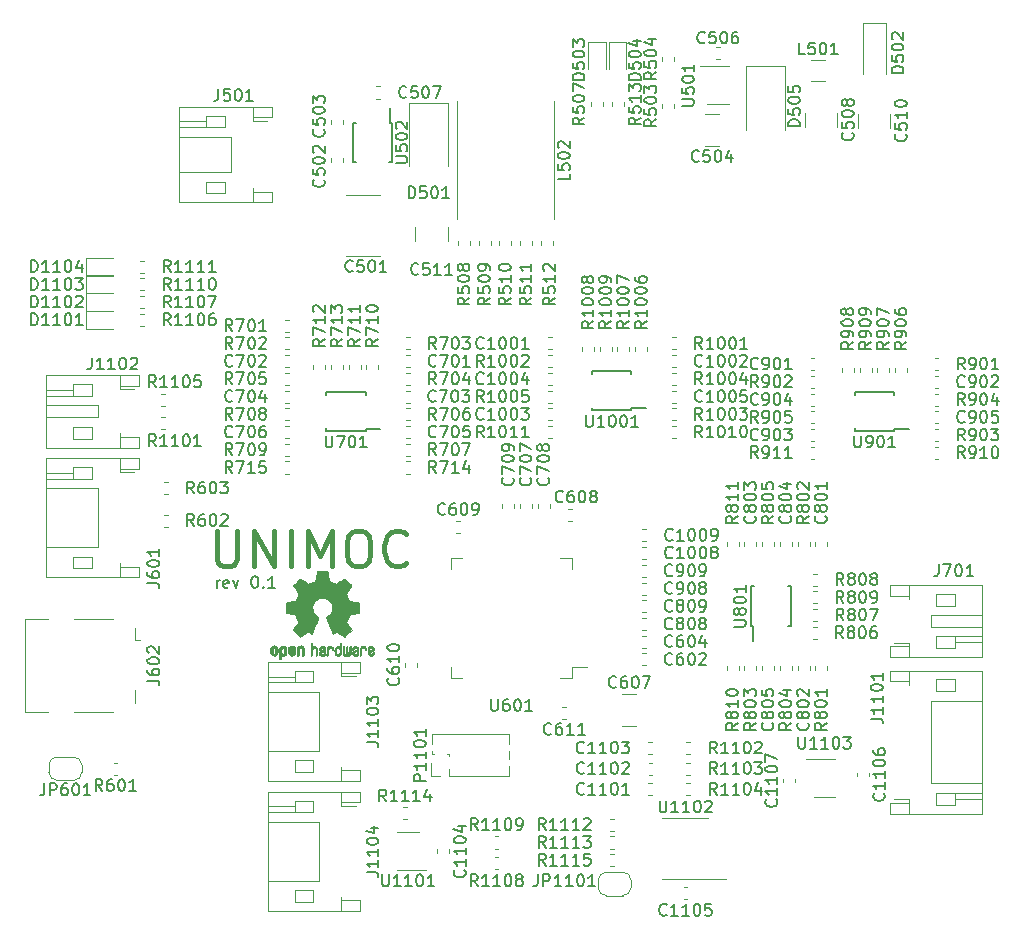
<source format=gto>
G04 #@! TF.GenerationSoftware,KiCad,Pcbnew,(5.1.4)-1*
G04 #@! TF.CreationDate,2019-11-20T08:15:06+01:00*
G04 #@! TF.ProjectId,hardware_4850,68617264-7761-4726-955f-343835302e6b,rev?*
G04 #@! TF.SameCoordinates,Original*
G04 #@! TF.FileFunction,Legend,Top*
G04 #@! TF.FilePolarity,Positive*
%FSLAX46Y46*%
G04 Gerber Fmt 4.6, Leading zero omitted, Abs format (unit mm)*
G04 Created by KiCad (PCBNEW (5.1.4)-1) date 2019-11-20 08:15:06*
%MOMM*%
%LPD*%
G04 APERTURE LIST*
%ADD10C,0.150000*%
%ADD11C,0.450000*%
%ADD12C,0.010000*%
%ADD13C,0.120000*%
G04 APERTURE END LIST*
D10*
X197047619Y-109952380D02*
X197047619Y-109285714D01*
X197047619Y-109476190D02*
X197095238Y-109380952D01*
X197142857Y-109333333D01*
X197238095Y-109285714D01*
X197333333Y-109285714D01*
X198047619Y-109904761D02*
X197952380Y-109952380D01*
X197761904Y-109952380D01*
X197666666Y-109904761D01*
X197619047Y-109809523D01*
X197619047Y-109428571D01*
X197666666Y-109333333D01*
X197761904Y-109285714D01*
X197952380Y-109285714D01*
X198047619Y-109333333D01*
X198095238Y-109428571D01*
X198095238Y-109523809D01*
X197619047Y-109619047D01*
X198428571Y-109285714D02*
X198666666Y-109952380D01*
X198904761Y-109285714D01*
X200238095Y-108952380D02*
X200333333Y-108952380D01*
X200428571Y-109000000D01*
X200476190Y-109047619D01*
X200523809Y-109142857D01*
X200571428Y-109333333D01*
X200571428Y-109571428D01*
X200523809Y-109761904D01*
X200476190Y-109857142D01*
X200428571Y-109904761D01*
X200333333Y-109952380D01*
X200238095Y-109952380D01*
X200142857Y-109904761D01*
X200095238Y-109857142D01*
X200047619Y-109761904D01*
X200000000Y-109571428D01*
X200000000Y-109333333D01*
X200047619Y-109142857D01*
X200095238Y-109047619D01*
X200142857Y-109000000D01*
X200238095Y-108952380D01*
X201000000Y-109857142D02*
X201047619Y-109904761D01*
X201000000Y-109952380D01*
X200952380Y-109904761D01*
X201000000Y-109857142D01*
X201000000Y-109952380D01*
X202000000Y-109952380D02*
X201428571Y-109952380D01*
X201714285Y-109952380D02*
X201714285Y-108952380D01*
X201619047Y-109095238D01*
X201523809Y-109190476D01*
X201428571Y-109238095D01*
D11*
X197071428Y-105107142D02*
X197071428Y-107535714D01*
X197214285Y-107821428D01*
X197357142Y-107964285D01*
X197642857Y-108107142D01*
X198214285Y-108107142D01*
X198500000Y-107964285D01*
X198642857Y-107821428D01*
X198785714Y-107535714D01*
X198785714Y-105107142D01*
X200214285Y-108107142D02*
X200214285Y-105107142D01*
X201928571Y-108107142D01*
X201928571Y-105107142D01*
X203357142Y-108107142D02*
X203357142Y-105107142D01*
X204785714Y-108107142D02*
X204785714Y-105107142D01*
X205785714Y-107250000D01*
X206785714Y-105107142D01*
X206785714Y-108107142D01*
X208785714Y-105107142D02*
X209357142Y-105107142D01*
X209642857Y-105250000D01*
X209928571Y-105535714D01*
X210071428Y-106107142D01*
X210071428Y-107107142D01*
X209928571Y-107678571D01*
X209642857Y-107964285D01*
X209357142Y-108107142D01*
X208785714Y-108107142D01*
X208500000Y-107964285D01*
X208214285Y-107678571D01*
X208071428Y-107107142D01*
X208071428Y-106107142D01*
X208214285Y-105535714D01*
X208500000Y-105250000D01*
X208785714Y-105107142D01*
X213071428Y-107821428D02*
X212928571Y-107964285D01*
X212500000Y-108107142D01*
X212214285Y-108107142D01*
X211785714Y-107964285D01*
X211500000Y-107678571D01*
X211357142Y-107392857D01*
X211214285Y-106821428D01*
X211214285Y-106392857D01*
X211357142Y-105821428D01*
X211500000Y-105535714D01*
X211785714Y-105250000D01*
X212214285Y-105107142D01*
X212500000Y-105107142D01*
X212928571Y-105250000D01*
X213071428Y-105392857D01*
D12*
G36*
X206139878Y-108537776D02*
G01*
X206245612Y-108538355D01*
X206322132Y-108539922D01*
X206374372Y-108542972D01*
X206407263Y-108547996D01*
X206425737Y-108555489D01*
X206434727Y-108565944D01*
X206439163Y-108579853D01*
X206439594Y-108581654D01*
X206446333Y-108614145D01*
X206458808Y-108678252D01*
X206475719Y-108767151D01*
X206495771Y-108874019D01*
X206517664Y-108992033D01*
X206518429Y-108996178D01*
X206540359Y-109111831D01*
X206560877Y-109214014D01*
X206578659Y-109296598D01*
X206592381Y-109353456D01*
X206600718Y-109378458D01*
X206601116Y-109378901D01*
X206625677Y-109391110D01*
X206676315Y-109411456D01*
X206742095Y-109435545D01*
X206742461Y-109435674D01*
X206825317Y-109466818D01*
X206923000Y-109506491D01*
X207015077Y-109546381D01*
X207019434Y-109548353D01*
X207169407Y-109616420D01*
X207501498Y-109389639D01*
X207603374Y-109320504D01*
X207695657Y-109258697D01*
X207773003Y-109207733D01*
X207830064Y-109171127D01*
X207861495Y-109152394D01*
X207864479Y-109151004D01*
X207887321Y-109157190D01*
X207929982Y-109187035D01*
X207994128Y-109241947D01*
X208081421Y-109323334D01*
X208170535Y-109409922D01*
X208256441Y-109495247D01*
X208333327Y-109573108D01*
X208396564Y-109638697D01*
X208441523Y-109687205D01*
X208463576Y-109713825D01*
X208464396Y-109715195D01*
X208466834Y-109733463D01*
X208457650Y-109763295D01*
X208434574Y-109808721D01*
X208395337Y-109873770D01*
X208337670Y-109962470D01*
X208260795Y-110076657D01*
X208192570Y-110177162D01*
X208131582Y-110267303D01*
X208081356Y-110341849D01*
X208045416Y-110395565D01*
X208027287Y-110423218D01*
X208026146Y-110425095D01*
X208028359Y-110451590D01*
X208045138Y-110503086D01*
X208073142Y-110569851D01*
X208083122Y-110591172D01*
X208126672Y-110686159D01*
X208173134Y-110793937D01*
X208210877Y-110887192D01*
X208238073Y-110956406D01*
X208259675Y-111009006D01*
X208272158Y-111036497D01*
X208273709Y-111038616D01*
X208296668Y-111042124D01*
X208350786Y-111051738D01*
X208428868Y-111066089D01*
X208523719Y-111083807D01*
X208628143Y-111103525D01*
X208734944Y-111123874D01*
X208836926Y-111143486D01*
X208926894Y-111160991D01*
X208997653Y-111175022D01*
X209042006Y-111184209D01*
X209052885Y-111186807D01*
X209064122Y-111193218D01*
X209072605Y-111207697D01*
X209078714Y-111235133D01*
X209082832Y-111280411D01*
X209085341Y-111348420D01*
X209086621Y-111444047D01*
X209087054Y-111572180D01*
X209087077Y-111624701D01*
X209087077Y-112051845D01*
X208984500Y-112072091D01*
X208927431Y-112083070D01*
X208842269Y-112099095D01*
X208739372Y-112118233D01*
X208629096Y-112138551D01*
X208598615Y-112144132D01*
X208496855Y-112163917D01*
X208408205Y-112183373D01*
X208340108Y-112200697D01*
X208300004Y-112214088D01*
X208293323Y-112218079D01*
X208276919Y-112246342D01*
X208253399Y-112301109D01*
X208227316Y-112371588D01*
X208222142Y-112386769D01*
X208187956Y-112480896D01*
X208145523Y-112587101D01*
X208103997Y-112682473D01*
X208103792Y-112682916D01*
X208034640Y-112832525D01*
X208489512Y-113501617D01*
X208197500Y-113794116D01*
X208109180Y-113881170D01*
X208028625Y-113957909D01*
X207960360Y-114020237D01*
X207908908Y-114064056D01*
X207878794Y-114085270D01*
X207874474Y-114086616D01*
X207849111Y-114076016D01*
X207797358Y-114046547D01*
X207724868Y-114001705D01*
X207637294Y-113944984D01*
X207542612Y-113881462D01*
X207446516Y-113816668D01*
X207360837Y-113760287D01*
X207291016Y-113715788D01*
X207242494Y-113686639D01*
X207220782Y-113676308D01*
X207194293Y-113685050D01*
X207144062Y-113708087D01*
X207080451Y-113740631D01*
X207073708Y-113744249D01*
X206988046Y-113787210D01*
X206929306Y-113808279D01*
X206892772Y-113808503D01*
X206873731Y-113788928D01*
X206873620Y-113788654D01*
X206864102Y-113765472D01*
X206841403Y-113710441D01*
X206807282Y-113627822D01*
X206763500Y-113521872D01*
X206711816Y-113396852D01*
X206653992Y-113257020D01*
X206597991Y-113121637D01*
X206536447Y-112972234D01*
X206479939Y-112833832D01*
X206430161Y-112710673D01*
X206388806Y-112607002D01*
X206357568Y-112527059D01*
X206338141Y-112475088D01*
X206332154Y-112455692D01*
X206347168Y-112433443D01*
X206386439Y-112397982D01*
X206438807Y-112358887D01*
X206587941Y-112235245D01*
X206704511Y-112093522D01*
X206787118Y-111936704D01*
X206834366Y-111767775D01*
X206844857Y-111589722D01*
X206837231Y-111507539D01*
X206795682Y-111337031D01*
X206724123Y-111186459D01*
X206626995Y-111057309D01*
X206508734Y-110951064D01*
X206373780Y-110869210D01*
X206226571Y-110813232D01*
X206071544Y-110784615D01*
X205913139Y-110784844D01*
X205755794Y-110815405D01*
X205603946Y-110877782D01*
X205462035Y-110973460D01*
X205402803Y-111027572D01*
X205289203Y-111166520D01*
X205210106Y-111318361D01*
X205164986Y-111478667D01*
X205153316Y-111643012D01*
X205174569Y-111806971D01*
X205228220Y-111966118D01*
X205313740Y-112116025D01*
X205430605Y-112252267D01*
X205561193Y-112358887D01*
X205615588Y-112399642D01*
X205654014Y-112434718D01*
X205667846Y-112455726D01*
X205660603Y-112478635D01*
X205640005Y-112533365D01*
X205607746Y-112615672D01*
X205565521Y-112721315D01*
X205515023Y-112846050D01*
X205457948Y-112985636D01*
X205401854Y-113121670D01*
X205339967Y-113271201D01*
X205282644Y-113409767D01*
X205231644Y-113533107D01*
X205188727Y-113636964D01*
X205155653Y-113717080D01*
X205134181Y-113769195D01*
X205126225Y-113788654D01*
X205107429Y-113808423D01*
X205071074Y-113808365D01*
X205012479Y-113787441D01*
X204926968Y-113744613D01*
X204926292Y-113744249D01*
X204861907Y-113711012D01*
X204809861Y-113686802D01*
X204780512Y-113676404D01*
X204779217Y-113676308D01*
X204757124Y-113686855D01*
X204708348Y-113716184D01*
X204638331Y-113760827D01*
X204552514Y-113817314D01*
X204457388Y-113881462D01*
X204360540Y-113946411D01*
X204273253Y-114002896D01*
X204201181Y-114047421D01*
X204149977Y-114076490D01*
X204125526Y-114086616D01*
X204103010Y-114073307D01*
X204057742Y-114036112D01*
X203994244Y-113979128D01*
X203917039Y-113906449D01*
X203830651Y-113822171D01*
X203802399Y-113794016D01*
X203510287Y-113501416D01*
X203732631Y-113175104D01*
X203800202Y-113074897D01*
X203859507Y-112984963D01*
X203907217Y-112910510D01*
X203940007Y-112856751D01*
X203954548Y-112828894D01*
X203954974Y-112826912D01*
X203947308Y-112800655D01*
X203926689Y-112747837D01*
X203896685Y-112677310D01*
X203875625Y-112630093D01*
X203836248Y-112539694D01*
X203799165Y-112448366D01*
X203770415Y-112371200D01*
X203762605Y-112347692D01*
X203740417Y-112284916D01*
X203718727Y-112236411D01*
X203706813Y-112218079D01*
X203680523Y-112206859D01*
X203623142Y-112190954D01*
X203542118Y-112172167D01*
X203444895Y-112152299D01*
X203401385Y-112144132D01*
X203290896Y-112123829D01*
X203184916Y-112104170D01*
X203093801Y-112087088D01*
X203027908Y-112074518D01*
X203015500Y-112072091D01*
X202912923Y-112051845D01*
X202912923Y-111624701D01*
X202913153Y-111484246D01*
X202914099Y-111377979D01*
X202916141Y-111301013D01*
X202919662Y-111248460D01*
X202925043Y-111215433D01*
X202932666Y-111197045D01*
X202942912Y-111188408D01*
X202947115Y-111186807D01*
X202972470Y-111181127D01*
X203028484Y-111169795D01*
X203107964Y-111154179D01*
X203203712Y-111135647D01*
X203308533Y-111115569D01*
X203415232Y-111095312D01*
X203516613Y-111076246D01*
X203605479Y-111059739D01*
X203674637Y-111047159D01*
X203716889Y-111039875D01*
X203726290Y-111038616D01*
X203734807Y-111021763D01*
X203753660Y-110976870D01*
X203779324Y-110912430D01*
X203789123Y-110887192D01*
X203828648Y-110789686D01*
X203875192Y-110681959D01*
X203916877Y-110591172D01*
X203947550Y-110521753D01*
X203967956Y-110464710D01*
X203974768Y-110429777D01*
X203973682Y-110425095D01*
X203959285Y-110402991D01*
X203926412Y-110353831D01*
X203878590Y-110282848D01*
X203819348Y-110195278D01*
X203752215Y-110096357D01*
X203738941Y-110076830D01*
X203661046Y-109961140D01*
X203603787Y-109873044D01*
X203564881Y-109808486D01*
X203542044Y-109763411D01*
X203532994Y-109733763D01*
X203535448Y-109715485D01*
X203535511Y-109715369D01*
X203554827Y-109691361D01*
X203597551Y-109644947D01*
X203659051Y-109580937D01*
X203734698Y-109504145D01*
X203819861Y-109419382D01*
X203829465Y-109409922D01*
X203936790Y-109305989D01*
X204019615Y-109229675D01*
X204079605Y-109179571D01*
X204118423Y-109154270D01*
X204135520Y-109151004D01*
X204160473Y-109165250D01*
X204212255Y-109198156D01*
X204285520Y-109246208D01*
X204374920Y-109305890D01*
X204475111Y-109373688D01*
X204498501Y-109389639D01*
X204830593Y-109616420D01*
X204980565Y-109548353D01*
X205071770Y-109508685D01*
X205169669Y-109468791D01*
X205253831Y-109436983D01*
X205257538Y-109435674D01*
X205323369Y-109411576D01*
X205374116Y-109391200D01*
X205398842Y-109378936D01*
X205398884Y-109378901D01*
X205406729Y-109356734D01*
X205420066Y-109302217D01*
X205437570Y-109221480D01*
X205457917Y-109120650D01*
X205479782Y-109005856D01*
X205481571Y-108996178D01*
X205503504Y-108877904D01*
X205523640Y-108770542D01*
X205540680Y-108680917D01*
X205553328Y-108615851D01*
X205560284Y-108582168D01*
X205560406Y-108581654D01*
X205564639Y-108567325D01*
X205572871Y-108556507D01*
X205590033Y-108548706D01*
X205621058Y-108543429D01*
X205670878Y-108540182D01*
X205744424Y-108538472D01*
X205846629Y-108537807D01*
X205982425Y-108537693D01*
X206000000Y-108537692D01*
X206139878Y-108537776D01*
X206139878Y-108537776D01*
G37*
X206139878Y-108537776D02*
X206245612Y-108538355D01*
X206322132Y-108539922D01*
X206374372Y-108542972D01*
X206407263Y-108547996D01*
X206425737Y-108555489D01*
X206434727Y-108565944D01*
X206439163Y-108579853D01*
X206439594Y-108581654D01*
X206446333Y-108614145D01*
X206458808Y-108678252D01*
X206475719Y-108767151D01*
X206495771Y-108874019D01*
X206517664Y-108992033D01*
X206518429Y-108996178D01*
X206540359Y-109111831D01*
X206560877Y-109214014D01*
X206578659Y-109296598D01*
X206592381Y-109353456D01*
X206600718Y-109378458D01*
X206601116Y-109378901D01*
X206625677Y-109391110D01*
X206676315Y-109411456D01*
X206742095Y-109435545D01*
X206742461Y-109435674D01*
X206825317Y-109466818D01*
X206923000Y-109506491D01*
X207015077Y-109546381D01*
X207019434Y-109548353D01*
X207169407Y-109616420D01*
X207501498Y-109389639D01*
X207603374Y-109320504D01*
X207695657Y-109258697D01*
X207773003Y-109207733D01*
X207830064Y-109171127D01*
X207861495Y-109152394D01*
X207864479Y-109151004D01*
X207887321Y-109157190D01*
X207929982Y-109187035D01*
X207994128Y-109241947D01*
X208081421Y-109323334D01*
X208170535Y-109409922D01*
X208256441Y-109495247D01*
X208333327Y-109573108D01*
X208396564Y-109638697D01*
X208441523Y-109687205D01*
X208463576Y-109713825D01*
X208464396Y-109715195D01*
X208466834Y-109733463D01*
X208457650Y-109763295D01*
X208434574Y-109808721D01*
X208395337Y-109873770D01*
X208337670Y-109962470D01*
X208260795Y-110076657D01*
X208192570Y-110177162D01*
X208131582Y-110267303D01*
X208081356Y-110341849D01*
X208045416Y-110395565D01*
X208027287Y-110423218D01*
X208026146Y-110425095D01*
X208028359Y-110451590D01*
X208045138Y-110503086D01*
X208073142Y-110569851D01*
X208083122Y-110591172D01*
X208126672Y-110686159D01*
X208173134Y-110793937D01*
X208210877Y-110887192D01*
X208238073Y-110956406D01*
X208259675Y-111009006D01*
X208272158Y-111036497D01*
X208273709Y-111038616D01*
X208296668Y-111042124D01*
X208350786Y-111051738D01*
X208428868Y-111066089D01*
X208523719Y-111083807D01*
X208628143Y-111103525D01*
X208734944Y-111123874D01*
X208836926Y-111143486D01*
X208926894Y-111160991D01*
X208997653Y-111175022D01*
X209042006Y-111184209D01*
X209052885Y-111186807D01*
X209064122Y-111193218D01*
X209072605Y-111207697D01*
X209078714Y-111235133D01*
X209082832Y-111280411D01*
X209085341Y-111348420D01*
X209086621Y-111444047D01*
X209087054Y-111572180D01*
X209087077Y-111624701D01*
X209087077Y-112051845D01*
X208984500Y-112072091D01*
X208927431Y-112083070D01*
X208842269Y-112099095D01*
X208739372Y-112118233D01*
X208629096Y-112138551D01*
X208598615Y-112144132D01*
X208496855Y-112163917D01*
X208408205Y-112183373D01*
X208340108Y-112200697D01*
X208300004Y-112214088D01*
X208293323Y-112218079D01*
X208276919Y-112246342D01*
X208253399Y-112301109D01*
X208227316Y-112371588D01*
X208222142Y-112386769D01*
X208187956Y-112480896D01*
X208145523Y-112587101D01*
X208103997Y-112682473D01*
X208103792Y-112682916D01*
X208034640Y-112832525D01*
X208489512Y-113501617D01*
X208197500Y-113794116D01*
X208109180Y-113881170D01*
X208028625Y-113957909D01*
X207960360Y-114020237D01*
X207908908Y-114064056D01*
X207878794Y-114085270D01*
X207874474Y-114086616D01*
X207849111Y-114076016D01*
X207797358Y-114046547D01*
X207724868Y-114001705D01*
X207637294Y-113944984D01*
X207542612Y-113881462D01*
X207446516Y-113816668D01*
X207360837Y-113760287D01*
X207291016Y-113715788D01*
X207242494Y-113686639D01*
X207220782Y-113676308D01*
X207194293Y-113685050D01*
X207144062Y-113708087D01*
X207080451Y-113740631D01*
X207073708Y-113744249D01*
X206988046Y-113787210D01*
X206929306Y-113808279D01*
X206892772Y-113808503D01*
X206873731Y-113788928D01*
X206873620Y-113788654D01*
X206864102Y-113765472D01*
X206841403Y-113710441D01*
X206807282Y-113627822D01*
X206763500Y-113521872D01*
X206711816Y-113396852D01*
X206653992Y-113257020D01*
X206597991Y-113121637D01*
X206536447Y-112972234D01*
X206479939Y-112833832D01*
X206430161Y-112710673D01*
X206388806Y-112607002D01*
X206357568Y-112527059D01*
X206338141Y-112475088D01*
X206332154Y-112455692D01*
X206347168Y-112433443D01*
X206386439Y-112397982D01*
X206438807Y-112358887D01*
X206587941Y-112235245D01*
X206704511Y-112093522D01*
X206787118Y-111936704D01*
X206834366Y-111767775D01*
X206844857Y-111589722D01*
X206837231Y-111507539D01*
X206795682Y-111337031D01*
X206724123Y-111186459D01*
X206626995Y-111057309D01*
X206508734Y-110951064D01*
X206373780Y-110869210D01*
X206226571Y-110813232D01*
X206071544Y-110784615D01*
X205913139Y-110784844D01*
X205755794Y-110815405D01*
X205603946Y-110877782D01*
X205462035Y-110973460D01*
X205402803Y-111027572D01*
X205289203Y-111166520D01*
X205210106Y-111318361D01*
X205164986Y-111478667D01*
X205153316Y-111643012D01*
X205174569Y-111806971D01*
X205228220Y-111966118D01*
X205313740Y-112116025D01*
X205430605Y-112252267D01*
X205561193Y-112358887D01*
X205615588Y-112399642D01*
X205654014Y-112434718D01*
X205667846Y-112455726D01*
X205660603Y-112478635D01*
X205640005Y-112533365D01*
X205607746Y-112615672D01*
X205565521Y-112721315D01*
X205515023Y-112846050D01*
X205457948Y-112985636D01*
X205401854Y-113121670D01*
X205339967Y-113271201D01*
X205282644Y-113409767D01*
X205231644Y-113533107D01*
X205188727Y-113636964D01*
X205155653Y-113717080D01*
X205134181Y-113769195D01*
X205126225Y-113788654D01*
X205107429Y-113808423D01*
X205071074Y-113808365D01*
X205012479Y-113787441D01*
X204926968Y-113744613D01*
X204926292Y-113744249D01*
X204861907Y-113711012D01*
X204809861Y-113686802D01*
X204780512Y-113676404D01*
X204779217Y-113676308D01*
X204757124Y-113686855D01*
X204708348Y-113716184D01*
X204638331Y-113760827D01*
X204552514Y-113817314D01*
X204457388Y-113881462D01*
X204360540Y-113946411D01*
X204273253Y-114002896D01*
X204201181Y-114047421D01*
X204149977Y-114076490D01*
X204125526Y-114086616D01*
X204103010Y-114073307D01*
X204057742Y-114036112D01*
X203994244Y-113979128D01*
X203917039Y-113906449D01*
X203830651Y-113822171D01*
X203802399Y-113794016D01*
X203510287Y-113501416D01*
X203732631Y-113175104D01*
X203800202Y-113074897D01*
X203859507Y-112984963D01*
X203907217Y-112910510D01*
X203940007Y-112856751D01*
X203954548Y-112828894D01*
X203954974Y-112826912D01*
X203947308Y-112800655D01*
X203926689Y-112747837D01*
X203896685Y-112677310D01*
X203875625Y-112630093D01*
X203836248Y-112539694D01*
X203799165Y-112448366D01*
X203770415Y-112371200D01*
X203762605Y-112347692D01*
X203740417Y-112284916D01*
X203718727Y-112236411D01*
X203706813Y-112218079D01*
X203680523Y-112206859D01*
X203623142Y-112190954D01*
X203542118Y-112172167D01*
X203444895Y-112152299D01*
X203401385Y-112144132D01*
X203290896Y-112123829D01*
X203184916Y-112104170D01*
X203093801Y-112087088D01*
X203027908Y-112074518D01*
X203015500Y-112072091D01*
X202912923Y-112051845D01*
X202912923Y-111624701D01*
X202913153Y-111484246D01*
X202914099Y-111377979D01*
X202916141Y-111301013D01*
X202919662Y-111248460D01*
X202925043Y-111215433D01*
X202932666Y-111197045D01*
X202942912Y-111188408D01*
X202947115Y-111186807D01*
X202972470Y-111181127D01*
X203028484Y-111169795D01*
X203107964Y-111154179D01*
X203203712Y-111135647D01*
X203308533Y-111115569D01*
X203415232Y-111095312D01*
X203516613Y-111076246D01*
X203605479Y-111059739D01*
X203674637Y-111047159D01*
X203716889Y-111039875D01*
X203726290Y-111038616D01*
X203734807Y-111021763D01*
X203753660Y-110976870D01*
X203779324Y-110912430D01*
X203789123Y-110887192D01*
X203828648Y-110789686D01*
X203875192Y-110681959D01*
X203916877Y-110591172D01*
X203947550Y-110521753D01*
X203967956Y-110464710D01*
X203974768Y-110429777D01*
X203973682Y-110425095D01*
X203959285Y-110402991D01*
X203926412Y-110353831D01*
X203878590Y-110282848D01*
X203819348Y-110195278D01*
X203752215Y-110096357D01*
X203738941Y-110076830D01*
X203661046Y-109961140D01*
X203603787Y-109873044D01*
X203564881Y-109808486D01*
X203542044Y-109763411D01*
X203532994Y-109733763D01*
X203535448Y-109715485D01*
X203535511Y-109715369D01*
X203554827Y-109691361D01*
X203597551Y-109644947D01*
X203659051Y-109580937D01*
X203734698Y-109504145D01*
X203819861Y-109419382D01*
X203829465Y-109409922D01*
X203936790Y-109305989D01*
X204019615Y-109229675D01*
X204079605Y-109179571D01*
X204118423Y-109154270D01*
X204135520Y-109151004D01*
X204160473Y-109165250D01*
X204212255Y-109198156D01*
X204285520Y-109246208D01*
X204374920Y-109305890D01*
X204475111Y-109373688D01*
X204498501Y-109389639D01*
X204830593Y-109616420D01*
X204980565Y-109548353D01*
X205071770Y-109508685D01*
X205169669Y-109468791D01*
X205253831Y-109436983D01*
X205257538Y-109435674D01*
X205323369Y-109411576D01*
X205374116Y-109391200D01*
X205398842Y-109378936D01*
X205398884Y-109378901D01*
X205406729Y-109356734D01*
X205420066Y-109302217D01*
X205437570Y-109221480D01*
X205457917Y-109120650D01*
X205479782Y-109005856D01*
X205481571Y-108996178D01*
X205503504Y-108877904D01*
X205523640Y-108770542D01*
X205540680Y-108680917D01*
X205553328Y-108615851D01*
X205560284Y-108582168D01*
X205560406Y-108581654D01*
X205564639Y-108567325D01*
X205572871Y-108556507D01*
X205590033Y-108548706D01*
X205621058Y-108543429D01*
X205670878Y-108540182D01*
X205744424Y-108538472D01*
X205846629Y-108537807D01*
X205982425Y-108537693D01*
X206000000Y-108537692D01*
X206139878Y-108537776D01*
G36*
X210245224Y-114897838D02*
G01*
X210322528Y-114948361D01*
X210359814Y-114993590D01*
X210389353Y-115075663D01*
X210391699Y-115140607D01*
X210386385Y-115227445D01*
X210186115Y-115315103D01*
X210088739Y-115359887D01*
X210025113Y-115395913D01*
X209992029Y-115427117D01*
X209986280Y-115457436D01*
X210004658Y-115490805D01*
X210024923Y-115512923D01*
X210083889Y-115548393D01*
X210148024Y-115550879D01*
X210206926Y-115523235D01*
X210250197Y-115468320D01*
X210257936Y-115448928D01*
X210295006Y-115388364D01*
X210337654Y-115362552D01*
X210396154Y-115340471D01*
X210396154Y-115424184D01*
X210390982Y-115481150D01*
X210370723Y-115529189D01*
X210328262Y-115584346D01*
X210321951Y-115591514D01*
X210274720Y-115640585D01*
X210234121Y-115666920D01*
X210183328Y-115679035D01*
X210141220Y-115683003D01*
X210065902Y-115683991D01*
X210012286Y-115671466D01*
X209978838Y-115652869D01*
X209926268Y-115611975D01*
X209889879Y-115567748D01*
X209866850Y-115512126D01*
X209854359Y-115437047D01*
X209849587Y-115334449D01*
X209849206Y-115282376D01*
X209850501Y-115219948D01*
X209968471Y-115219948D01*
X209969839Y-115253438D01*
X209973249Y-115258923D01*
X209995753Y-115251472D01*
X210044182Y-115231753D01*
X210108908Y-115203718D01*
X210122443Y-115197692D01*
X210204244Y-115156096D01*
X210249312Y-115119538D01*
X210259217Y-115085296D01*
X210235526Y-115050648D01*
X210215960Y-115035339D01*
X210145360Y-115004721D01*
X210079280Y-115009780D01*
X210023959Y-115047151D01*
X209985636Y-115113473D01*
X209973349Y-115166116D01*
X209968471Y-115219948D01*
X209850501Y-115219948D01*
X209851730Y-115160720D01*
X209861032Y-115070710D01*
X209879460Y-115005167D01*
X209909360Y-114956912D01*
X209953080Y-114918767D01*
X209972141Y-114906440D01*
X210058726Y-114874336D01*
X210153522Y-114872316D01*
X210245224Y-114897838D01*
X210245224Y-114897838D01*
G37*
X210245224Y-114897838D02*
X210322528Y-114948361D01*
X210359814Y-114993590D01*
X210389353Y-115075663D01*
X210391699Y-115140607D01*
X210386385Y-115227445D01*
X210186115Y-115315103D01*
X210088739Y-115359887D01*
X210025113Y-115395913D01*
X209992029Y-115427117D01*
X209986280Y-115457436D01*
X210004658Y-115490805D01*
X210024923Y-115512923D01*
X210083889Y-115548393D01*
X210148024Y-115550879D01*
X210206926Y-115523235D01*
X210250197Y-115468320D01*
X210257936Y-115448928D01*
X210295006Y-115388364D01*
X210337654Y-115362552D01*
X210396154Y-115340471D01*
X210396154Y-115424184D01*
X210390982Y-115481150D01*
X210370723Y-115529189D01*
X210328262Y-115584346D01*
X210321951Y-115591514D01*
X210274720Y-115640585D01*
X210234121Y-115666920D01*
X210183328Y-115679035D01*
X210141220Y-115683003D01*
X210065902Y-115683991D01*
X210012286Y-115671466D01*
X209978838Y-115652869D01*
X209926268Y-115611975D01*
X209889879Y-115567748D01*
X209866850Y-115512126D01*
X209854359Y-115437047D01*
X209849587Y-115334449D01*
X209849206Y-115282376D01*
X209850501Y-115219948D01*
X209968471Y-115219948D01*
X209969839Y-115253438D01*
X209973249Y-115258923D01*
X209995753Y-115251472D01*
X210044182Y-115231753D01*
X210108908Y-115203718D01*
X210122443Y-115197692D01*
X210204244Y-115156096D01*
X210249312Y-115119538D01*
X210259217Y-115085296D01*
X210235526Y-115050648D01*
X210215960Y-115035339D01*
X210145360Y-115004721D01*
X210079280Y-115009780D01*
X210023959Y-115047151D01*
X209985636Y-115113473D01*
X209973349Y-115166116D01*
X209968471Y-115219948D01*
X209850501Y-115219948D01*
X209851730Y-115160720D01*
X209861032Y-115070710D01*
X209879460Y-115005167D01*
X209909360Y-114956912D01*
X209953080Y-114918767D01*
X209972141Y-114906440D01*
X210058726Y-114874336D01*
X210153522Y-114872316D01*
X210245224Y-114897838D01*
G36*
X209570807Y-114886782D02*
G01*
X209594161Y-114896988D01*
X209649902Y-114941134D01*
X209697569Y-115004967D01*
X209727048Y-115073087D01*
X209731846Y-115106670D01*
X209715760Y-115153556D01*
X209680475Y-115178365D01*
X209642644Y-115193387D01*
X209625321Y-115196155D01*
X209616886Y-115176066D01*
X209600230Y-115132351D01*
X209592923Y-115112598D01*
X209551948Y-115044271D01*
X209492622Y-115010191D01*
X209416552Y-115011239D01*
X209410918Y-115012581D01*
X209370305Y-115031836D01*
X209340448Y-115069375D01*
X209320055Y-115129809D01*
X209307836Y-115217751D01*
X209302500Y-115337813D01*
X209302000Y-115401698D01*
X209301752Y-115502403D01*
X209300126Y-115571054D01*
X209295801Y-115614673D01*
X209287454Y-115640282D01*
X209273765Y-115654903D01*
X209253411Y-115665558D01*
X209252234Y-115666095D01*
X209213038Y-115682667D01*
X209193619Y-115688769D01*
X209190635Y-115670319D01*
X209188081Y-115619323D01*
X209186140Y-115542308D01*
X209184997Y-115445805D01*
X209184769Y-115375184D01*
X209185932Y-115238525D01*
X209190479Y-115134851D01*
X209199999Y-115058108D01*
X209216081Y-115002246D01*
X209240313Y-114961212D01*
X209274286Y-114928954D01*
X209307833Y-114906440D01*
X209388499Y-114876476D01*
X209482381Y-114869718D01*
X209570807Y-114886782D01*
X209570807Y-114886782D01*
G37*
X209570807Y-114886782D02*
X209594161Y-114896988D01*
X209649902Y-114941134D01*
X209697569Y-115004967D01*
X209727048Y-115073087D01*
X209731846Y-115106670D01*
X209715760Y-115153556D01*
X209680475Y-115178365D01*
X209642644Y-115193387D01*
X209625321Y-115196155D01*
X209616886Y-115176066D01*
X209600230Y-115132351D01*
X209592923Y-115112598D01*
X209551948Y-115044271D01*
X209492622Y-115010191D01*
X209416552Y-115011239D01*
X209410918Y-115012581D01*
X209370305Y-115031836D01*
X209340448Y-115069375D01*
X209320055Y-115129809D01*
X209307836Y-115217751D01*
X209302500Y-115337813D01*
X209302000Y-115401698D01*
X209301752Y-115502403D01*
X209300126Y-115571054D01*
X209295801Y-115614673D01*
X209287454Y-115640282D01*
X209273765Y-115654903D01*
X209253411Y-115665558D01*
X209252234Y-115666095D01*
X209213038Y-115682667D01*
X209193619Y-115688769D01*
X209190635Y-115670319D01*
X209188081Y-115619323D01*
X209186140Y-115542308D01*
X209184997Y-115445805D01*
X209184769Y-115375184D01*
X209185932Y-115238525D01*
X209190479Y-115134851D01*
X209199999Y-115058108D01*
X209216081Y-115002246D01*
X209240313Y-114961212D01*
X209274286Y-114928954D01*
X209307833Y-114906440D01*
X209388499Y-114876476D01*
X209482381Y-114869718D01*
X209570807Y-114886782D01*
G36*
X208887333Y-114883528D02*
G01*
X208943590Y-114909117D01*
X208987747Y-114940124D01*
X209020101Y-114974795D01*
X209042438Y-115019520D01*
X209056546Y-115080692D01*
X209064211Y-115164701D01*
X209067220Y-115277940D01*
X209067538Y-115352509D01*
X209067538Y-115643420D01*
X209017773Y-115666095D01*
X208978576Y-115682667D01*
X208959157Y-115688769D01*
X208955442Y-115670610D01*
X208952495Y-115621648D01*
X208950691Y-115550153D01*
X208950308Y-115493385D01*
X208948661Y-115411371D01*
X208944222Y-115346309D01*
X208937740Y-115306467D01*
X208932590Y-115298000D01*
X208897977Y-115306646D01*
X208843640Y-115328823D01*
X208780722Y-115358886D01*
X208720368Y-115391192D01*
X208673721Y-115420098D01*
X208651926Y-115439961D01*
X208651839Y-115440175D01*
X208653714Y-115476935D01*
X208670525Y-115512026D01*
X208700039Y-115540528D01*
X208743116Y-115550061D01*
X208779932Y-115548950D01*
X208832074Y-115548133D01*
X208859444Y-115560349D01*
X208875882Y-115592624D01*
X208877955Y-115598710D01*
X208885081Y-115644739D01*
X208866024Y-115672687D01*
X208816353Y-115686007D01*
X208762697Y-115688470D01*
X208666142Y-115670210D01*
X208616159Y-115644131D01*
X208554429Y-115582868D01*
X208521690Y-115507670D01*
X208518753Y-115428211D01*
X208546424Y-115354167D01*
X208588047Y-115307769D01*
X208629604Y-115281793D01*
X208694922Y-115248907D01*
X208771038Y-115215557D01*
X208783726Y-115210461D01*
X208867333Y-115173565D01*
X208915530Y-115141046D01*
X208931030Y-115108718D01*
X208916550Y-115072394D01*
X208891692Y-115044000D01*
X208832939Y-115009039D01*
X208768293Y-115006417D01*
X208709008Y-115033358D01*
X208666339Y-115087088D01*
X208660739Y-115100950D01*
X208628133Y-115151936D01*
X208580530Y-115189787D01*
X208520461Y-115220850D01*
X208520461Y-115132768D01*
X208523997Y-115078951D01*
X208539156Y-115036534D01*
X208572768Y-114991279D01*
X208605035Y-114956420D01*
X208655209Y-114907062D01*
X208694193Y-114880547D01*
X208736064Y-114869911D01*
X208783460Y-114868154D01*
X208887333Y-114883528D01*
X208887333Y-114883528D01*
G37*
X208887333Y-114883528D02*
X208943590Y-114909117D01*
X208987747Y-114940124D01*
X209020101Y-114974795D01*
X209042438Y-115019520D01*
X209056546Y-115080692D01*
X209064211Y-115164701D01*
X209067220Y-115277940D01*
X209067538Y-115352509D01*
X209067538Y-115643420D01*
X209017773Y-115666095D01*
X208978576Y-115682667D01*
X208959157Y-115688769D01*
X208955442Y-115670610D01*
X208952495Y-115621648D01*
X208950691Y-115550153D01*
X208950308Y-115493385D01*
X208948661Y-115411371D01*
X208944222Y-115346309D01*
X208937740Y-115306467D01*
X208932590Y-115298000D01*
X208897977Y-115306646D01*
X208843640Y-115328823D01*
X208780722Y-115358886D01*
X208720368Y-115391192D01*
X208673721Y-115420098D01*
X208651926Y-115439961D01*
X208651839Y-115440175D01*
X208653714Y-115476935D01*
X208670525Y-115512026D01*
X208700039Y-115540528D01*
X208743116Y-115550061D01*
X208779932Y-115548950D01*
X208832074Y-115548133D01*
X208859444Y-115560349D01*
X208875882Y-115592624D01*
X208877955Y-115598710D01*
X208885081Y-115644739D01*
X208866024Y-115672687D01*
X208816353Y-115686007D01*
X208762697Y-115688470D01*
X208666142Y-115670210D01*
X208616159Y-115644131D01*
X208554429Y-115582868D01*
X208521690Y-115507670D01*
X208518753Y-115428211D01*
X208546424Y-115354167D01*
X208588047Y-115307769D01*
X208629604Y-115281793D01*
X208694922Y-115248907D01*
X208771038Y-115215557D01*
X208783726Y-115210461D01*
X208867333Y-115173565D01*
X208915530Y-115141046D01*
X208931030Y-115108718D01*
X208916550Y-115072394D01*
X208891692Y-115044000D01*
X208832939Y-115009039D01*
X208768293Y-115006417D01*
X208709008Y-115033358D01*
X208666339Y-115087088D01*
X208660739Y-115100950D01*
X208628133Y-115151936D01*
X208580530Y-115189787D01*
X208520461Y-115220850D01*
X208520461Y-115132768D01*
X208523997Y-115078951D01*
X208539156Y-115036534D01*
X208572768Y-114991279D01*
X208605035Y-114956420D01*
X208655209Y-114907062D01*
X208694193Y-114880547D01*
X208736064Y-114869911D01*
X208783460Y-114868154D01*
X208887333Y-114883528D01*
G36*
X208395929Y-114886662D02*
G01*
X208398911Y-114938068D01*
X208401247Y-115016192D01*
X208402749Y-115114857D01*
X208403231Y-115218343D01*
X208403231Y-115568533D01*
X208341401Y-115630363D01*
X208298793Y-115668462D01*
X208261390Y-115683895D01*
X208210270Y-115682918D01*
X208189978Y-115680433D01*
X208126554Y-115673200D01*
X208074095Y-115669055D01*
X208061308Y-115668672D01*
X208018199Y-115671176D01*
X207956544Y-115677462D01*
X207932638Y-115680433D01*
X207873922Y-115685028D01*
X207834464Y-115675046D01*
X207795338Y-115644228D01*
X207781215Y-115630363D01*
X207719385Y-115568533D01*
X207719385Y-114913503D01*
X207769150Y-114890829D01*
X207812002Y-114874034D01*
X207837073Y-114868154D01*
X207843501Y-114886736D01*
X207849509Y-114938655D01*
X207854697Y-115018172D01*
X207858664Y-115119546D01*
X207860577Y-115205192D01*
X207865923Y-115542231D01*
X207912560Y-115548825D01*
X207954976Y-115544214D01*
X207975760Y-115529287D01*
X207981570Y-115501377D01*
X207986530Y-115441925D01*
X207990246Y-115358466D01*
X207992324Y-115258532D01*
X207992624Y-115207104D01*
X207992923Y-114911054D01*
X208054454Y-114889604D01*
X208098004Y-114875020D01*
X208121694Y-114868219D01*
X208122377Y-114868154D01*
X208124754Y-114886642D01*
X208127366Y-114937906D01*
X208129995Y-115015649D01*
X208132421Y-115113574D01*
X208134115Y-115205192D01*
X208139461Y-115542231D01*
X208256692Y-115542231D01*
X208262072Y-115234746D01*
X208267451Y-114927261D01*
X208324601Y-114897707D01*
X208366797Y-114877413D01*
X208391770Y-114868204D01*
X208392491Y-114868154D01*
X208395929Y-114886662D01*
X208395929Y-114886662D01*
G37*
X208395929Y-114886662D02*
X208398911Y-114938068D01*
X208401247Y-115016192D01*
X208402749Y-115114857D01*
X208403231Y-115218343D01*
X208403231Y-115568533D01*
X208341401Y-115630363D01*
X208298793Y-115668462D01*
X208261390Y-115683895D01*
X208210270Y-115682918D01*
X208189978Y-115680433D01*
X208126554Y-115673200D01*
X208074095Y-115669055D01*
X208061308Y-115668672D01*
X208018199Y-115671176D01*
X207956544Y-115677462D01*
X207932638Y-115680433D01*
X207873922Y-115685028D01*
X207834464Y-115675046D01*
X207795338Y-115644228D01*
X207781215Y-115630363D01*
X207719385Y-115568533D01*
X207719385Y-114913503D01*
X207769150Y-114890829D01*
X207812002Y-114874034D01*
X207837073Y-114868154D01*
X207843501Y-114886736D01*
X207849509Y-114938655D01*
X207854697Y-115018172D01*
X207858664Y-115119546D01*
X207860577Y-115205192D01*
X207865923Y-115542231D01*
X207912560Y-115548825D01*
X207954976Y-115544214D01*
X207975760Y-115529287D01*
X207981570Y-115501377D01*
X207986530Y-115441925D01*
X207990246Y-115358466D01*
X207992324Y-115258532D01*
X207992624Y-115207104D01*
X207992923Y-114911054D01*
X208054454Y-114889604D01*
X208098004Y-114875020D01*
X208121694Y-114868219D01*
X208122377Y-114868154D01*
X208124754Y-114886642D01*
X208127366Y-114937906D01*
X208129995Y-115015649D01*
X208132421Y-115113574D01*
X208134115Y-115205192D01*
X208139461Y-115542231D01*
X208256692Y-115542231D01*
X208262072Y-115234746D01*
X208267451Y-114927261D01*
X208324601Y-114897707D01*
X208366797Y-114877413D01*
X208391770Y-114868204D01*
X208392491Y-114868154D01*
X208395929Y-114886662D01*
G36*
X207602081Y-115030289D02*
G01*
X207601833Y-115176320D01*
X207600872Y-115288655D01*
X207598794Y-115372678D01*
X207595193Y-115433769D01*
X207589665Y-115477309D01*
X207581804Y-115508679D01*
X207571207Y-115533262D01*
X207563182Y-115547294D01*
X207496728Y-115623388D01*
X207412470Y-115671084D01*
X207319249Y-115688199D01*
X207225900Y-115672546D01*
X207170312Y-115644418D01*
X207111957Y-115595760D01*
X207072186Y-115536333D01*
X207048190Y-115458507D01*
X207037161Y-115354652D01*
X207035599Y-115278462D01*
X207035809Y-115272986D01*
X207172308Y-115272986D01*
X207173141Y-115360355D01*
X207176961Y-115418192D01*
X207185746Y-115456029D01*
X207201474Y-115483398D01*
X207220266Y-115504042D01*
X207283375Y-115543890D01*
X207351137Y-115547295D01*
X207415179Y-115514025D01*
X207420164Y-115509517D01*
X207441439Y-115486067D01*
X207454779Y-115458166D01*
X207462001Y-115416641D01*
X207464923Y-115352316D01*
X207465385Y-115281200D01*
X207464383Y-115191858D01*
X207460238Y-115132258D01*
X207451236Y-115093089D01*
X207435667Y-115065040D01*
X207422902Y-115050144D01*
X207363600Y-115012575D01*
X207295301Y-115008057D01*
X207230110Y-115036753D01*
X207217528Y-115047406D01*
X207196111Y-115071063D01*
X207182744Y-115099251D01*
X207175566Y-115141245D01*
X207172719Y-115206319D01*
X207172308Y-115272986D01*
X207035809Y-115272986D01*
X207040322Y-115155765D01*
X207056362Y-115063577D01*
X207086528Y-114994269D01*
X207133629Y-114940211D01*
X207170312Y-114912505D01*
X207236990Y-114882572D01*
X207314272Y-114868678D01*
X207386110Y-114872397D01*
X207426308Y-114887400D01*
X207442082Y-114891670D01*
X207452550Y-114875750D01*
X207459856Y-114833089D01*
X207465385Y-114768106D01*
X207471437Y-114695732D01*
X207479844Y-114652187D01*
X207495141Y-114627287D01*
X207521864Y-114610845D01*
X207538654Y-114603564D01*
X207602154Y-114576963D01*
X207602081Y-115030289D01*
X207602081Y-115030289D01*
G37*
X207602081Y-115030289D02*
X207601833Y-115176320D01*
X207600872Y-115288655D01*
X207598794Y-115372678D01*
X207595193Y-115433769D01*
X207589665Y-115477309D01*
X207581804Y-115508679D01*
X207571207Y-115533262D01*
X207563182Y-115547294D01*
X207496728Y-115623388D01*
X207412470Y-115671084D01*
X207319249Y-115688199D01*
X207225900Y-115672546D01*
X207170312Y-115644418D01*
X207111957Y-115595760D01*
X207072186Y-115536333D01*
X207048190Y-115458507D01*
X207037161Y-115354652D01*
X207035599Y-115278462D01*
X207035809Y-115272986D01*
X207172308Y-115272986D01*
X207173141Y-115360355D01*
X207176961Y-115418192D01*
X207185746Y-115456029D01*
X207201474Y-115483398D01*
X207220266Y-115504042D01*
X207283375Y-115543890D01*
X207351137Y-115547295D01*
X207415179Y-115514025D01*
X207420164Y-115509517D01*
X207441439Y-115486067D01*
X207454779Y-115458166D01*
X207462001Y-115416641D01*
X207464923Y-115352316D01*
X207465385Y-115281200D01*
X207464383Y-115191858D01*
X207460238Y-115132258D01*
X207451236Y-115093089D01*
X207435667Y-115065040D01*
X207422902Y-115050144D01*
X207363600Y-115012575D01*
X207295301Y-115008057D01*
X207230110Y-115036753D01*
X207217528Y-115047406D01*
X207196111Y-115071063D01*
X207182744Y-115099251D01*
X207175566Y-115141245D01*
X207172719Y-115206319D01*
X207172308Y-115272986D01*
X207035809Y-115272986D01*
X207040322Y-115155765D01*
X207056362Y-115063577D01*
X207086528Y-114994269D01*
X207133629Y-114940211D01*
X207170312Y-114912505D01*
X207236990Y-114882572D01*
X207314272Y-114868678D01*
X207386110Y-114872397D01*
X207426308Y-114887400D01*
X207442082Y-114891670D01*
X207452550Y-114875750D01*
X207459856Y-114833089D01*
X207465385Y-114768106D01*
X207471437Y-114695732D01*
X207479844Y-114652187D01*
X207495141Y-114627287D01*
X207521864Y-114610845D01*
X207538654Y-114603564D01*
X207602154Y-114576963D01*
X207602081Y-115030289D01*
G36*
X206713362Y-114874670D02*
G01*
X206802117Y-114907421D01*
X206874022Y-114965350D01*
X206902144Y-115006128D01*
X206932802Y-115080954D01*
X206932165Y-115135058D01*
X206899987Y-115171446D01*
X206888081Y-115177633D01*
X206836675Y-115196925D01*
X206810422Y-115191982D01*
X206801530Y-115159587D01*
X206801077Y-115141692D01*
X206784797Y-115075859D01*
X206742365Y-115029807D01*
X206683388Y-115007564D01*
X206617475Y-115013161D01*
X206563895Y-115042229D01*
X206545798Y-115058810D01*
X206532971Y-115078925D01*
X206524306Y-115109332D01*
X206518696Y-115156788D01*
X206515035Y-115228050D01*
X206512215Y-115329875D01*
X206511484Y-115362115D01*
X206508820Y-115472410D01*
X206505792Y-115550036D01*
X206501250Y-115601396D01*
X206494046Y-115632890D01*
X206483033Y-115650920D01*
X206467060Y-115661888D01*
X206456834Y-115666733D01*
X206413406Y-115683301D01*
X206387842Y-115688769D01*
X206379395Y-115670507D01*
X206374239Y-115615296D01*
X206372346Y-115522499D01*
X206373689Y-115391478D01*
X206374107Y-115371269D01*
X206377058Y-115251733D01*
X206380548Y-115164449D01*
X206385514Y-115102591D01*
X206392893Y-115059336D01*
X206403624Y-115027860D01*
X206418645Y-115001339D01*
X206426502Y-114989975D01*
X206471553Y-114939692D01*
X206521940Y-114900581D01*
X206528108Y-114897167D01*
X206618458Y-114870212D01*
X206713362Y-114874670D01*
X206713362Y-114874670D01*
G37*
X206713362Y-114874670D02*
X206802117Y-114907421D01*
X206874022Y-114965350D01*
X206902144Y-115006128D01*
X206932802Y-115080954D01*
X206932165Y-115135058D01*
X206899987Y-115171446D01*
X206888081Y-115177633D01*
X206836675Y-115196925D01*
X206810422Y-115191982D01*
X206801530Y-115159587D01*
X206801077Y-115141692D01*
X206784797Y-115075859D01*
X206742365Y-115029807D01*
X206683388Y-115007564D01*
X206617475Y-115013161D01*
X206563895Y-115042229D01*
X206545798Y-115058810D01*
X206532971Y-115078925D01*
X206524306Y-115109332D01*
X206518696Y-115156788D01*
X206515035Y-115228050D01*
X206512215Y-115329875D01*
X206511484Y-115362115D01*
X206508820Y-115472410D01*
X206505792Y-115550036D01*
X206501250Y-115601396D01*
X206494046Y-115632890D01*
X206483033Y-115650920D01*
X206467060Y-115661888D01*
X206456834Y-115666733D01*
X206413406Y-115683301D01*
X206387842Y-115688769D01*
X206379395Y-115670507D01*
X206374239Y-115615296D01*
X206372346Y-115522499D01*
X206373689Y-115391478D01*
X206374107Y-115371269D01*
X206377058Y-115251733D01*
X206380548Y-115164449D01*
X206385514Y-115102591D01*
X206392893Y-115059336D01*
X206403624Y-115027860D01*
X206418645Y-115001339D01*
X206426502Y-114989975D01*
X206471553Y-114939692D01*
X206521940Y-114900581D01*
X206528108Y-114897167D01*
X206618458Y-114870212D01*
X206713362Y-114874670D01*
G36*
X206053501Y-114876303D02*
G01*
X206130060Y-114904733D01*
X206130936Y-114905279D01*
X206178285Y-114940127D01*
X206213241Y-114980852D01*
X206237825Y-115033925D01*
X206254062Y-115105814D01*
X206263975Y-115202992D01*
X206269586Y-115331928D01*
X206270077Y-115350298D01*
X206277141Y-115627287D01*
X206217695Y-115658028D01*
X206174681Y-115678802D01*
X206148710Y-115688646D01*
X206147509Y-115688769D01*
X206143014Y-115670606D01*
X206139444Y-115621612D01*
X206137248Y-115550031D01*
X206136769Y-115492068D01*
X206136758Y-115398170D01*
X206132466Y-115339203D01*
X206117503Y-115311079D01*
X206085482Y-115309706D01*
X206030014Y-115330998D01*
X205946269Y-115370136D01*
X205884689Y-115402643D01*
X205853017Y-115430845D01*
X205843706Y-115461582D01*
X205843692Y-115463104D01*
X205859057Y-115516054D01*
X205904547Y-115544660D01*
X205974166Y-115548803D01*
X206024313Y-115548084D01*
X206050754Y-115562527D01*
X206067243Y-115597218D01*
X206076733Y-115641416D01*
X206063057Y-115666493D01*
X206057907Y-115670082D01*
X206009425Y-115684496D01*
X205941531Y-115686537D01*
X205871612Y-115676983D01*
X205822068Y-115659522D01*
X205753570Y-115601364D01*
X205714634Y-115520408D01*
X205706923Y-115457160D01*
X205712807Y-115400111D01*
X205734101Y-115353542D01*
X205776265Y-115312181D01*
X205844759Y-115270755D01*
X205945044Y-115223993D01*
X205951154Y-115221350D01*
X206041490Y-115179617D01*
X206097235Y-115145391D01*
X206121129Y-115114635D01*
X206115913Y-115083311D01*
X206084328Y-115047383D01*
X206074883Y-115039116D01*
X206011617Y-115007058D01*
X205946064Y-115008407D01*
X205888972Y-115039838D01*
X205851093Y-115098024D01*
X205847574Y-115109446D01*
X205813300Y-115164837D01*
X205769809Y-115191518D01*
X205706923Y-115217960D01*
X205706923Y-115149548D01*
X205726052Y-115050110D01*
X205782831Y-114958902D01*
X205812378Y-114928389D01*
X205879542Y-114889228D01*
X205964956Y-114871500D01*
X206053501Y-114876303D01*
X206053501Y-114876303D01*
G37*
X206053501Y-114876303D02*
X206130060Y-114904733D01*
X206130936Y-114905279D01*
X206178285Y-114940127D01*
X206213241Y-114980852D01*
X206237825Y-115033925D01*
X206254062Y-115105814D01*
X206263975Y-115202992D01*
X206269586Y-115331928D01*
X206270077Y-115350298D01*
X206277141Y-115627287D01*
X206217695Y-115658028D01*
X206174681Y-115678802D01*
X206148710Y-115688646D01*
X206147509Y-115688769D01*
X206143014Y-115670606D01*
X206139444Y-115621612D01*
X206137248Y-115550031D01*
X206136769Y-115492068D01*
X206136758Y-115398170D01*
X206132466Y-115339203D01*
X206117503Y-115311079D01*
X206085482Y-115309706D01*
X206030014Y-115330998D01*
X205946269Y-115370136D01*
X205884689Y-115402643D01*
X205853017Y-115430845D01*
X205843706Y-115461582D01*
X205843692Y-115463104D01*
X205859057Y-115516054D01*
X205904547Y-115544660D01*
X205974166Y-115548803D01*
X206024313Y-115548084D01*
X206050754Y-115562527D01*
X206067243Y-115597218D01*
X206076733Y-115641416D01*
X206063057Y-115666493D01*
X206057907Y-115670082D01*
X206009425Y-115684496D01*
X205941531Y-115686537D01*
X205871612Y-115676983D01*
X205822068Y-115659522D01*
X205753570Y-115601364D01*
X205714634Y-115520408D01*
X205706923Y-115457160D01*
X205712807Y-115400111D01*
X205734101Y-115353542D01*
X205776265Y-115312181D01*
X205844759Y-115270755D01*
X205945044Y-115223993D01*
X205951154Y-115221350D01*
X206041490Y-115179617D01*
X206097235Y-115145391D01*
X206121129Y-115114635D01*
X206115913Y-115083311D01*
X206084328Y-115047383D01*
X206074883Y-115039116D01*
X206011617Y-115007058D01*
X205946064Y-115008407D01*
X205888972Y-115039838D01*
X205851093Y-115098024D01*
X205847574Y-115109446D01*
X205813300Y-115164837D01*
X205769809Y-115191518D01*
X205706923Y-115217960D01*
X205706923Y-115149548D01*
X205726052Y-115050110D01*
X205782831Y-114958902D01*
X205812378Y-114928389D01*
X205879542Y-114889228D01*
X205964956Y-114871500D01*
X206053501Y-114876303D01*
G36*
X205159846Y-114742120D02*
G01*
X205165572Y-114821980D01*
X205172149Y-114869039D01*
X205181262Y-114889566D01*
X205194598Y-114889829D01*
X205198923Y-114887378D01*
X205256444Y-114869636D01*
X205331268Y-114870672D01*
X205407339Y-114888910D01*
X205454918Y-114912505D01*
X205503702Y-114950198D01*
X205539364Y-114992855D01*
X205563845Y-115047057D01*
X205579087Y-115119384D01*
X205587030Y-115216419D01*
X205589616Y-115344742D01*
X205589662Y-115369358D01*
X205589692Y-115645870D01*
X205528161Y-115667320D01*
X205484459Y-115681912D01*
X205460482Y-115688706D01*
X205459777Y-115688769D01*
X205457415Y-115670345D01*
X205455406Y-115619526D01*
X205453901Y-115542993D01*
X205453053Y-115447430D01*
X205452923Y-115389329D01*
X205452651Y-115274771D01*
X205451252Y-115192667D01*
X205447849Y-115136393D01*
X205441567Y-115099326D01*
X205431529Y-115074844D01*
X205416861Y-115056325D01*
X205407702Y-115047406D01*
X205344789Y-115011466D01*
X205276136Y-115008775D01*
X205213848Y-115039170D01*
X205202329Y-115050144D01*
X205185433Y-115070779D01*
X205173714Y-115095256D01*
X205166233Y-115130647D01*
X205162054Y-115184026D01*
X205160237Y-115262466D01*
X205159846Y-115370617D01*
X205159846Y-115645870D01*
X205098315Y-115667320D01*
X205054613Y-115681912D01*
X205030636Y-115688706D01*
X205029930Y-115688769D01*
X205028126Y-115670069D01*
X205026500Y-115617322D01*
X205025117Y-115535557D01*
X205024042Y-115429805D01*
X205023340Y-115305094D01*
X205023077Y-115166455D01*
X205023077Y-114631806D01*
X205150077Y-114578236D01*
X205159846Y-114742120D01*
X205159846Y-114742120D01*
G37*
X205159846Y-114742120D02*
X205165572Y-114821980D01*
X205172149Y-114869039D01*
X205181262Y-114889566D01*
X205194598Y-114889829D01*
X205198923Y-114887378D01*
X205256444Y-114869636D01*
X205331268Y-114870672D01*
X205407339Y-114888910D01*
X205454918Y-114912505D01*
X205503702Y-114950198D01*
X205539364Y-114992855D01*
X205563845Y-115047057D01*
X205579087Y-115119384D01*
X205587030Y-115216419D01*
X205589616Y-115344742D01*
X205589662Y-115369358D01*
X205589692Y-115645870D01*
X205528161Y-115667320D01*
X205484459Y-115681912D01*
X205460482Y-115688706D01*
X205459777Y-115688769D01*
X205457415Y-115670345D01*
X205455406Y-115619526D01*
X205453901Y-115542993D01*
X205453053Y-115447430D01*
X205452923Y-115389329D01*
X205452651Y-115274771D01*
X205451252Y-115192667D01*
X205447849Y-115136393D01*
X205441567Y-115099326D01*
X205431529Y-115074844D01*
X205416861Y-115056325D01*
X205407702Y-115047406D01*
X205344789Y-115011466D01*
X205276136Y-115008775D01*
X205213848Y-115039170D01*
X205202329Y-115050144D01*
X205185433Y-115070779D01*
X205173714Y-115095256D01*
X205166233Y-115130647D01*
X205162054Y-115184026D01*
X205160237Y-115262466D01*
X205159846Y-115370617D01*
X205159846Y-115645870D01*
X205098315Y-115667320D01*
X205054613Y-115681912D01*
X205030636Y-115688706D01*
X205029930Y-115688769D01*
X205028126Y-115670069D01*
X205026500Y-115617322D01*
X205025117Y-115535557D01*
X205024042Y-115429805D01*
X205023340Y-115305094D01*
X205023077Y-115166455D01*
X205023077Y-114631806D01*
X205150077Y-114578236D01*
X205159846Y-114742120D01*
G36*
X203534254Y-114849745D02*
G01*
X203611286Y-114901567D01*
X203670816Y-114976412D01*
X203706378Y-115071654D01*
X203713571Y-115141756D01*
X203712754Y-115171009D01*
X203705914Y-115193407D01*
X203687112Y-115213474D01*
X203650408Y-115235733D01*
X203589862Y-115264709D01*
X203499534Y-115304927D01*
X203499077Y-115305129D01*
X203415933Y-115343210D01*
X203347753Y-115377025D01*
X203301505Y-115402933D01*
X203284158Y-115417295D01*
X203284154Y-115417411D01*
X203299443Y-115448685D01*
X203335196Y-115483157D01*
X203376242Y-115507990D01*
X203397037Y-115512923D01*
X203453770Y-115495862D01*
X203502627Y-115453133D01*
X203526465Y-115406155D01*
X203549397Y-115371522D01*
X203594318Y-115332081D01*
X203647123Y-115298009D01*
X203693710Y-115279480D01*
X203703452Y-115278462D01*
X203714418Y-115295215D01*
X203715079Y-115338039D01*
X203707020Y-115395781D01*
X203691827Y-115457289D01*
X203671086Y-115511409D01*
X203670038Y-115513510D01*
X203607621Y-115600660D01*
X203526726Y-115659939D01*
X203434856Y-115689034D01*
X203339513Y-115685634D01*
X203248198Y-115647428D01*
X203244138Y-115644741D01*
X203172306Y-115579642D01*
X203125073Y-115494705D01*
X203098934Y-115383021D01*
X203095426Y-115351643D01*
X203089213Y-115203536D01*
X203096661Y-115134468D01*
X203284154Y-115134468D01*
X203286590Y-115177552D01*
X203299914Y-115190126D01*
X203333132Y-115180719D01*
X203385494Y-115158483D01*
X203444024Y-115130610D01*
X203445479Y-115129872D01*
X203495089Y-115103777D01*
X203515000Y-115086363D01*
X203510090Y-115068107D01*
X203489416Y-115044120D01*
X203436819Y-115009406D01*
X203380177Y-115006856D01*
X203329369Y-115032119D01*
X203294276Y-115080847D01*
X203284154Y-115134468D01*
X203096661Y-115134468D01*
X203101992Y-115085036D01*
X203134778Y-114991055D01*
X203180421Y-114925215D01*
X203262802Y-114858681D01*
X203353546Y-114825676D01*
X203446185Y-114823573D01*
X203534254Y-114849745D01*
X203534254Y-114849745D01*
G37*
X203534254Y-114849745D02*
X203611286Y-114901567D01*
X203670816Y-114976412D01*
X203706378Y-115071654D01*
X203713571Y-115141756D01*
X203712754Y-115171009D01*
X203705914Y-115193407D01*
X203687112Y-115213474D01*
X203650408Y-115235733D01*
X203589862Y-115264709D01*
X203499534Y-115304927D01*
X203499077Y-115305129D01*
X203415933Y-115343210D01*
X203347753Y-115377025D01*
X203301505Y-115402933D01*
X203284158Y-115417295D01*
X203284154Y-115417411D01*
X203299443Y-115448685D01*
X203335196Y-115483157D01*
X203376242Y-115507990D01*
X203397037Y-115512923D01*
X203453770Y-115495862D01*
X203502627Y-115453133D01*
X203526465Y-115406155D01*
X203549397Y-115371522D01*
X203594318Y-115332081D01*
X203647123Y-115298009D01*
X203693710Y-115279480D01*
X203703452Y-115278462D01*
X203714418Y-115295215D01*
X203715079Y-115338039D01*
X203707020Y-115395781D01*
X203691827Y-115457289D01*
X203671086Y-115511409D01*
X203670038Y-115513510D01*
X203607621Y-115600660D01*
X203526726Y-115659939D01*
X203434856Y-115689034D01*
X203339513Y-115685634D01*
X203248198Y-115647428D01*
X203244138Y-115644741D01*
X203172306Y-115579642D01*
X203125073Y-115494705D01*
X203098934Y-115383021D01*
X203095426Y-115351643D01*
X203089213Y-115203536D01*
X203096661Y-115134468D01*
X203284154Y-115134468D01*
X203286590Y-115177552D01*
X203299914Y-115190126D01*
X203333132Y-115180719D01*
X203385494Y-115158483D01*
X203444024Y-115130610D01*
X203445479Y-115129872D01*
X203495089Y-115103777D01*
X203515000Y-115086363D01*
X203510090Y-115068107D01*
X203489416Y-115044120D01*
X203436819Y-115009406D01*
X203380177Y-115006856D01*
X203329369Y-115032119D01*
X203294276Y-115080847D01*
X203284154Y-115134468D01*
X203096661Y-115134468D01*
X203101992Y-115085036D01*
X203134778Y-114991055D01*
X203180421Y-114925215D01*
X203262802Y-114858681D01*
X203353546Y-114825676D01*
X203446185Y-114823573D01*
X203534254Y-114849745D01*
G36*
X202016886Y-114837256D02*
G01*
X202108464Y-114885409D01*
X202176049Y-114962905D01*
X202200057Y-115012727D01*
X202218738Y-115087533D01*
X202228301Y-115182052D01*
X202229208Y-115285210D01*
X202221921Y-115385935D01*
X202206903Y-115473153D01*
X202184615Y-115535791D01*
X202177765Y-115546579D01*
X202096632Y-115627105D01*
X202000266Y-115675336D01*
X201895701Y-115689450D01*
X201789968Y-115667629D01*
X201760543Y-115654547D01*
X201703241Y-115614231D01*
X201652950Y-115560775D01*
X201648197Y-115553995D01*
X201628878Y-115521321D01*
X201616108Y-115486394D01*
X201608564Y-115440414D01*
X201604924Y-115374584D01*
X201603865Y-115280105D01*
X201603846Y-115258923D01*
X201603894Y-115252182D01*
X201799231Y-115252182D01*
X201800368Y-115341349D01*
X201804841Y-115400520D01*
X201814246Y-115438741D01*
X201830176Y-115465053D01*
X201838308Y-115473846D01*
X201885058Y-115507261D01*
X201930447Y-115505737D01*
X201976340Y-115476752D01*
X202003712Y-115445809D01*
X202019923Y-115400643D01*
X202029026Y-115329420D01*
X202029651Y-115321114D01*
X202031204Y-115192037D01*
X202014965Y-115096172D01*
X201981152Y-115034107D01*
X201929984Y-115006432D01*
X201911720Y-115004923D01*
X201863760Y-115012513D01*
X201830953Y-115038808D01*
X201810895Y-115089095D01*
X201801178Y-115168664D01*
X201799231Y-115252182D01*
X201603894Y-115252182D01*
X201604574Y-115158249D01*
X201607629Y-115087906D01*
X201614322Y-115039163D01*
X201625960Y-115003288D01*
X201643853Y-114971548D01*
X201647808Y-114965648D01*
X201714267Y-114886104D01*
X201786685Y-114839929D01*
X201874849Y-114821599D01*
X201904787Y-114820703D01*
X202016886Y-114837256D01*
X202016886Y-114837256D01*
G37*
X202016886Y-114837256D02*
X202108464Y-114885409D01*
X202176049Y-114962905D01*
X202200057Y-115012727D01*
X202218738Y-115087533D01*
X202228301Y-115182052D01*
X202229208Y-115285210D01*
X202221921Y-115385935D01*
X202206903Y-115473153D01*
X202184615Y-115535791D01*
X202177765Y-115546579D01*
X202096632Y-115627105D01*
X202000266Y-115675336D01*
X201895701Y-115689450D01*
X201789968Y-115667629D01*
X201760543Y-115654547D01*
X201703241Y-115614231D01*
X201652950Y-115560775D01*
X201648197Y-115553995D01*
X201628878Y-115521321D01*
X201616108Y-115486394D01*
X201608564Y-115440414D01*
X201604924Y-115374584D01*
X201603865Y-115280105D01*
X201603846Y-115258923D01*
X201603894Y-115252182D01*
X201799231Y-115252182D01*
X201800368Y-115341349D01*
X201804841Y-115400520D01*
X201814246Y-115438741D01*
X201830176Y-115465053D01*
X201838308Y-115473846D01*
X201885058Y-115507261D01*
X201930447Y-115505737D01*
X201976340Y-115476752D01*
X202003712Y-115445809D01*
X202019923Y-115400643D01*
X202029026Y-115329420D01*
X202029651Y-115321114D01*
X202031204Y-115192037D01*
X202014965Y-115096172D01*
X201981152Y-115034107D01*
X201929984Y-115006432D01*
X201911720Y-115004923D01*
X201863760Y-115012513D01*
X201830953Y-115038808D01*
X201810895Y-115089095D01*
X201801178Y-115168664D01*
X201799231Y-115252182D01*
X201603894Y-115252182D01*
X201604574Y-115158249D01*
X201607629Y-115087906D01*
X201614322Y-115039163D01*
X201625960Y-115003288D01*
X201643853Y-114971548D01*
X201647808Y-114965648D01*
X201714267Y-114886104D01*
X201786685Y-114839929D01*
X201874849Y-114821599D01*
X201904787Y-114820703D01*
X202016886Y-114837256D01*
G36*
X204271664Y-114845089D02*
G01*
X204334367Y-114881358D01*
X204377961Y-114917358D01*
X204409845Y-114955075D01*
X204431810Y-115001199D01*
X204445649Y-115062421D01*
X204453153Y-115145431D01*
X204456117Y-115256919D01*
X204456461Y-115337062D01*
X204456461Y-115632065D01*
X204290385Y-115706515D01*
X204280615Y-115383402D01*
X204276579Y-115262729D01*
X204272344Y-115175141D01*
X204267097Y-115114650D01*
X204260025Y-115075268D01*
X204250311Y-115051007D01*
X204237144Y-115035880D01*
X204232919Y-115032606D01*
X204168909Y-115007034D01*
X204104208Y-115017153D01*
X204065692Y-115044000D01*
X204050025Y-115063024D01*
X204039180Y-115087988D01*
X204032288Y-115125834D01*
X204028479Y-115183502D01*
X204026883Y-115267935D01*
X204026615Y-115355928D01*
X204026563Y-115466323D01*
X204024672Y-115544463D01*
X204018345Y-115597165D01*
X204004983Y-115631242D01*
X203981985Y-115653511D01*
X203946754Y-115670787D01*
X203899697Y-115688738D01*
X203848303Y-115708278D01*
X203854421Y-115361485D01*
X203856884Y-115236468D01*
X203859767Y-115144082D01*
X203863898Y-115077881D01*
X203870107Y-115031420D01*
X203879226Y-114998256D01*
X203892083Y-114971944D01*
X203907584Y-114948729D01*
X203982371Y-114874569D01*
X204073628Y-114831684D01*
X204172883Y-114821412D01*
X204271664Y-114845089D01*
X204271664Y-114845089D01*
G37*
X204271664Y-114845089D02*
X204334367Y-114881358D01*
X204377961Y-114917358D01*
X204409845Y-114955075D01*
X204431810Y-115001199D01*
X204445649Y-115062421D01*
X204453153Y-115145431D01*
X204456117Y-115256919D01*
X204456461Y-115337062D01*
X204456461Y-115632065D01*
X204290385Y-115706515D01*
X204280615Y-115383402D01*
X204276579Y-115262729D01*
X204272344Y-115175141D01*
X204267097Y-115114650D01*
X204260025Y-115075268D01*
X204250311Y-115051007D01*
X204237144Y-115035880D01*
X204232919Y-115032606D01*
X204168909Y-115007034D01*
X204104208Y-115017153D01*
X204065692Y-115044000D01*
X204050025Y-115063024D01*
X204039180Y-115087988D01*
X204032288Y-115125834D01*
X204028479Y-115183502D01*
X204026883Y-115267935D01*
X204026615Y-115355928D01*
X204026563Y-115466323D01*
X204024672Y-115544463D01*
X204018345Y-115597165D01*
X204004983Y-115631242D01*
X203981985Y-115653511D01*
X203946754Y-115670787D01*
X203899697Y-115688738D01*
X203848303Y-115708278D01*
X203854421Y-115361485D01*
X203856884Y-115236468D01*
X203859767Y-115144082D01*
X203863898Y-115077881D01*
X203870107Y-115031420D01*
X203879226Y-114998256D01*
X203892083Y-114971944D01*
X203907584Y-114948729D01*
X203982371Y-114874569D01*
X204073628Y-114831684D01*
X204172883Y-114821412D01*
X204271664Y-114845089D01*
G36*
X202768886Y-114834505D02*
G01*
X202843539Y-114871727D01*
X202909431Y-114940261D01*
X202927577Y-114965648D01*
X202947345Y-114998866D01*
X202960172Y-115034945D01*
X202967510Y-115083098D01*
X202970813Y-115152536D01*
X202971538Y-115244206D01*
X202968263Y-115369830D01*
X202956877Y-115464154D01*
X202935041Y-115534523D01*
X202900419Y-115588286D01*
X202850670Y-115632788D01*
X202847014Y-115635423D01*
X202797985Y-115662377D01*
X202738945Y-115675712D01*
X202663859Y-115679000D01*
X202541795Y-115679000D01*
X202541744Y-115797497D01*
X202540608Y-115863492D01*
X202533686Y-115902202D01*
X202515598Y-115925419D01*
X202480962Y-115944933D01*
X202472645Y-115948920D01*
X202433720Y-115967603D01*
X202403583Y-115979403D01*
X202381174Y-115980422D01*
X202365433Y-115966761D01*
X202355302Y-115934522D01*
X202349723Y-115879804D01*
X202347635Y-115798711D01*
X202347981Y-115687344D01*
X202349700Y-115541802D01*
X202350237Y-115498269D01*
X202352172Y-115348205D01*
X202353904Y-115250042D01*
X202541692Y-115250042D01*
X202542748Y-115333364D01*
X202547438Y-115387880D01*
X202558051Y-115423837D01*
X202576872Y-115451482D01*
X202589650Y-115464965D01*
X202641890Y-115504417D01*
X202688142Y-115507628D01*
X202735867Y-115475049D01*
X202737077Y-115473846D01*
X202756494Y-115448668D01*
X202768307Y-115414447D01*
X202774265Y-115361748D01*
X202776120Y-115281131D01*
X202776154Y-115263271D01*
X202771670Y-115152175D01*
X202757074Y-115075161D01*
X202730650Y-115028147D01*
X202690683Y-115007050D01*
X202667584Y-115004923D01*
X202612762Y-115014900D01*
X202575158Y-115047752D01*
X202552523Y-115107857D01*
X202542606Y-115199598D01*
X202541692Y-115250042D01*
X202353904Y-115250042D01*
X202354222Y-115232060D01*
X202356873Y-115144679D01*
X202360606Y-115080905D01*
X202365907Y-115035582D01*
X202373258Y-115003555D01*
X202383143Y-114979668D01*
X202396046Y-114958764D01*
X202401579Y-114950898D01*
X202474969Y-114876595D01*
X202567760Y-114834467D01*
X202675096Y-114822722D01*
X202768886Y-114834505D01*
X202768886Y-114834505D01*
G37*
X202768886Y-114834505D02*
X202843539Y-114871727D01*
X202909431Y-114940261D01*
X202927577Y-114965648D01*
X202947345Y-114998866D01*
X202960172Y-115034945D01*
X202967510Y-115083098D01*
X202970813Y-115152536D01*
X202971538Y-115244206D01*
X202968263Y-115369830D01*
X202956877Y-115464154D01*
X202935041Y-115534523D01*
X202900419Y-115588286D01*
X202850670Y-115632788D01*
X202847014Y-115635423D01*
X202797985Y-115662377D01*
X202738945Y-115675712D01*
X202663859Y-115679000D01*
X202541795Y-115679000D01*
X202541744Y-115797497D01*
X202540608Y-115863492D01*
X202533686Y-115902202D01*
X202515598Y-115925419D01*
X202480962Y-115944933D01*
X202472645Y-115948920D01*
X202433720Y-115967603D01*
X202403583Y-115979403D01*
X202381174Y-115980422D01*
X202365433Y-115966761D01*
X202355302Y-115934522D01*
X202349723Y-115879804D01*
X202347635Y-115798711D01*
X202347981Y-115687344D01*
X202349700Y-115541802D01*
X202350237Y-115498269D01*
X202352172Y-115348205D01*
X202353904Y-115250042D01*
X202541692Y-115250042D01*
X202542748Y-115333364D01*
X202547438Y-115387880D01*
X202558051Y-115423837D01*
X202576872Y-115451482D01*
X202589650Y-115464965D01*
X202641890Y-115504417D01*
X202688142Y-115507628D01*
X202735867Y-115475049D01*
X202737077Y-115473846D01*
X202756494Y-115448668D01*
X202768307Y-115414447D01*
X202774265Y-115361748D01*
X202776120Y-115281131D01*
X202776154Y-115263271D01*
X202771670Y-115152175D01*
X202757074Y-115075161D01*
X202730650Y-115028147D01*
X202690683Y-115007050D01*
X202667584Y-115004923D01*
X202612762Y-115014900D01*
X202575158Y-115047752D01*
X202552523Y-115107857D01*
X202542606Y-115199598D01*
X202541692Y-115250042D01*
X202353904Y-115250042D01*
X202354222Y-115232060D01*
X202356873Y-115144679D01*
X202360606Y-115080905D01*
X202365907Y-115035582D01*
X202373258Y-115003555D01*
X202383143Y-114979668D01*
X202396046Y-114958764D01*
X202401579Y-114950898D01*
X202474969Y-114876595D01*
X202567760Y-114834467D01*
X202675096Y-114822722D01*
X202768886Y-114834505D01*
D13*
X200110000Y-70390000D02*
X201325000Y-70390000D01*
X196150000Y-70450000D02*
X193890000Y-70450000D01*
X196150000Y-70950000D02*
X193890000Y-70950000D01*
X197750000Y-75550000D02*
X197750000Y-76550000D01*
X196150000Y-75550000D02*
X197750000Y-75550000D01*
X196150000Y-76550000D02*
X196150000Y-75550000D01*
X197750000Y-76550000D02*
X196150000Y-76550000D01*
X197750000Y-70950000D02*
X197750000Y-69950000D01*
X196150000Y-70950000D02*
X197750000Y-70950000D01*
X196150000Y-69950000D02*
X196150000Y-70950000D01*
X197750000Y-69950000D02*
X196150000Y-69950000D01*
X200110000Y-77310000D02*
X200110000Y-76390000D01*
X200110000Y-69190000D02*
X200110000Y-70110000D01*
X198250000Y-74750000D02*
X193890000Y-74750000D01*
X198250000Y-71750000D02*
X198250000Y-74750000D01*
X193890000Y-71750000D02*
X198250000Y-71750000D01*
X200110000Y-76390000D02*
X200110000Y-76110000D01*
X201710000Y-76390000D02*
X200110000Y-76390000D01*
X201710000Y-77310000D02*
X201710000Y-76390000D01*
X193890000Y-77310000D02*
X201710000Y-77310000D01*
X193890000Y-69190000D02*
X193890000Y-77310000D01*
X201710000Y-69190000D02*
X193890000Y-69190000D01*
X201710000Y-70110000D02*
X201710000Y-69190000D01*
X200110000Y-70110000D02*
X201710000Y-70110000D01*
X200110000Y-70390000D02*
X200110000Y-70110000D01*
X207610000Y-128390000D02*
X208825000Y-128390000D01*
X203650000Y-128450000D02*
X201390000Y-128450000D01*
X203650000Y-128950000D02*
X201390000Y-128950000D01*
X205250000Y-135550000D02*
X205250000Y-136550000D01*
X203650000Y-135550000D02*
X205250000Y-135550000D01*
X203650000Y-136550000D02*
X203650000Y-135550000D01*
X205250000Y-136550000D02*
X203650000Y-136550000D01*
X205250000Y-128950000D02*
X205250000Y-127950000D01*
X203650000Y-128950000D02*
X205250000Y-128950000D01*
X203650000Y-127950000D02*
X203650000Y-128950000D01*
X205250000Y-127950000D02*
X203650000Y-127950000D01*
X207610000Y-137310000D02*
X207610000Y-136390000D01*
X207610000Y-127190000D02*
X207610000Y-128110000D01*
X205750000Y-134750000D02*
X201390000Y-134750000D01*
X205750000Y-129750000D02*
X205750000Y-134750000D01*
X201390000Y-129750000D02*
X205750000Y-129750000D01*
X207610000Y-136390000D02*
X207610000Y-136110000D01*
X209210000Y-136390000D02*
X207610000Y-136390000D01*
X209210000Y-137310000D02*
X209210000Y-136390000D01*
X201390000Y-137310000D02*
X209210000Y-137310000D01*
X201390000Y-127190000D02*
X201390000Y-137310000D01*
X209210000Y-127190000D02*
X201390000Y-127190000D01*
X209210000Y-128110000D02*
X209210000Y-127190000D01*
X207610000Y-128110000D02*
X209210000Y-128110000D01*
X207610000Y-128390000D02*
X207610000Y-128110000D01*
X207610000Y-117390000D02*
X208825000Y-117390000D01*
X203650000Y-117450000D02*
X201390000Y-117450000D01*
X203650000Y-117950000D02*
X201390000Y-117950000D01*
X205250000Y-124550000D02*
X205250000Y-125550000D01*
X203650000Y-124550000D02*
X205250000Y-124550000D01*
X203650000Y-125550000D02*
X203650000Y-124550000D01*
X205250000Y-125550000D02*
X203650000Y-125550000D01*
X205250000Y-117950000D02*
X205250000Y-116950000D01*
X203650000Y-117950000D02*
X205250000Y-117950000D01*
X203650000Y-116950000D02*
X203650000Y-117950000D01*
X205250000Y-116950000D02*
X203650000Y-116950000D01*
X207610000Y-126310000D02*
X207610000Y-125390000D01*
X207610000Y-116190000D02*
X207610000Y-117110000D01*
X205750000Y-123750000D02*
X201390000Y-123750000D01*
X205750000Y-118750000D02*
X205750000Y-123750000D01*
X201390000Y-118750000D02*
X205750000Y-118750000D01*
X207610000Y-125390000D02*
X207610000Y-125110000D01*
X209210000Y-125390000D02*
X207610000Y-125390000D01*
X209210000Y-126310000D02*
X209210000Y-125390000D01*
X201390000Y-126310000D02*
X209210000Y-126310000D01*
X201390000Y-116190000D02*
X201390000Y-126310000D01*
X209210000Y-116190000D02*
X201390000Y-116190000D01*
X209210000Y-117110000D02*
X209210000Y-116190000D01*
X207610000Y-117110000D02*
X209210000Y-117110000D01*
X207610000Y-117390000D02*
X207610000Y-117110000D01*
X188860000Y-93140000D02*
X190075000Y-93140000D01*
X184900000Y-93200000D02*
X182640000Y-93200000D01*
X184900000Y-93700000D02*
X182640000Y-93700000D01*
X186500000Y-96300000D02*
X186500000Y-97300000D01*
X184900000Y-96300000D02*
X186500000Y-96300000D01*
X184900000Y-97300000D02*
X184900000Y-96300000D01*
X186500000Y-97300000D02*
X184900000Y-97300000D01*
X186500000Y-93700000D02*
X186500000Y-92700000D01*
X184900000Y-93700000D02*
X186500000Y-93700000D01*
X184900000Y-92700000D02*
X184900000Y-93700000D01*
X186500000Y-92700000D02*
X184900000Y-92700000D01*
X188860000Y-98060000D02*
X188860000Y-97140000D01*
X188860000Y-91940000D02*
X188860000Y-92860000D01*
X187000000Y-95500000D02*
X182640000Y-95500000D01*
X187000000Y-94500000D02*
X187000000Y-95500000D01*
X182640000Y-94500000D02*
X187000000Y-94500000D01*
X188860000Y-97140000D02*
X188860000Y-96860000D01*
X190460000Y-97140000D02*
X188860000Y-97140000D01*
X190460000Y-98060000D02*
X190460000Y-97140000D01*
X182640000Y-98060000D02*
X190460000Y-98060000D01*
X182640000Y-91940000D02*
X182640000Y-98060000D01*
X190460000Y-91940000D02*
X182640000Y-91940000D01*
X190460000Y-92860000D02*
X190460000Y-91940000D01*
X188860000Y-92860000D02*
X190460000Y-92860000D01*
X188860000Y-93140000D02*
X188860000Y-92860000D01*
X255640000Y-127860000D02*
X254425000Y-127860000D01*
X259600000Y-127800000D02*
X261860000Y-127800000D01*
X259600000Y-127300000D02*
X261860000Y-127300000D01*
X258000000Y-118700000D02*
X258000000Y-117700000D01*
X259600000Y-118700000D02*
X258000000Y-118700000D01*
X259600000Y-117700000D02*
X259600000Y-118700000D01*
X258000000Y-117700000D02*
X259600000Y-117700000D01*
X258000000Y-127300000D02*
X258000000Y-128300000D01*
X259600000Y-127300000D02*
X258000000Y-127300000D01*
X259600000Y-128300000D02*
X259600000Y-127300000D01*
X258000000Y-128300000D02*
X259600000Y-128300000D01*
X255640000Y-116940000D02*
X255640000Y-117860000D01*
X255640000Y-129060000D02*
X255640000Y-128140000D01*
X257500000Y-119500000D02*
X261860000Y-119500000D01*
X257500000Y-126500000D02*
X257500000Y-119500000D01*
X261860000Y-126500000D02*
X257500000Y-126500000D01*
X255640000Y-117860000D02*
X255640000Y-118140000D01*
X254040000Y-117860000D02*
X255640000Y-117860000D01*
X254040000Y-116940000D02*
X254040000Y-117860000D01*
X261860000Y-116940000D02*
X254040000Y-116940000D01*
X261860000Y-129060000D02*
X261860000Y-116940000D01*
X254040000Y-129060000D02*
X261860000Y-129060000D01*
X254040000Y-128140000D02*
X254040000Y-129060000D01*
X255640000Y-128140000D02*
X254040000Y-128140000D01*
X255640000Y-127860000D02*
X255640000Y-128140000D01*
X255640000Y-114610000D02*
X254425000Y-114610000D01*
X259600000Y-114550000D02*
X261860000Y-114550000D01*
X259600000Y-114050000D02*
X261860000Y-114050000D01*
X258000000Y-111450000D02*
X258000000Y-110450000D01*
X259600000Y-111450000D02*
X258000000Y-111450000D01*
X259600000Y-110450000D02*
X259600000Y-111450000D01*
X258000000Y-110450000D02*
X259600000Y-110450000D01*
X258000000Y-114050000D02*
X258000000Y-115050000D01*
X259600000Y-114050000D02*
X258000000Y-114050000D01*
X259600000Y-115050000D02*
X259600000Y-114050000D01*
X258000000Y-115050000D02*
X259600000Y-115050000D01*
X255640000Y-109690000D02*
X255640000Y-110610000D01*
X255640000Y-115810000D02*
X255640000Y-114890000D01*
X257500000Y-112250000D02*
X261860000Y-112250000D01*
X257500000Y-113250000D02*
X257500000Y-112250000D01*
X261860000Y-113250000D02*
X257500000Y-113250000D01*
X255640000Y-110610000D02*
X255640000Y-110890000D01*
X254040000Y-110610000D02*
X255640000Y-110610000D01*
X254040000Y-109690000D02*
X254040000Y-110610000D01*
X261860000Y-109690000D02*
X254040000Y-109690000D01*
X261860000Y-115810000D02*
X261860000Y-109690000D01*
X254040000Y-115810000D02*
X261860000Y-115810000D01*
X254040000Y-114890000D02*
X254040000Y-115810000D01*
X255640000Y-114890000D02*
X254040000Y-114890000D01*
X255640000Y-114610000D02*
X255640000Y-114890000D01*
X188860000Y-100140000D02*
X190075000Y-100140000D01*
X184900000Y-100200000D02*
X182640000Y-100200000D01*
X184900000Y-100700000D02*
X182640000Y-100700000D01*
X186500000Y-107300000D02*
X186500000Y-108300000D01*
X184900000Y-107300000D02*
X186500000Y-107300000D01*
X184900000Y-108300000D02*
X184900000Y-107300000D01*
X186500000Y-108300000D02*
X184900000Y-108300000D01*
X186500000Y-100700000D02*
X186500000Y-99700000D01*
X184900000Y-100700000D02*
X186500000Y-100700000D01*
X184900000Y-99700000D02*
X184900000Y-100700000D01*
X186500000Y-99700000D02*
X184900000Y-99700000D01*
X188860000Y-109060000D02*
X188860000Y-108140000D01*
X188860000Y-98940000D02*
X188860000Y-99860000D01*
X187000000Y-106500000D02*
X182640000Y-106500000D01*
X187000000Y-101500000D02*
X187000000Y-106500000D01*
X182640000Y-101500000D02*
X187000000Y-101500000D01*
X188860000Y-108140000D02*
X188860000Y-107860000D01*
X190460000Y-108140000D02*
X188860000Y-108140000D01*
X190460000Y-109060000D02*
X190460000Y-108140000D01*
X182640000Y-109060000D02*
X190460000Y-109060000D01*
X182640000Y-98940000D02*
X182640000Y-109060000D01*
X190460000Y-98940000D02*
X182640000Y-98940000D01*
X190460000Y-99860000D02*
X190460000Y-98940000D01*
X188860000Y-99860000D02*
X190460000Y-99860000D01*
X188860000Y-100140000D02*
X188860000Y-99860000D01*
X245150000Y-65750000D02*
X245150000Y-71150000D01*
X241850000Y-65750000D02*
X241850000Y-71150000D01*
X245150000Y-65750000D02*
X241850000Y-65750000D01*
X249400000Y-124390000D02*
X246950000Y-124390000D01*
X247600000Y-127610000D02*
X249400000Y-127610000D01*
X236750000Y-134560000D02*
X240200000Y-134560000D01*
X236750000Y-134560000D02*
X234800000Y-134560000D01*
X236750000Y-129440000D02*
X238700000Y-129440000D01*
X236750000Y-129440000D02*
X234800000Y-129440000D01*
X212350000Y-133860000D02*
X214800000Y-133860000D01*
X214150000Y-130640000D02*
X212350000Y-130640000D01*
D10*
X232175000Y-94750000D02*
X233425000Y-94750000D01*
X232175000Y-91575000D02*
X228825000Y-91575000D01*
X232175000Y-94925000D02*
X228825000Y-94925000D01*
X232175000Y-91575000D02*
X232175000Y-91825000D01*
X228825000Y-91575000D02*
X228825000Y-91825000D01*
X228825000Y-94925000D02*
X228825000Y-94675000D01*
X232175000Y-94925000D02*
X232175000Y-94750000D01*
X254425000Y-96500000D02*
X255675000Y-96500000D01*
X254425000Y-93325000D02*
X251075000Y-93325000D01*
X254425000Y-96675000D02*
X251075000Y-96675000D01*
X254425000Y-93325000D02*
X254425000Y-93575000D01*
X251075000Y-93325000D02*
X251075000Y-93575000D01*
X251075000Y-96675000D02*
X251075000Y-96425000D01*
X254425000Y-96675000D02*
X254425000Y-96500000D01*
X242500000Y-113175000D02*
X242500000Y-114425000D01*
X245675000Y-113175000D02*
X245675000Y-109825000D01*
X242325000Y-113175000D02*
X242325000Y-109825000D01*
X245675000Y-113175000D02*
X245425000Y-113175000D01*
X245675000Y-109825000D02*
X245425000Y-109825000D01*
X242325000Y-109825000D02*
X242575000Y-109825000D01*
X242325000Y-113175000D02*
X242500000Y-113175000D01*
X209675000Y-96500000D02*
X210925000Y-96500000D01*
X209675000Y-93325000D02*
X206325000Y-93325000D01*
X209675000Y-96675000D02*
X206325000Y-96675000D01*
X209675000Y-93325000D02*
X209675000Y-93575000D01*
X206325000Y-93325000D02*
X206325000Y-93575000D01*
X206325000Y-96675000D02*
X206325000Y-96425000D01*
X209675000Y-96675000D02*
X209675000Y-96500000D01*
D13*
X227110000Y-116660000D02*
X228450000Y-116660000D01*
X227110000Y-117610000D02*
X227110000Y-116660000D01*
X226160000Y-117610000D02*
X227110000Y-117610000D01*
X216890000Y-117610000D02*
X216890000Y-116660000D01*
X217840000Y-117610000D02*
X216890000Y-117610000D01*
X227110000Y-107390000D02*
X227110000Y-108340000D01*
X226160000Y-107390000D02*
X227110000Y-107390000D01*
X216890000Y-107390000D02*
X216890000Y-108340000D01*
X217840000Y-107390000D02*
X216890000Y-107390000D01*
D10*
X211750000Y-70575000D02*
X211750000Y-69325000D01*
X208575000Y-70575000D02*
X208575000Y-73925000D01*
X211925000Y-70575000D02*
X211925000Y-73925000D01*
X208575000Y-70575000D02*
X208825000Y-70575000D01*
X208575000Y-73925000D02*
X208825000Y-73925000D01*
X211925000Y-73925000D02*
X211675000Y-73925000D01*
X211925000Y-70575000D02*
X211750000Y-70575000D01*
D13*
X240400000Y-65790000D02*
X237950000Y-65790000D01*
X238600000Y-69010000D02*
X240400000Y-69010000D01*
X230662779Y-132490000D02*
X230337221Y-132490000D01*
X230662779Y-133510000D02*
X230337221Y-133510000D01*
X212837221Y-129510000D02*
X213162779Y-129510000D01*
X212837221Y-128490000D02*
X213162779Y-128490000D01*
X230337221Y-132010000D02*
X230662779Y-132010000D01*
X230337221Y-130990000D02*
X230662779Y-130990000D01*
X230337221Y-130510000D02*
X230662779Y-130510000D01*
X230337221Y-129490000D02*
X230662779Y-129490000D01*
X190587221Y-83260000D02*
X190912779Y-83260000D01*
X190587221Y-82240000D02*
X190912779Y-82240000D01*
X190587221Y-84760000D02*
X190912779Y-84760000D01*
X190587221Y-83740000D02*
X190912779Y-83740000D01*
X220587221Y-132010000D02*
X220912779Y-132010000D01*
X220587221Y-130990000D02*
X220912779Y-130990000D01*
X220587221Y-133760000D02*
X220912779Y-133760000D01*
X220587221Y-132740000D02*
X220912779Y-132740000D01*
X190587221Y-86260000D02*
X190912779Y-86260000D01*
X190587221Y-85240000D02*
X190912779Y-85240000D01*
X190587221Y-87760000D02*
X190912779Y-87760000D01*
X190587221Y-86740000D02*
X190912779Y-86740000D01*
X192337221Y-94510000D02*
X192662779Y-94510000D01*
X192337221Y-93490000D02*
X192662779Y-93490000D01*
X236837221Y-127510000D02*
X237162779Y-127510000D01*
X236837221Y-126490000D02*
X237162779Y-126490000D01*
X236837221Y-125760000D02*
X237162779Y-125760000D01*
X236837221Y-124740000D02*
X237162779Y-124740000D01*
X236837221Y-124010000D02*
X237162779Y-124010000D01*
X236837221Y-122990000D02*
X237162779Y-122990000D01*
X192337221Y-96510000D02*
X192662779Y-96510000D01*
X192337221Y-95490000D02*
X192662779Y-95490000D01*
X225087221Y-97260000D02*
X225412779Y-97260000D01*
X225087221Y-96240000D02*
X225412779Y-96240000D01*
X235912779Y-96240000D02*
X235587221Y-96240000D01*
X235912779Y-97260000D02*
X235587221Y-97260000D01*
X230510000Y-89912779D02*
X230510000Y-89587221D01*
X229490000Y-89912779D02*
X229490000Y-89587221D01*
X227990000Y-89587221D02*
X227990000Y-89912779D01*
X229010000Y-89587221D02*
X229010000Y-89912779D01*
X232010000Y-89912779D02*
X232010000Y-89587221D01*
X230990000Y-89912779D02*
X230990000Y-89587221D01*
X232490000Y-89587221D02*
X232490000Y-89912779D01*
X233510000Y-89587221D02*
X233510000Y-89912779D01*
X225412779Y-93240000D02*
X225087221Y-93240000D01*
X225412779Y-94260000D02*
X225087221Y-94260000D01*
X235587221Y-92760000D02*
X235912779Y-92760000D01*
X235587221Y-91740000D02*
X235912779Y-91740000D01*
X235587221Y-95760000D02*
X235912779Y-95760000D01*
X235587221Y-94740000D02*
X235912779Y-94740000D01*
X225087221Y-91260000D02*
X225412779Y-91260000D01*
X225087221Y-90240000D02*
X225412779Y-90240000D01*
X235912779Y-88740000D02*
X235587221Y-88740000D01*
X235912779Y-89760000D02*
X235587221Y-89760000D01*
X247337221Y-99010000D02*
X247662779Y-99010000D01*
X247337221Y-97990000D02*
X247662779Y-97990000D01*
X258162779Y-97990000D02*
X257837221Y-97990000D01*
X258162779Y-99010000D02*
X257837221Y-99010000D01*
X252510000Y-91662779D02*
X252510000Y-91337221D01*
X251490000Y-91662779D02*
X251490000Y-91337221D01*
X249990000Y-91337221D02*
X249990000Y-91662779D01*
X251010000Y-91337221D02*
X251010000Y-91662779D01*
X254010000Y-91662779D02*
X254010000Y-91337221D01*
X252990000Y-91662779D02*
X252990000Y-91337221D01*
X254490000Y-91337221D02*
X254490000Y-91662779D01*
X255510000Y-91337221D02*
X255510000Y-91662779D01*
X247662779Y-94990000D02*
X247337221Y-94990000D01*
X247662779Y-96010000D02*
X247337221Y-96010000D01*
X257837221Y-94510000D02*
X258162779Y-94510000D01*
X257837221Y-93490000D02*
X258162779Y-93490000D01*
X257837221Y-97510000D02*
X258162779Y-97510000D01*
X257837221Y-96490000D02*
X258162779Y-96490000D01*
X247337221Y-93010000D02*
X247662779Y-93010000D01*
X247337221Y-91990000D02*
X247662779Y-91990000D01*
X258162779Y-90490000D02*
X257837221Y-90490000D01*
X258162779Y-91510000D02*
X257837221Y-91510000D01*
X240240000Y-106087221D02*
X240240000Y-106412779D01*
X241260000Y-106087221D02*
X241260000Y-106412779D01*
X241260000Y-116912779D02*
X241260000Y-116587221D01*
X240240000Y-116912779D02*
X240240000Y-116587221D01*
X247587221Y-111260000D02*
X247912779Y-111260000D01*
X247587221Y-110240000D02*
X247912779Y-110240000D01*
X247912779Y-108740000D02*
X247587221Y-108740000D01*
X247912779Y-109760000D02*
X247587221Y-109760000D01*
X247587221Y-112760000D02*
X247912779Y-112760000D01*
X247587221Y-111740000D02*
X247912779Y-111740000D01*
X247912779Y-113240000D02*
X247587221Y-113240000D01*
X247912779Y-114260000D02*
X247587221Y-114260000D01*
X244260000Y-106412779D02*
X244260000Y-106087221D01*
X243240000Y-106412779D02*
X243240000Y-106087221D01*
X244740000Y-116587221D02*
X244740000Y-116912779D01*
X245760000Y-116587221D02*
X245760000Y-116912779D01*
X241740000Y-116587221D02*
X241740000Y-116912779D01*
X242760000Y-116587221D02*
X242760000Y-116912779D01*
X246240000Y-106087221D02*
X246240000Y-106412779D01*
X247260000Y-106087221D02*
X247260000Y-106412779D01*
X248760000Y-116912779D02*
X248760000Y-116587221D01*
X247740000Y-116912779D02*
X247740000Y-116587221D01*
X203162779Y-99240000D02*
X202837221Y-99240000D01*
X203162779Y-100260000D02*
X202837221Y-100260000D01*
X213087221Y-100260000D02*
X213412779Y-100260000D01*
X213087221Y-99240000D02*
X213412779Y-99240000D01*
X206740000Y-91087221D02*
X206740000Y-91412779D01*
X207760000Y-91087221D02*
X207760000Y-91412779D01*
X206260000Y-91412779D02*
X206260000Y-91087221D01*
X205240000Y-91412779D02*
X205240000Y-91087221D01*
X208240000Y-91087221D02*
X208240000Y-91412779D01*
X209260000Y-91087221D02*
X209260000Y-91412779D01*
X210760000Y-91412779D02*
X210760000Y-91087221D01*
X209740000Y-91412779D02*
X209740000Y-91087221D01*
X203162779Y-97740000D02*
X202837221Y-97740000D01*
X203162779Y-98760000D02*
X202837221Y-98760000D01*
X203162779Y-94740000D02*
X202837221Y-94740000D01*
X203162779Y-95760000D02*
X202837221Y-95760000D01*
X213087221Y-98760000D02*
X213412779Y-98760000D01*
X213087221Y-97740000D02*
X213412779Y-97740000D01*
X213087221Y-95760000D02*
X213412779Y-95760000D01*
X213087221Y-94740000D02*
X213412779Y-94740000D01*
X202837221Y-92760000D02*
X203162779Y-92760000D01*
X202837221Y-91740000D02*
X203162779Y-91740000D01*
X213412779Y-91740000D02*
X213087221Y-91740000D01*
X213412779Y-92760000D02*
X213087221Y-92760000D01*
X213087221Y-89760000D02*
X213412779Y-89760000D01*
X213087221Y-88740000D02*
X213412779Y-88740000D01*
X203162779Y-88740000D02*
X202837221Y-88740000D01*
X203162779Y-89760000D02*
X202837221Y-89760000D01*
X203162779Y-87240000D02*
X202837221Y-87240000D01*
X203162779Y-88260000D02*
X202837221Y-88260000D01*
X192587221Y-102010000D02*
X192912779Y-102010000D01*
X192587221Y-100990000D02*
X192912779Y-100990000D01*
X192587221Y-104760000D02*
X192912779Y-104760000D01*
X192587221Y-103740000D02*
X192912779Y-103740000D01*
X188662779Y-124740000D02*
X188337221Y-124740000D01*
X188662779Y-125760000D02*
X188337221Y-125760000D01*
X231510000Y-69162779D02*
X231510000Y-68837221D01*
X230490000Y-69162779D02*
X230490000Y-68837221D01*
X225510000Y-80912779D02*
X225510000Y-80587221D01*
X224490000Y-80912779D02*
X224490000Y-80587221D01*
X223760000Y-80912779D02*
X223760000Y-80587221D01*
X222740000Y-80912779D02*
X222740000Y-80587221D01*
X222010000Y-80912779D02*
X222010000Y-80587221D01*
X220990000Y-80912779D02*
X220990000Y-80587221D01*
X220260000Y-80912779D02*
X220260000Y-80587221D01*
X219240000Y-80912779D02*
X219240000Y-80587221D01*
X218510000Y-80912779D02*
X218510000Y-80587221D01*
X217490000Y-80912779D02*
X217490000Y-80587221D01*
X228740000Y-68837221D02*
X228740000Y-69162779D01*
X229760000Y-68837221D02*
X229760000Y-69162779D01*
X235760000Y-65312779D02*
X235760000Y-64987221D01*
X234740000Y-65312779D02*
X234740000Y-64987221D01*
X235760000Y-69312779D02*
X235760000Y-68987221D01*
X234740000Y-69312779D02*
X234740000Y-68987221D01*
X215240000Y-125880000D02*
X215240000Y-124750000D01*
X216000000Y-125880000D02*
X215240000Y-125880000D01*
X215305000Y-123172470D02*
X215305000Y-122350000D01*
X215305000Y-123990000D02*
X215305000Y-123787530D01*
X215436529Y-123990000D02*
X215305000Y-123990000D01*
X216706529Y-123990000D02*
X216563471Y-123990000D01*
X216760000Y-124186529D02*
X216760000Y-124043471D01*
X216760000Y-125880000D02*
X216760000Y-125313471D01*
X215305000Y-122350000D02*
X221775000Y-122350000D01*
X216760000Y-125880000D02*
X221775000Y-125880000D01*
X221775000Y-124442470D02*
X221775000Y-123787530D01*
X221775000Y-123172470D02*
X221775000Y-122350000D01*
X221775000Y-125880000D02*
X221775000Y-125057530D01*
X217400000Y-68750000D02*
X217400000Y-78750000D01*
X225600000Y-68750000D02*
X225600000Y-78750000D01*
X247397936Y-67060000D02*
X248602064Y-67060000D01*
X247397936Y-65240000D02*
X248602064Y-65240000D01*
X230050000Y-134000000D02*
X231450000Y-134000000D01*
X232150000Y-134700000D02*
X232150000Y-135300000D01*
X231450000Y-136000000D02*
X230050000Y-136000000D01*
X229350000Y-135300000D02*
X229350000Y-134700000D01*
X229350000Y-134700000D02*
G75*
G02X230050000Y-134000000I700000J0D01*
G01*
X230050000Y-136000000D02*
G75*
G02X229350000Y-135300000I0J700000D01*
G01*
X232150000Y-135300000D02*
G75*
G02X231450000Y-136000000I-700000J0D01*
G01*
X231450000Y-134000000D02*
G75*
G02X232150000Y-134700000I0J-700000D01*
G01*
X184950000Y-126250000D02*
X183550000Y-126250000D01*
X182850000Y-125550000D02*
X182850000Y-124950000D01*
X183550000Y-124250000D02*
X184950000Y-124250000D01*
X185650000Y-124950000D02*
X185650000Y-125550000D01*
X185650000Y-125550000D02*
G75*
G02X184950000Y-126250000I-700000J0D01*
G01*
X184950000Y-124250000D02*
G75*
G02X185650000Y-124950000I0J-700000D01*
G01*
X182850000Y-124950000D02*
G75*
G02X183550000Y-124250000I700000J0D01*
G01*
X183550000Y-126250000D02*
G75*
G02X182850000Y-125550000I0J700000D01*
G01*
X180840000Y-112590000D02*
X182790000Y-112590000D01*
X185010000Y-112590000D02*
X188240000Y-112590000D01*
X190160000Y-113310000D02*
X190160000Y-114390000D01*
X190160000Y-118610000D02*
X190160000Y-119690000D01*
X185010000Y-120410000D02*
X188240000Y-120410000D01*
X180840000Y-120410000D02*
X182790000Y-120410000D01*
X190160000Y-114390000D02*
X190590000Y-114390000D01*
X180840000Y-120410000D02*
X180840000Y-112590000D01*
X186015000Y-83485000D02*
X188300000Y-83485000D01*
X186015000Y-82015000D02*
X186015000Y-83485000D01*
X188300000Y-82015000D02*
X186015000Y-82015000D01*
X186015000Y-84985000D02*
X188300000Y-84985000D01*
X186015000Y-83515000D02*
X186015000Y-84985000D01*
X188300000Y-83515000D02*
X186015000Y-83515000D01*
X186015000Y-86485000D02*
X188300000Y-86485000D01*
X186015000Y-85015000D02*
X186015000Y-86485000D01*
X188300000Y-85015000D02*
X186015000Y-85015000D01*
X186015000Y-87985000D02*
X188300000Y-87985000D01*
X186015000Y-86515000D02*
X186015000Y-87985000D01*
X188300000Y-86515000D02*
X186015000Y-86515000D01*
X230265000Y-63765000D02*
X230265000Y-66050000D01*
X231735000Y-63765000D02*
X230265000Y-63765000D01*
X231735000Y-66050000D02*
X231735000Y-63765000D01*
X228515000Y-63765000D02*
X228515000Y-66050000D01*
X229985000Y-63765000D02*
X228515000Y-63765000D01*
X229985000Y-66050000D02*
X229985000Y-63765000D01*
X251750000Y-62100000D02*
X251750000Y-66400000D01*
X253750000Y-62100000D02*
X251750000Y-62100000D01*
X253750000Y-66400000D02*
X253750000Y-62100000D01*
X216650000Y-68850000D02*
X216650000Y-74250000D01*
X213350000Y-68850000D02*
X213350000Y-74250000D01*
X216650000Y-68850000D02*
X213350000Y-68850000D01*
X246010000Y-126412779D02*
X246010000Y-126087221D01*
X244990000Y-126412779D02*
X244990000Y-126087221D01*
X251240000Y-125587221D02*
X251240000Y-125912779D01*
X252260000Y-125587221D02*
X252260000Y-125912779D01*
X236587221Y-136260000D02*
X236912779Y-136260000D01*
X236587221Y-135240000D02*
X236912779Y-135240000D01*
X215740000Y-132087221D02*
X215740000Y-132412779D01*
X216760000Y-132087221D02*
X216760000Y-132412779D01*
X233912779Y-122990000D02*
X233587221Y-122990000D01*
X233912779Y-124010000D02*
X233587221Y-124010000D01*
X233950279Y-124740000D02*
X233624721Y-124740000D01*
X233950279Y-125760000D02*
X233624721Y-125760000D01*
X233912779Y-126490000D02*
X233587221Y-126490000D01*
X233912779Y-127510000D02*
X233587221Y-127510000D01*
X233412779Y-104990000D02*
X233087221Y-104990000D01*
X233412779Y-106010000D02*
X233087221Y-106010000D01*
X233412779Y-106490000D02*
X233087221Y-106490000D01*
X233412779Y-107510000D02*
X233087221Y-107510000D01*
X235912779Y-93240000D02*
X235587221Y-93240000D01*
X235912779Y-94260000D02*
X235587221Y-94260000D01*
X225412779Y-91740000D02*
X225087221Y-91740000D01*
X225412779Y-92760000D02*
X225087221Y-92760000D01*
X225412779Y-94740000D02*
X225087221Y-94740000D01*
X225412779Y-95760000D02*
X225087221Y-95760000D01*
X235587221Y-91260000D02*
X235912779Y-91260000D01*
X235587221Y-90240000D02*
X235912779Y-90240000D01*
X225087221Y-89760000D02*
X225412779Y-89760000D01*
X225087221Y-88740000D02*
X225412779Y-88740000D01*
X233412779Y-107990000D02*
X233087221Y-107990000D01*
X233412779Y-109010000D02*
X233087221Y-109010000D01*
X233412779Y-109490000D02*
X233087221Y-109490000D01*
X233412779Y-110510000D02*
X233087221Y-110510000D01*
X258162779Y-94990000D02*
X257837221Y-94990000D01*
X258162779Y-96010000D02*
X257837221Y-96010000D01*
X247662779Y-93490000D02*
X247337221Y-93490000D01*
X247662779Y-94510000D02*
X247337221Y-94510000D01*
X247662779Y-96490000D02*
X247337221Y-96490000D01*
X247662779Y-97510000D02*
X247337221Y-97510000D01*
X257837221Y-93010000D02*
X258162779Y-93010000D01*
X257837221Y-91990000D02*
X258162779Y-91990000D01*
X247337221Y-91510000D02*
X247662779Y-91510000D01*
X247337221Y-90490000D02*
X247662779Y-90490000D01*
X233412779Y-110990000D02*
X233087221Y-110990000D01*
X233412779Y-112010000D02*
X233087221Y-112010000D01*
X233412779Y-112490000D02*
X233087221Y-112490000D01*
X233412779Y-113510000D02*
X233087221Y-113510000D01*
X244260000Y-116912779D02*
X244260000Y-116587221D01*
X243240000Y-116912779D02*
X243240000Y-116587221D01*
X245760000Y-106412779D02*
X245760000Y-106087221D01*
X244740000Y-106412779D02*
X244740000Y-106087221D01*
X242760000Y-106412779D02*
X242760000Y-106087221D01*
X241740000Y-106412779D02*
X241740000Y-106087221D01*
X246240000Y-116587221D02*
X246240000Y-116912779D01*
X247260000Y-116587221D02*
X247260000Y-116912779D01*
X247740000Y-106087221D02*
X247740000Y-106412779D01*
X248760000Y-106087221D02*
X248760000Y-106412779D01*
X222260000Y-103162779D02*
X222260000Y-102837221D01*
X221240000Y-103162779D02*
X221240000Y-102837221D01*
X225260000Y-103162779D02*
X225260000Y-102837221D01*
X224240000Y-103162779D02*
X224240000Y-102837221D01*
X223760000Y-103162779D02*
X223760000Y-102837221D01*
X222740000Y-103162779D02*
X222740000Y-102837221D01*
X203162779Y-96240000D02*
X202837221Y-96240000D01*
X203162779Y-97260000D02*
X202837221Y-97260000D01*
X213087221Y-97260000D02*
X213412779Y-97260000D01*
X213087221Y-96240000D02*
X213412779Y-96240000D01*
X203162779Y-93240000D02*
X202837221Y-93240000D01*
X203162779Y-94260000D02*
X202837221Y-94260000D01*
X213087221Y-94260000D02*
X213412779Y-94260000D01*
X213087221Y-93240000D02*
X213412779Y-93240000D01*
X202837221Y-91260000D02*
X203162779Y-91260000D01*
X202837221Y-90240000D02*
X203162779Y-90240000D01*
X213087221Y-91260000D02*
X213412779Y-91260000D01*
X213087221Y-90240000D02*
X213412779Y-90240000D01*
X226662779Y-119990000D02*
X226337221Y-119990000D01*
X226662779Y-121010000D02*
X226337221Y-121010000D01*
X214010000Y-116625279D02*
X214010000Y-116299721D01*
X212990000Y-116625279D02*
X212990000Y-116299721D01*
X217337221Y-105260000D02*
X217662779Y-105260000D01*
X217337221Y-104240000D02*
X217662779Y-104240000D01*
X226837221Y-104260000D02*
X227162779Y-104260000D01*
X226837221Y-103240000D02*
X227162779Y-103240000D01*
X231397936Y-121610000D02*
X232602064Y-121610000D01*
X231397936Y-118890000D02*
X232602064Y-118890000D01*
X233087221Y-115010000D02*
X233412779Y-115010000D01*
X233087221Y-113990000D02*
X233412779Y-113990000D01*
X233087221Y-116510000D02*
X233412779Y-116510000D01*
X233087221Y-115490000D02*
X233412779Y-115490000D01*
X216610000Y-80602064D02*
X216610000Y-79397936D01*
X213890000Y-80602064D02*
X213890000Y-79397936D01*
X251390000Y-69797936D02*
X251390000Y-71002064D01*
X254110000Y-69797936D02*
X254110000Y-71002064D01*
X246890000Y-69697936D02*
X246890000Y-70902064D01*
X249610000Y-69697936D02*
X249610000Y-70902064D01*
X210912779Y-67490000D02*
X210587221Y-67490000D01*
X210912779Y-68510000D02*
X210587221Y-68510000D01*
X239662779Y-64140000D02*
X239337221Y-64140000D01*
X239662779Y-65160000D02*
X239337221Y-65160000D01*
X239602064Y-69790000D02*
X238397936Y-69790000D01*
X239602064Y-72510000D02*
X238397936Y-72510000D01*
X207760000Y-70662779D02*
X207760000Y-70337221D01*
X206740000Y-70662779D02*
X206740000Y-70337221D01*
X207760000Y-73912779D02*
X207760000Y-73587221D01*
X206740000Y-73912779D02*
X206740000Y-73587221D01*
X208034252Y-81860000D02*
X210865748Y-81860000D01*
X208034252Y-76640000D02*
X210865748Y-76640000D01*
D10*
X197214285Y-67702380D02*
X197214285Y-68416666D01*
X197166666Y-68559523D01*
X197071428Y-68654761D01*
X196928571Y-68702380D01*
X196833333Y-68702380D01*
X198166666Y-67702380D02*
X197690476Y-67702380D01*
X197642857Y-68178571D01*
X197690476Y-68130952D01*
X197785714Y-68083333D01*
X198023809Y-68083333D01*
X198119047Y-68130952D01*
X198166666Y-68178571D01*
X198214285Y-68273809D01*
X198214285Y-68511904D01*
X198166666Y-68607142D01*
X198119047Y-68654761D01*
X198023809Y-68702380D01*
X197785714Y-68702380D01*
X197690476Y-68654761D01*
X197642857Y-68607142D01*
X198833333Y-67702380D02*
X198928571Y-67702380D01*
X199023809Y-67750000D01*
X199071428Y-67797619D01*
X199119047Y-67892857D01*
X199166666Y-68083333D01*
X199166666Y-68321428D01*
X199119047Y-68511904D01*
X199071428Y-68607142D01*
X199023809Y-68654761D01*
X198928571Y-68702380D01*
X198833333Y-68702380D01*
X198738095Y-68654761D01*
X198690476Y-68607142D01*
X198642857Y-68511904D01*
X198595238Y-68321428D01*
X198595238Y-68083333D01*
X198642857Y-67892857D01*
X198690476Y-67797619D01*
X198738095Y-67750000D01*
X198833333Y-67702380D01*
X200119047Y-68702380D02*
X199547619Y-68702380D01*
X199833333Y-68702380D02*
X199833333Y-67702380D01*
X199738095Y-67845238D01*
X199642857Y-67940476D01*
X199547619Y-67988095D01*
X209752380Y-134011904D02*
X210466666Y-134011904D01*
X210609523Y-134059523D01*
X210704761Y-134154761D01*
X210752380Y-134297619D01*
X210752380Y-134392857D01*
X210752380Y-133011904D02*
X210752380Y-133583333D01*
X210752380Y-133297619D02*
X209752380Y-133297619D01*
X209895238Y-133392857D01*
X209990476Y-133488095D01*
X210038095Y-133583333D01*
X210752380Y-132059523D02*
X210752380Y-132630952D01*
X210752380Y-132345238D02*
X209752380Y-132345238D01*
X209895238Y-132440476D01*
X209990476Y-132535714D01*
X210038095Y-132630952D01*
X209752380Y-131440476D02*
X209752380Y-131345238D01*
X209800000Y-131250000D01*
X209847619Y-131202380D01*
X209942857Y-131154761D01*
X210133333Y-131107142D01*
X210371428Y-131107142D01*
X210561904Y-131154761D01*
X210657142Y-131202380D01*
X210704761Y-131250000D01*
X210752380Y-131345238D01*
X210752380Y-131440476D01*
X210704761Y-131535714D01*
X210657142Y-131583333D01*
X210561904Y-131630952D01*
X210371428Y-131678571D01*
X210133333Y-131678571D01*
X209942857Y-131630952D01*
X209847619Y-131583333D01*
X209800000Y-131535714D01*
X209752380Y-131440476D01*
X210085714Y-130250000D02*
X210752380Y-130250000D01*
X209704761Y-130488095D02*
X210419047Y-130726190D01*
X210419047Y-130107142D01*
X209752380Y-123011904D02*
X210466666Y-123011904D01*
X210609523Y-123059523D01*
X210704761Y-123154761D01*
X210752380Y-123297619D01*
X210752380Y-123392857D01*
X210752380Y-122011904D02*
X210752380Y-122583333D01*
X210752380Y-122297619D02*
X209752380Y-122297619D01*
X209895238Y-122392857D01*
X209990476Y-122488095D01*
X210038095Y-122583333D01*
X210752380Y-121059523D02*
X210752380Y-121630952D01*
X210752380Y-121345238D02*
X209752380Y-121345238D01*
X209895238Y-121440476D01*
X209990476Y-121535714D01*
X210038095Y-121630952D01*
X209752380Y-120440476D02*
X209752380Y-120345238D01*
X209800000Y-120250000D01*
X209847619Y-120202380D01*
X209942857Y-120154761D01*
X210133333Y-120107142D01*
X210371428Y-120107142D01*
X210561904Y-120154761D01*
X210657142Y-120202380D01*
X210704761Y-120250000D01*
X210752380Y-120345238D01*
X210752380Y-120440476D01*
X210704761Y-120535714D01*
X210657142Y-120583333D01*
X210561904Y-120630952D01*
X210371428Y-120678571D01*
X210133333Y-120678571D01*
X209942857Y-120630952D01*
X209847619Y-120583333D01*
X209800000Y-120535714D01*
X209752380Y-120440476D01*
X209752380Y-119773809D02*
X209752380Y-119154761D01*
X210133333Y-119488095D01*
X210133333Y-119345238D01*
X210180952Y-119250000D01*
X210228571Y-119202380D01*
X210323809Y-119154761D01*
X210561904Y-119154761D01*
X210657142Y-119202380D01*
X210704761Y-119250000D01*
X210752380Y-119345238D01*
X210752380Y-119630952D01*
X210704761Y-119726190D01*
X210657142Y-119773809D01*
X186488095Y-90452380D02*
X186488095Y-91166666D01*
X186440476Y-91309523D01*
X186345238Y-91404761D01*
X186202380Y-91452380D01*
X186107142Y-91452380D01*
X187488095Y-91452380D02*
X186916666Y-91452380D01*
X187202380Y-91452380D02*
X187202380Y-90452380D01*
X187107142Y-90595238D01*
X187011904Y-90690476D01*
X186916666Y-90738095D01*
X188440476Y-91452380D02*
X187869047Y-91452380D01*
X188154761Y-91452380D02*
X188154761Y-90452380D01*
X188059523Y-90595238D01*
X187964285Y-90690476D01*
X187869047Y-90738095D01*
X189059523Y-90452380D02*
X189154761Y-90452380D01*
X189250000Y-90500000D01*
X189297619Y-90547619D01*
X189345238Y-90642857D01*
X189392857Y-90833333D01*
X189392857Y-91071428D01*
X189345238Y-91261904D01*
X189297619Y-91357142D01*
X189250000Y-91404761D01*
X189154761Y-91452380D01*
X189059523Y-91452380D01*
X188964285Y-91404761D01*
X188916666Y-91357142D01*
X188869047Y-91261904D01*
X188821428Y-91071428D01*
X188821428Y-90833333D01*
X188869047Y-90642857D01*
X188916666Y-90547619D01*
X188964285Y-90500000D01*
X189059523Y-90452380D01*
X189773809Y-90547619D02*
X189821428Y-90500000D01*
X189916666Y-90452380D01*
X190154761Y-90452380D01*
X190250000Y-90500000D01*
X190297619Y-90547619D01*
X190345238Y-90642857D01*
X190345238Y-90738095D01*
X190297619Y-90880952D01*
X189726190Y-91452380D01*
X190345238Y-91452380D01*
X252452380Y-121011904D02*
X253166666Y-121011904D01*
X253309523Y-121059523D01*
X253404761Y-121154761D01*
X253452380Y-121297619D01*
X253452380Y-121392857D01*
X253452380Y-120011904D02*
X253452380Y-120583333D01*
X253452380Y-120297619D02*
X252452380Y-120297619D01*
X252595238Y-120392857D01*
X252690476Y-120488095D01*
X252738095Y-120583333D01*
X253452380Y-119059523D02*
X253452380Y-119630952D01*
X253452380Y-119345238D02*
X252452380Y-119345238D01*
X252595238Y-119440476D01*
X252690476Y-119535714D01*
X252738095Y-119630952D01*
X252452380Y-118440476D02*
X252452380Y-118345238D01*
X252500000Y-118250000D01*
X252547619Y-118202380D01*
X252642857Y-118154761D01*
X252833333Y-118107142D01*
X253071428Y-118107142D01*
X253261904Y-118154761D01*
X253357142Y-118202380D01*
X253404761Y-118250000D01*
X253452380Y-118345238D01*
X253452380Y-118440476D01*
X253404761Y-118535714D01*
X253357142Y-118583333D01*
X253261904Y-118630952D01*
X253071428Y-118678571D01*
X252833333Y-118678571D01*
X252642857Y-118630952D01*
X252547619Y-118583333D01*
X252500000Y-118535714D01*
X252452380Y-118440476D01*
X253452380Y-117154761D02*
X253452380Y-117726190D01*
X253452380Y-117440476D02*
X252452380Y-117440476D01*
X252595238Y-117535714D01*
X252690476Y-117630952D01*
X252738095Y-117726190D01*
X258214285Y-107952380D02*
X258214285Y-108666666D01*
X258166666Y-108809523D01*
X258071428Y-108904761D01*
X257928571Y-108952380D01*
X257833333Y-108952380D01*
X258595238Y-107952380D02*
X259261904Y-107952380D01*
X258833333Y-108952380D01*
X259833333Y-107952380D02*
X259928571Y-107952380D01*
X260023809Y-108000000D01*
X260071428Y-108047619D01*
X260119047Y-108142857D01*
X260166666Y-108333333D01*
X260166666Y-108571428D01*
X260119047Y-108761904D01*
X260071428Y-108857142D01*
X260023809Y-108904761D01*
X259928571Y-108952380D01*
X259833333Y-108952380D01*
X259738095Y-108904761D01*
X259690476Y-108857142D01*
X259642857Y-108761904D01*
X259595238Y-108571428D01*
X259595238Y-108333333D01*
X259642857Y-108142857D01*
X259690476Y-108047619D01*
X259738095Y-108000000D01*
X259833333Y-107952380D01*
X261119047Y-108952380D02*
X260547619Y-108952380D01*
X260833333Y-108952380D02*
X260833333Y-107952380D01*
X260738095Y-108095238D01*
X260642857Y-108190476D01*
X260547619Y-108238095D01*
X191202380Y-109535714D02*
X191916666Y-109535714D01*
X192059523Y-109583333D01*
X192154761Y-109678571D01*
X192202380Y-109821428D01*
X192202380Y-109916666D01*
X191202380Y-108630952D02*
X191202380Y-108821428D01*
X191250000Y-108916666D01*
X191297619Y-108964285D01*
X191440476Y-109059523D01*
X191630952Y-109107142D01*
X192011904Y-109107142D01*
X192107142Y-109059523D01*
X192154761Y-109011904D01*
X192202380Y-108916666D01*
X192202380Y-108726190D01*
X192154761Y-108630952D01*
X192107142Y-108583333D01*
X192011904Y-108535714D01*
X191773809Y-108535714D01*
X191678571Y-108583333D01*
X191630952Y-108630952D01*
X191583333Y-108726190D01*
X191583333Y-108916666D01*
X191630952Y-109011904D01*
X191678571Y-109059523D01*
X191773809Y-109107142D01*
X191202380Y-107916666D02*
X191202380Y-107821428D01*
X191250000Y-107726190D01*
X191297619Y-107678571D01*
X191392857Y-107630952D01*
X191583333Y-107583333D01*
X191821428Y-107583333D01*
X192011904Y-107630952D01*
X192107142Y-107678571D01*
X192154761Y-107726190D01*
X192202380Y-107821428D01*
X192202380Y-107916666D01*
X192154761Y-108011904D01*
X192107142Y-108059523D01*
X192011904Y-108107142D01*
X191821428Y-108154761D01*
X191583333Y-108154761D01*
X191392857Y-108107142D01*
X191297619Y-108059523D01*
X191250000Y-108011904D01*
X191202380Y-107916666D01*
X192202380Y-106630952D02*
X192202380Y-107202380D01*
X192202380Y-106916666D02*
X191202380Y-106916666D01*
X191345238Y-107011904D01*
X191440476Y-107107142D01*
X191488095Y-107202380D01*
X246452380Y-70840476D02*
X245452380Y-70840476D01*
X245452380Y-70602380D01*
X245500000Y-70459523D01*
X245595238Y-70364285D01*
X245690476Y-70316666D01*
X245880952Y-70269047D01*
X246023809Y-70269047D01*
X246214285Y-70316666D01*
X246309523Y-70364285D01*
X246404761Y-70459523D01*
X246452380Y-70602380D01*
X246452380Y-70840476D01*
X245452380Y-69364285D02*
X245452380Y-69840476D01*
X245928571Y-69888095D01*
X245880952Y-69840476D01*
X245833333Y-69745238D01*
X245833333Y-69507142D01*
X245880952Y-69411904D01*
X245928571Y-69364285D01*
X246023809Y-69316666D01*
X246261904Y-69316666D01*
X246357142Y-69364285D01*
X246404761Y-69411904D01*
X246452380Y-69507142D01*
X246452380Y-69745238D01*
X246404761Y-69840476D01*
X246357142Y-69888095D01*
X245452380Y-68697619D02*
X245452380Y-68602380D01*
X245500000Y-68507142D01*
X245547619Y-68459523D01*
X245642857Y-68411904D01*
X245833333Y-68364285D01*
X246071428Y-68364285D01*
X246261904Y-68411904D01*
X246357142Y-68459523D01*
X246404761Y-68507142D01*
X246452380Y-68602380D01*
X246452380Y-68697619D01*
X246404761Y-68792857D01*
X246357142Y-68840476D01*
X246261904Y-68888095D01*
X246071428Y-68935714D01*
X245833333Y-68935714D01*
X245642857Y-68888095D01*
X245547619Y-68840476D01*
X245500000Y-68792857D01*
X245452380Y-68697619D01*
X245452380Y-67459523D02*
X245452380Y-67935714D01*
X245928571Y-67983333D01*
X245880952Y-67935714D01*
X245833333Y-67840476D01*
X245833333Y-67602380D01*
X245880952Y-67507142D01*
X245928571Y-67459523D01*
X246023809Y-67411904D01*
X246261904Y-67411904D01*
X246357142Y-67459523D01*
X246404761Y-67507142D01*
X246452380Y-67602380D01*
X246452380Y-67840476D01*
X246404761Y-67935714D01*
X246357142Y-67983333D01*
X246309523Y-122552380D02*
X246309523Y-123361904D01*
X246357142Y-123457142D01*
X246404761Y-123504761D01*
X246500000Y-123552380D01*
X246690476Y-123552380D01*
X246785714Y-123504761D01*
X246833333Y-123457142D01*
X246880952Y-123361904D01*
X246880952Y-122552380D01*
X247880952Y-123552380D02*
X247309523Y-123552380D01*
X247595238Y-123552380D02*
X247595238Y-122552380D01*
X247500000Y-122695238D01*
X247404761Y-122790476D01*
X247309523Y-122838095D01*
X248833333Y-123552380D02*
X248261904Y-123552380D01*
X248547619Y-123552380D02*
X248547619Y-122552380D01*
X248452380Y-122695238D01*
X248357142Y-122790476D01*
X248261904Y-122838095D01*
X249452380Y-122552380D02*
X249547619Y-122552380D01*
X249642857Y-122600000D01*
X249690476Y-122647619D01*
X249738095Y-122742857D01*
X249785714Y-122933333D01*
X249785714Y-123171428D01*
X249738095Y-123361904D01*
X249690476Y-123457142D01*
X249642857Y-123504761D01*
X249547619Y-123552380D01*
X249452380Y-123552380D01*
X249357142Y-123504761D01*
X249309523Y-123457142D01*
X249261904Y-123361904D01*
X249214285Y-123171428D01*
X249214285Y-122933333D01*
X249261904Y-122742857D01*
X249309523Y-122647619D01*
X249357142Y-122600000D01*
X249452380Y-122552380D01*
X250119047Y-122552380D02*
X250738095Y-122552380D01*
X250404761Y-122933333D01*
X250547619Y-122933333D01*
X250642857Y-122980952D01*
X250690476Y-123028571D01*
X250738095Y-123123809D01*
X250738095Y-123361904D01*
X250690476Y-123457142D01*
X250642857Y-123504761D01*
X250547619Y-123552380D01*
X250261904Y-123552380D01*
X250166666Y-123504761D01*
X250119047Y-123457142D01*
X234559523Y-127952380D02*
X234559523Y-128761904D01*
X234607142Y-128857142D01*
X234654761Y-128904761D01*
X234750000Y-128952380D01*
X234940476Y-128952380D01*
X235035714Y-128904761D01*
X235083333Y-128857142D01*
X235130952Y-128761904D01*
X235130952Y-127952380D01*
X236130952Y-128952380D02*
X235559523Y-128952380D01*
X235845238Y-128952380D02*
X235845238Y-127952380D01*
X235750000Y-128095238D01*
X235654761Y-128190476D01*
X235559523Y-128238095D01*
X237083333Y-128952380D02*
X236511904Y-128952380D01*
X236797619Y-128952380D02*
X236797619Y-127952380D01*
X236702380Y-128095238D01*
X236607142Y-128190476D01*
X236511904Y-128238095D01*
X237702380Y-127952380D02*
X237797619Y-127952380D01*
X237892857Y-128000000D01*
X237940476Y-128047619D01*
X237988095Y-128142857D01*
X238035714Y-128333333D01*
X238035714Y-128571428D01*
X237988095Y-128761904D01*
X237940476Y-128857142D01*
X237892857Y-128904761D01*
X237797619Y-128952380D01*
X237702380Y-128952380D01*
X237607142Y-128904761D01*
X237559523Y-128857142D01*
X237511904Y-128761904D01*
X237464285Y-128571428D01*
X237464285Y-128333333D01*
X237511904Y-128142857D01*
X237559523Y-128047619D01*
X237607142Y-128000000D01*
X237702380Y-127952380D01*
X238416666Y-128047619D02*
X238464285Y-128000000D01*
X238559523Y-127952380D01*
X238797619Y-127952380D01*
X238892857Y-128000000D01*
X238940476Y-128047619D01*
X238988095Y-128142857D01*
X238988095Y-128238095D01*
X238940476Y-128380952D01*
X238369047Y-128952380D01*
X238988095Y-128952380D01*
X211059523Y-134202380D02*
X211059523Y-135011904D01*
X211107142Y-135107142D01*
X211154761Y-135154761D01*
X211250000Y-135202380D01*
X211440476Y-135202380D01*
X211535714Y-135154761D01*
X211583333Y-135107142D01*
X211630952Y-135011904D01*
X211630952Y-134202380D01*
X212630952Y-135202380D02*
X212059523Y-135202380D01*
X212345238Y-135202380D02*
X212345238Y-134202380D01*
X212250000Y-134345238D01*
X212154761Y-134440476D01*
X212059523Y-134488095D01*
X213583333Y-135202380D02*
X213011904Y-135202380D01*
X213297619Y-135202380D02*
X213297619Y-134202380D01*
X213202380Y-134345238D01*
X213107142Y-134440476D01*
X213011904Y-134488095D01*
X214202380Y-134202380D02*
X214297619Y-134202380D01*
X214392857Y-134250000D01*
X214440476Y-134297619D01*
X214488095Y-134392857D01*
X214535714Y-134583333D01*
X214535714Y-134821428D01*
X214488095Y-135011904D01*
X214440476Y-135107142D01*
X214392857Y-135154761D01*
X214297619Y-135202380D01*
X214202380Y-135202380D01*
X214107142Y-135154761D01*
X214059523Y-135107142D01*
X214011904Y-135011904D01*
X213964285Y-134821428D01*
X213964285Y-134583333D01*
X214011904Y-134392857D01*
X214059523Y-134297619D01*
X214107142Y-134250000D01*
X214202380Y-134202380D01*
X215488095Y-135202380D02*
X214916666Y-135202380D01*
X215202380Y-135202380D02*
X215202380Y-134202380D01*
X215107142Y-134345238D01*
X215011904Y-134440476D01*
X214916666Y-134488095D01*
X228309523Y-95302380D02*
X228309523Y-96111904D01*
X228357142Y-96207142D01*
X228404761Y-96254761D01*
X228500000Y-96302380D01*
X228690476Y-96302380D01*
X228785714Y-96254761D01*
X228833333Y-96207142D01*
X228880952Y-96111904D01*
X228880952Y-95302380D01*
X229880952Y-96302380D02*
X229309523Y-96302380D01*
X229595238Y-96302380D02*
X229595238Y-95302380D01*
X229500000Y-95445238D01*
X229404761Y-95540476D01*
X229309523Y-95588095D01*
X230500000Y-95302380D02*
X230595238Y-95302380D01*
X230690476Y-95350000D01*
X230738095Y-95397619D01*
X230785714Y-95492857D01*
X230833333Y-95683333D01*
X230833333Y-95921428D01*
X230785714Y-96111904D01*
X230738095Y-96207142D01*
X230690476Y-96254761D01*
X230595238Y-96302380D01*
X230500000Y-96302380D01*
X230404761Y-96254761D01*
X230357142Y-96207142D01*
X230309523Y-96111904D01*
X230261904Y-95921428D01*
X230261904Y-95683333D01*
X230309523Y-95492857D01*
X230357142Y-95397619D01*
X230404761Y-95350000D01*
X230500000Y-95302380D01*
X231452380Y-95302380D02*
X231547619Y-95302380D01*
X231642857Y-95350000D01*
X231690476Y-95397619D01*
X231738095Y-95492857D01*
X231785714Y-95683333D01*
X231785714Y-95921428D01*
X231738095Y-96111904D01*
X231690476Y-96207142D01*
X231642857Y-96254761D01*
X231547619Y-96302380D01*
X231452380Y-96302380D01*
X231357142Y-96254761D01*
X231309523Y-96207142D01*
X231261904Y-96111904D01*
X231214285Y-95921428D01*
X231214285Y-95683333D01*
X231261904Y-95492857D01*
X231309523Y-95397619D01*
X231357142Y-95350000D01*
X231452380Y-95302380D01*
X232738095Y-96302380D02*
X232166666Y-96302380D01*
X232452380Y-96302380D02*
X232452380Y-95302380D01*
X232357142Y-95445238D01*
X232261904Y-95540476D01*
X232166666Y-95588095D01*
X251035714Y-97052380D02*
X251035714Y-97861904D01*
X251083333Y-97957142D01*
X251130952Y-98004761D01*
X251226190Y-98052380D01*
X251416666Y-98052380D01*
X251511904Y-98004761D01*
X251559523Y-97957142D01*
X251607142Y-97861904D01*
X251607142Y-97052380D01*
X252130952Y-98052380D02*
X252321428Y-98052380D01*
X252416666Y-98004761D01*
X252464285Y-97957142D01*
X252559523Y-97814285D01*
X252607142Y-97623809D01*
X252607142Y-97242857D01*
X252559523Y-97147619D01*
X252511904Y-97100000D01*
X252416666Y-97052380D01*
X252226190Y-97052380D01*
X252130952Y-97100000D01*
X252083333Y-97147619D01*
X252035714Y-97242857D01*
X252035714Y-97480952D01*
X252083333Y-97576190D01*
X252130952Y-97623809D01*
X252226190Y-97671428D01*
X252416666Y-97671428D01*
X252511904Y-97623809D01*
X252559523Y-97576190D01*
X252607142Y-97480952D01*
X253226190Y-97052380D02*
X253321428Y-97052380D01*
X253416666Y-97100000D01*
X253464285Y-97147619D01*
X253511904Y-97242857D01*
X253559523Y-97433333D01*
X253559523Y-97671428D01*
X253511904Y-97861904D01*
X253464285Y-97957142D01*
X253416666Y-98004761D01*
X253321428Y-98052380D01*
X253226190Y-98052380D01*
X253130952Y-98004761D01*
X253083333Y-97957142D01*
X253035714Y-97861904D01*
X252988095Y-97671428D01*
X252988095Y-97433333D01*
X253035714Y-97242857D01*
X253083333Y-97147619D01*
X253130952Y-97100000D01*
X253226190Y-97052380D01*
X254511904Y-98052380D02*
X253940476Y-98052380D01*
X254226190Y-98052380D02*
X254226190Y-97052380D01*
X254130952Y-97195238D01*
X254035714Y-97290476D01*
X253940476Y-97338095D01*
X240852380Y-113214285D02*
X241661904Y-113214285D01*
X241757142Y-113166666D01*
X241804761Y-113119047D01*
X241852380Y-113023809D01*
X241852380Y-112833333D01*
X241804761Y-112738095D01*
X241757142Y-112690476D01*
X241661904Y-112642857D01*
X240852380Y-112642857D01*
X241280952Y-112023809D02*
X241233333Y-112119047D01*
X241185714Y-112166666D01*
X241090476Y-112214285D01*
X241042857Y-112214285D01*
X240947619Y-112166666D01*
X240900000Y-112119047D01*
X240852380Y-112023809D01*
X240852380Y-111833333D01*
X240900000Y-111738095D01*
X240947619Y-111690476D01*
X241042857Y-111642857D01*
X241090476Y-111642857D01*
X241185714Y-111690476D01*
X241233333Y-111738095D01*
X241280952Y-111833333D01*
X241280952Y-112023809D01*
X241328571Y-112119047D01*
X241376190Y-112166666D01*
X241471428Y-112214285D01*
X241661904Y-112214285D01*
X241757142Y-112166666D01*
X241804761Y-112119047D01*
X241852380Y-112023809D01*
X241852380Y-111833333D01*
X241804761Y-111738095D01*
X241757142Y-111690476D01*
X241661904Y-111642857D01*
X241471428Y-111642857D01*
X241376190Y-111690476D01*
X241328571Y-111738095D01*
X241280952Y-111833333D01*
X240852380Y-111023809D02*
X240852380Y-110928571D01*
X240900000Y-110833333D01*
X240947619Y-110785714D01*
X241042857Y-110738095D01*
X241233333Y-110690476D01*
X241471428Y-110690476D01*
X241661904Y-110738095D01*
X241757142Y-110785714D01*
X241804761Y-110833333D01*
X241852380Y-110928571D01*
X241852380Y-111023809D01*
X241804761Y-111119047D01*
X241757142Y-111166666D01*
X241661904Y-111214285D01*
X241471428Y-111261904D01*
X241233333Y-111261904D01*
X241042857Y-111214285D01*
X240947619Y-111166666D01*
X240900000Y-111119047D01*
X240852380Y-111023809D01*
X241852380Y-109738095D02*
X241852380Y-110309523D01*
X241852380Y-110023809D02*
X240852380Y-110023809D01*
X240995238Y-110119047D01*
X241090476Y-110214285D01*
X241138095Y-110309523D01*
X206285714Y-97052380D02*
X206285714Y-97861904D01*
X206333333Y-97957142D01*
X206380952Y-98004761D01*
X206476190Y-98052380D01*
X206666666Y-98052380D01*
X206761904Y-98004761D01*
X206809523Y-97957142D01*
X206857142Y-97861904D01*
X206857142Y-97052380D01*
X207238095Y-97052380D02*
X207904761Y-97052380D01*
X207476190Y-98052380D01*
X208476190Y-97052380D02*
X208571428Y-97052380D01*
X208666666Y-97100000D01*
X208714285Y-97147619D01*
X208761904Y-97242857D01*
X208809523Y-97433333D01*
X208809523Y-97671428D01*
X208761904Y-97861904D01*
X208714285Y-97957142D01*
X208666666Y-98004761D01*
X208571428Y-98052380D01*
X208476190Y-98052380D01*
X208380952Y-98004761D01*
X208333333Y-97957142D01*
X208285714Y-97861904D01*
X208238095Y-97671428D01*
X208238095Y-97433333D01*
X208285714Y-97242857D01*
X208333333Y-97147619D01*
X208380952Y-97100000D01*
X208476190Y-97052380D01*
X209761904Y-98052380D02*
X209190476Y-98052380D01*
X209476190Y-98052380D02*
X209476190Y-97052380D01*
X209380952Y-97195238D01*
X209285714Y-97290476D01*
X209190476Y-97338095D01*
X220285714Y-119352380D02*
X220285714Y-120161904D01*
X220333333Y-120257142D01*
X220380952Y-120304761D01*
X220476190Y-120352380D01*
X220666666Y-120352380D01*
X220761904Y-120304761D01*
X220809523Y-120257142D01*
X220857142Y-120161904D01*
X220857142Y-119352380D01*
X221761904Y-119352380D02*
X221571428Y-119352380D01*
X221476190Y-119400000D01*
X221428571Y-119447619D01*
X221333333Y-119590476D01*
X221285714Y-119780952D01*
X221285714Y-120161904D01*
X221333333Y-120257142D01*
X221380952Y-120304761D01*
X221476190Y-120352380D01*
X221666666Y-120352380D01*
X221761904Y-120304761D01*
X221809523Y-120257142D01*
X221857142Y-120161904D01*
X221857142Y-119923809D01*
X221809523Y-119828571D01*
X221761904Y-119780952D01*
X221666666Y-119733333D01*
X221476190Y-119733333D01*
X221380952Y-119780952D01*
X221333333Y-119828571D01*
X221285714Y-119923809D01*
X222476190Y-119352380D02*
X222571428Y-119352380D01*
X222666666Y-119400000D01*
X222714285Y-119447619D01*
X222761904Y-119542857D01*
X222809523Y-119733333D01*
X222809523Y-119971428D01*
X222761904Y-120161904D01*
X222714285Y-120257142D01*
X222666666Y-120304761D01*
X222571428Y-120352380D01*
X222476190Y-120352380D01*
X222380952Y-120304761D01*
X222333333Y-120257142D01*
X222285714Y-120161904D01*
X222238095Y-119971428D01*
X222238095Y-119733333D01*
X222285714Y-119542857D01*
X222333333Y-119447619D01*
X222380952Y-119400000D01*
X222476190Y-119352380D01*
X223761904Y-120352380D02*
X223190476Y-120352380D01*
X223476190Y-120352380D02*
X223476190Y-119352380D01*
X223380952Y-119495238D01*
X223285714Y-119590476D01*
X223190476Y-119638095D01*
X212202380Y-73964285D02*
X213011904Y-73964285D01*
X213107142Y-73916666D01*
X213154761Y-73869047D01*
X213202380Y-73773809D01*
X213202380Y-73583333D01*
X213154761Y-73488095D01*
X213107142Y-73440476D01*
X213011904Y-73392857D01*
X212202380Y-73392857D01*
X212202380Y-72440476D02*
X212202380Y-72916666D01*
X212678571Y-72964285D01*
X212630952Y-72916666D01*
X212583333Y-72821428D01*
X212583333Y-72583333D01*
X212630952Y-72488095D01*
X212678571Y-72440476D01*
X212773809Y-72392857D01*
X213011904Y-72392857D01*
X213107142Y-72440476D01*
X213154761Y-72488095D01*
X213202380Y-72583333D01*
X213202380Y-72821428D01*
X213154761Y-72916666D01*
X213107142Y-72964285D01*
X212202380Y-71773809D02*
X212202380Y-71678571D01*
X212250000Y-71583333D01*
X212297619Y-71535714D01*
X212392857Y-71488095D01*
X212583333Y-71440476D01*
X212821428Y-71440476D01*
X213011904Y-71488095D01*
X213107142Y-71535714D01*
X213154761Y-71583333D01*
X213202380Y-71678571D01*
X213202380Y-71773809D01*
X213154761Y-71869047D01*
X213107142Y-71916666D01*
X213011904Y-71964285D01*
X212821428Y-72011904D01*
X212583333Y-72011904D01*
X212392857Y-71964285D01*
X212297619Y-71916666D01*
X212250000Y-71869047D01*
X212202380Y-71773809D01*
X212297619Y-71059523D02*
X212250000Y-71011904D01*
X212202380Y-70916666D01*
X212202380Y-70678571D01*
X212250000Y-70583333D01*
X212297619Y-70535714D01*
X212392857Y-70488095D01*
X212488095Y-70488095D01*
X212630952Y-70535714D01*
X213202380Y-71107142D01*
X213202380Y-70488095D01*
X236452380Y-69114285D02*
X237261904Y-69114285D01*
X237357142Y-69066666D01*
X237404761Y-69019047D01*
X237452380Y-68923809D01*
X237452380Y-68733333D01*
X237404761Y-68638095D01*
X237357142Y-68590476D01*
X237261904Y-68542857D01*
X236452380Y-68542857D01*
X236452380Y-67590476D02*
X236452380Y-68066666D01*
X236928571Y-68114285D01*
X236880952Y-68066666D01*
X236833333Y-67971428D01*
X236833333Y-67733333D01*
X236880952Y-67638095D01*
X236928571Y-67590476D01*
X237023809Y-67542857D01*
X237261904Y-67542857D01*
X237357142Y-67590476D01*
X237404761Y-67638095D01*
X237452380Y-67733333D01*
X237452380Y-67971428D01*
X237404761Y-68066666D01*
X237357142Y-68114285D01*
X236452380Y-66923809D02*
X236452380Y-66828571D01*
X236500000Y-66733333D01*
X236547619Y-66685714D01*
X236642857Y-66638095D01*
X236833333Y-66590476D01*
X237071428Y-66590476D01*
X237261904Y-66638095D01*
X237357142Y-66685714D01*
X237404761Y-66733333D01*
X237452380Y-66828571D01*
X237452380Y-66923809D01*
X237404761Y-67019047D01*
X237357142Y-67066666D01*
X237261904Y-67114285D01*
X237071428Y-67161904D01*
X236833333Y-67161904D01*
X236642857Y-67114285D01*
X236547619Y-67066666D01*
X236500000Y-67019047D01*
X236452380Y-66923809D01*
X237452380Y-65638095D02*
X237452380Y-66209523D01*
X237452380Y-65923809D02*
X236452380Y-65923809D01*
X236595238Y-66019047D01*
X236690476Y-66114285D01*
X236738095Y-66209523D01*
X224904761Y-133452380D02*
X224571428Y-132976190D01*
X224333333Y-133452380D02*
X224333333Y-132452380D01*
X224714285Y-132452380D01*
X224809523Y-132500000D01*
X224857142Y-132547619D01*
X224904761Y-132642857D01*
X224904761Y-132785714D01*
X224857142Y-132880952D01*
X224809523Y-132928571D01*
X224714285Y-132976190D01*
X224333333Y-132976190D01*
X225857142Y-133452380D02*
X225285714Y-133452380D01*
X225571428Y-133452380D02*
X225571428Y-132452380D01*
X225476190Y-132595238D01*
X225380952Y-132690476D01*
X225285714Y-132738095D01*
X226809523Y-133452380D02*
X226238095Y-133452380D01*
X226523809Y-133452380D02*
X226523809Y-132452380D01*
X226428571Y-132595238D01*
X226333333Y-132690476D01*
X226238095Y-132738095D01*
X227761904Y-133452380D02*
X227190476Y-133452380D01*
X227476190Y-133452380D02*
X227476190Y-132452380D01*
X227380952Y-132595238D01*
X227285714Y-132690476D01*
X227190476Y-132738095D01*
X228666666Y-132452380D02*
X228190476Y-132452380D01*
X228142857Y-132928571D01*
X228190476Y-132880952D01*
X228285714Y-132833333D01*
X228523809Y-132833333D01*
X228619047Y-132880952D01*
X228666666Y-132928571D01*
X228714285Y-133023809D01*
X228714285Y-133261904D01*
X228666666Y-133357142D01*
X228619047Y-133404761D01*
X228523809Y-133452380D01*
X228285714Y-133452380D01*
X228190476Y-133404761D01*
X228142857Y-133357142D01*
X211404761Y-128022380D02*
X211071428Y-127546190D01*
X210833333Y-128022380D02*
X210833333Y-127022380D01*
X211214285Y-127022380D01*
X211309523Y-127070000D01*
X211357142Y-127117619D01*
X211404761Y-127212857D01*
X211404761Y-127355714D01*
X211357142Y-127450952D01*
X211309523Y-127498571D01*
X211214285Y-127546190D01*
X210833333Y-127546190D01*
X212357142Y-128022380D02*
X211785714Y-128022380D01*
X212071428Y-128022380D02*
X212071428Y-127022380D01*
X211976190Y-127165238D01*
X211880952Y-127260476D01*
X211785714Y-127308095D01*
X213309523Y-128022380D02*
X212738095Y-128022380D01*
X213023809Y-128022380D02*
X213023809Y-127022380D01*
X212928571Y-127165238D01*
X212833333Y-127260476D01*
X212738095Y-127308095D01*
X214261904Y-128022380D02*
X213690476Y-128022380D01*
X213976190Y-128022380D02*
X213976190Y-127022380D01*
X213880952Y-127165238D01*
X213785714Y-127260476D01*
X213690476Y-127308095D01*
X215119047Y-127355714D02*
X215119047Y-128022380D01*
X214880952Y-126974761D02*
X214642857Y-127689047D01*
X215261904Y-127689047D01*
X224904761Y-131952380D02*
X224571428Y-131476190D01*
X224333333Y-131952380D02*
X224333333Y-130952380D01*
X224714285Y-130952380D01*
X224809523Y-131000000D01*
X224857142Y-131047619D01*
X224904761Y-131142857D01*
X224904761Y-131285714D01*
X224857142Y-131380952D01*
X224809523Y-131428571D01*
X224714285Y-131476190D01*
X224333333Y-131476190D01*
X225857142Y-131952380D02*
X225285714Y-131952380D01*
X225571428Y-131952380D02*
X225571428Y-130952380D01*
X225476190Y-131095238D01*
X225380952Y-131190476D01*
X225285714Y-131238095D01*
X226809523Y-131952380D02*
X226238095Y-131952380D01*
X226523809Y-131952380D02*
X226523809Y-130952380D01*
X226428571Y-131095238D01*
X226333333Y-131190476D01*
X226238095Y-131238095D01*
X227761904Y-131952380D02*
X227190476Y-131952380D01*
X227476190Y-131952380D02*
X227476190Y-130952380D01*
X227380952Y-131095238D01*
X227285714Y-131190476D01*
X227190476Y-131238095D01*
X228095238Y-130952380D02*
X228714285Y-130952380D01*
X228380952Y-131333333D01*
X228523809Y-131333333D01*
X228619047Y-131380952D01*
X228666666Y-131428571D01*
X228714285Y-131523809D01*
X228714285Y-131761904D01*
X228666666Y-131857142D01*
X228619047Y-131904761D01*
X228523809Y-131952380D01*
X228238095Y-131952380D01*
X228142857Y-131904761D01*
X228095238Y-131857142D01*
X224904761Y-130452380D02*
X224571428Y-129976190D01*
X224333333Y-130452380D02*
X224333333Y-129452380D01*
X224714285Y-129452380D01*
X224809523Y-129500000D01*
X224857142Y-129547619D01*
X224904761Y-129642857D01*
X224904761Y-129785714D01*
X224857142Y-129880952D01*
X224809523Y-129928571D01*
X224714285Y-129976190D01*
X224333333Y-129976190D01*
X225857142Y-130452380D02*
X225285714Y-130452380D01*
X225571428Y-130452380D02*
X225571428Y-129452380D01*
X225476190Y-129595238D01*
X225380952Y-129690476D01*
X225285714Y-129738095D01*
X226809523Y-130452380D02*
X226238095Y-130452380D01*
X226523809Y-130452380D02*
X226523809Y-129452380D01*
X226428571Y-129595238D01*
X226333333Y-129690476D01*
X226238095Y-129738095D01*
X227761904Y-130452380D02*
X227190476Y-130452380D01*
X227476190Y-130452380D02*
X227476190Y-129452380D01*
X227380952Y-129595238D01*
X227285714Y-129690476D01*
X227190476Y-129738095D01*
X228142857Y-129547619D02*
X228190476Y-129500000D01*
X228285714Y-129452380D01*
X228523809Y-129452380D01*
X228619047Y-129500000D01*
X228666666Y-129547619D01*
X228714285Y-129642857D01*
X228714285Y-129738095D01*
X228666666Y-129880952D01*
X228095238Y-130452380D01*
X228714285Y-130452380D01*
X193154761Y-83202380D02*
X192821428Y-82726190D01*
X192583333Y-83202380D02*
X192583333Y-82202380D01*
X192964285Y-82202380D01*
X193059523Y-82250000D01*
X193107142Y-82297619D01*
X193154761Y-82392857D01*
X193154761Y-82535714D01*
X193107142Y-82630952D01*
X193059523Y-82678571D01*
X192964285Y-82726190D01*
X192583333Y-82726190D01*
X194107142Y-83202380D02*
X193535714Y-83202380D01*
X193821428Y-83202380D02*
X193821428Y-82202380D01*
X193726190Y-82345238D01*
X193630952Y-82440476D01*
X193535714Y-82488095D01*
X195059523Y-83202380D02*
X194488095Y-83202380D01*
X194773809Y-83202380D02*
X194773809Y-82202380D01*
X194678571Y-82345238D01*
X194583333Y-82440476D01*
X194488095Y-82488095D01*
X196011904Y-83202380D02*
X195440476Y-83202380D01*
X195726190Y-83202380D02*
X195726190Y-82202380D01*
X195630952Y-82345238D01*
X195535714Y-82440476D01*
X195440476Y-82488095D01*
X196964285Y-83202380D02*
X196392857Y-83202380D01*
X196678571Y-83202380D02*
X196678571Y-82202380D01*
X196583333Y-82345238D01*
X196488095Y-82440476D01*
X196392857Y-82488095D01*
X193154761Y-84702380D02*
X192821428Y-84226190D01*
X192583333Y-84702380D02*
X192583333Y-83702380D01*
X192964285Y-83702380D01*
X193059523Y-83750000D01*
X193107142Y-83797619D01*
X193154761Y-83892857D01*
X193154761Y-84035714D01*
X193107142Y-84130952D01*
X193059523Y-84178571D01*
X192964285Y-84226190D01*
X192583333Y-84226190D01*
X194107142Y-84702380D02*
X193535714Y-84702380D01*
X193821428Y-84702380D02*
X193821428Y-83702380D01*
X193726190Y-83845238D01*
X193630952Y-83940476D01*
X193535714Y-83988095D01*
X195059523Y-84702380D02*
X194488095Y-84702380D01*
X194773809Y-84702380D02*
X194773809Y-83702380D01*
X194678571Y-83845238D01*
X194583333Y-83940476D01*
X194488095Y-83988095D01*
X196011904Y-84702380D02*
X195440476Y-84702380D01*
X195726190Y-84702380D02*
X195726190Y-83702380D01*
X195630952Y-83845238D01*
X195535714Y-83940476D01*
X195440476Y-83988095D01*
X196630952Y-83702380D02*
X196726190Y-83702380D01*
X196821428Y-83750000D01*
X196869047Y-83797619D01*
X196916666Y-83892857D01*
X196964285Y-84083333D01*
X196964285Y-84321428D01*
X196916666Y-84511904D01*
X196869047Y-84607142D01*
X196821428Y-84654761D01*
X196726190Y-84702380D01*
X196630952Y-84702380D01*
X196535714Y-84654761D01*
X196488095Y-84607142D01*
X196440476Y-84511904D01*
X196392857Y-84321428D01*
X196392857Y-84083333D01*
X196440476Y-83892857D01*
X196488095Y-83797619D01*
X196535714Y-83750000D01*
X196630952Y-83702380D01*
X219154761Y-130452380D02*
X218821428Y-129976190D01*
X218583333Y-130452380D02*
X218583333Y-129452380D01*
X218964285Y-129452380D01*
X219059523Y-129500000D01*
X219107142Y-129547619D01*
X219154761Y-129642857D01*
X219154761Y-129785714D01*
X219107142Y-129880952D01*
X219059523Y-129928571D01*
X218964285Y-129976190D01*
X218583333Y-129976190D01*
X220107142Y-130452380D02*
X219535714Y-130452380D01*
X219821428Y-130452380D02*
X219821428Y-129452380D01*
X219726190Y-129595238D01*
X219630952Y-129690476D01*
X219535714Y-129738095D01*
X221059523Y-130452380D02*
X220488095Y-130452380D01*
X220773809Y-130452380D02*
X220773809Y-129452380D01*
X220678571Y-129595238D01*
X220583333Y-129690476D01*
X220488095Y-129738095D01*
X221678571Y-129452380D02*
X221773809Y-129452380D01*
X221869047Y-129500000D01*
X221916666Y-129547619D01*
X221964285Y-129642857D01*
X222011904Y-129833333D01*
X222011904Y-130071428D01*
X221964285Y-130261904D01*
X221916666Y-130357142D01*
X221869047Y-130404761D01*
X221773809Y-130452380D01*
X221678571Y-130452380D01*
X221583333Y-130404761D01*
X221535714Y-130357142D01*
X221488095Y-130261904D01*
X221440476Y-130071428D01*
X221440476Y-129833333D01*
X221488095Y-129642857D01*
X221535714Y-129547619D01*
X221583333Y-129500000D01*
X221678571Y-129452380D01*
X222488095Y-130452380D02*
X222678571Y-130452380D01*
X222773809Y-130404761D01*
X222821428Y-130357142D01*
X222916666Y-130214285D01*
X222964285Y-130023809D01*
X222964285Y-129642857D01*
X222916666Y-129547619D01*
X222869047Y-129500000D01*
X222773809Y-129452380D01*
X222583333Y-129452380D01*
X222488095Y-129500000D01*
X222440476Y-129547619D01*
X222392857Y-129642857D01*
X222392857Y-129880952D01*
X222440476Y-129976190D01*
X222488095Y-130023809D01*
X222583333Y-130071428D01*
X222773809Y-130071428D01*
X222869047Y-130023809D01*
X222916666Y-129976190D01*
X222964285Y-129880952D01*
X219154761Y-135202380D02*
X218821428Y-134726190D01*
X218583333Y-135202380D02*
X218583333Y-134202380D01*
X218964285Y-134202380D01*
X219059523Y-134250000D01*
X219107142Y-134297619D01*
X219154761Y-134392857D01*
X219154761Y-134535714D01*
X219107142Y-134630952D01*
X219059523Y-134678571D01*
X218964285Y-134726190D01*
X218583333Y-134726190D01*
X220107142Y-135202380D02*
X219535714Y-135202380D01*
X219821428Y-135202380D02*
X219821428Y-134202380D01*
X219726190Y-134345238D01*
X219630952Y-134440476D01*
X219535714Y-134488095D01*
X221059523Y-135202380D02*
X220488095Y-135202380D01*
X220773809Y-135202380D02*
X220773809Y-134202380D01*
X220678571Y-134345238D01*
X220583333Y-134440476D01*
X220488095Y-134488095D01*
X221678571Y-134202380D02*
X221773809Y-134202380D01*
X221869047Y-134250000D01*
X221916666Y-134297619D01*
X221964285Y-134392857D01*
X222011904Y-134583333D01*
X222011904Y-134821428D01*
X221964285Y-135011904D01*
X221916666Y-135107142D01*
X221869047Y-135154761D01*
X221773809Y-135202380D01*
X221678571Y-135202380D01*
X221583333Y-135154761D01*
X221535714Y-135107142D01*
X221488095Y-135011904D01*
X221440476Y-134821428D01*
X221440476Y-134583333D01*
X221488095Y-134392857D01*
X221535714Y-134297619D01*
X221583333Y-134250000D01*
X221678571Y-134202380D01*
X222583333Y-134630952D02*
X222488095Y-134583333D01*
X222440476Y-134535714D01*
X222392857Y-134440476D01*
X222392857Y-134392857D01*
X222440476Y-134297619D01*
X222488095Y-134250000D01*
X222583333Y-134202380D01*
X222773809Y-134202380D01*
X222869047Y-134250000D01*
X222916666Y-134297619D01*
X222964285Y-134392857D01*
X222964285Y-134440476D01*
X222916666Y-134535714D01*
X222869047Y-134583333D01*
X222773809Y-134630952D01*
X222583333Y-134630952D01*
X222488095Y-134678571D01*
X222440476Y-134726190D01*
X222392857Y-134821428D01*
X222392857Y-135011904D01*
X222440476Y-135107142D01*
X222488095Y-135154761D01*
X222583333Y-135202380D01*
X222773809Y-135202380D01*
X222869047Y-135154761D01*
X222916666Y-135107142D01*
X222964285Y-135011904D01*
X222964285Y-134821428D01*
X222916666Y-134726190D01*
X222869047Y-134678571D01*
X222773809Y-134630952D01*
X193154761Y-86202380D02*
X192821428Y-85726190D01*
X192583333Y-86202380D02*
X192583333Y-85202380D01*
X192964285Y-85202380D01*
X193059523Y-85250000D01*
X193107142Y-85297619D01*
X193154761Y-85392857D01*
X193154761Y-85535714D01*
X193107142Y-85630952D01*
X193059523Y-85678571D01*
X192964285Y-85726190D01*
X192583333Y-85726190D01*
X194107142Y-86202380D02*
X193535714Y-86202380D01*
X193821428Y-86202380D02*
X193821428Y-85202380D01*
X193726190Y-85345238D01*
X193630952Y-85440476D01*
X193535714Y-85488095D01*
X195059523Y-86202380D02*
X194488095Y-86202380D01*
X194773809Y-86202380D02*
X194773809Y-85202380D01*
X194678571Y-85345238D01*
X194583333Y-85440476D01*
X194488095Y-85488095D01*
X195678571Y-85202380D02*
X195773809Y-85202380D01*
X195869047Y-85250000D01*
X195916666Y-85297619D01*
X195964285Y-85392857D01*
X196011904Y-85583333D01*
X196011904Y-85821428D01*
X195964285Y-86011904D01*
X195916666Y-86107142D01*
X195869047Y-86154761D01*
X195773809Y-86202380D01*
X195678571Y-86202380D01*
X195583333Y-86154761D01*
X195535714Y-86107142D01*
X195488095Y-86011904D01*
X195440476Y-85821428D01*
X195440476Y-85583333D01*
X195488095Y-85392857D01*
X195535714Y-85297619D01*
X195583333Y-85250000D01*
X195678571Y-85202380D01*
X196345238Y-85202380D02*
X197011904Y-85202380D01*
X196583333Y-86202380D01*
X193154761Y-87702380D02*
X192821428Y-87226190D01*
X192583333Y-87702380D02*
X192583333Y-86702380D01*
X192964285Y-86702380D01*
X193059523Y-86750000D01*
X193107142Y-86797619D01*
X193154761Y-86892857D01*
X193154761Y-87035714D01*
X193107142Y-87130952D01*
X193059523Y-87178571D01*
X192964285Y-87226190D01*
X192583333Y-87226190D01*
X194107142Y-87702380D02*
X193535714Y-87702380D01*
X193821428Y-87702380D02*
X193821428Y-86702380D01*
X193726190Y-86845238D01*
X193630952Y-86940476D01*
X193535714Y-86988095D01*
X195059523Y-87702380D02*
X194488095Y-87702380D01*
X194773809Y-87702380D02*
X194773809Y-86702380D01*
X194678571Y-86845238D01*
X194583333Y-86940476D01*
X194488095Y-86988095D01*
X195678571Y-86702380D02*
X195773809Y-86702380D01*
X195869047Y-86750000D01*
X195916666Y-86797619D01*
X195964285Y-86892857D01*
X196011904Y-87083333D01*
X196011904Y-87321428D01*
X195964285Y-87511904D01*
X195916666Y-87607142D01*
X195869047Y-87654761D01*
X195773809Y-87702380D01*
X195678571Y-87702380D01*
X195583333Y-87654761D01*
X195535714Y-87607142D01*
X195488095Y-87511904D01*
X195440476Y-87321428D01*
X195440476Y-87083333D01*
X195488095Y-86892857D01*
X195535714Y-86797619D01*
X195583333Y-86750000D01*
X195678571Y-86702380D01*
X196869047Y-86702380D02*
X196678571Y-86702380D01*
X196583333Y-86750000D01*
X196535714Y-86797619D01*
X196440476Y-86940476D01*
X196392857Y-87130952D01*
X196392857Y-87511904D01*
X196440476Y-87607142D01*
X196488095Y-87654761D01*
X196583333Y-87702380D01*
X196773809Y-87702380D01*
X196869047Y-87654761D01*
X196916666Y-87607142D01*
X196964285Y-87511904D01*
X196964285Y-87273809D01*
X196916666Y-87178571D01*
X196869047Y-87130952D01*
X196773809Y-87083333D01*
X196583333Y-87083333D01*
X196488095Y-87130952D01*
X196440476Y-87178571D01*
X196392857Y-87273809D01*
X191904761Y-92952380D02*
X191571428Y-92476190D01*
X191333333Y-92952380D02*
X191333333Y-91952380D01*
X191714285Y-91952380D01*
X191809523Y-92000000D01*
X191857142Y-92047619D01*
X191904761Y-92142857D01*
X191904761Y-92285714D01*
X191857142Y-92380952D01*
X191809523Y-92428571D01*
X191714285Y-92476190D01*
X191333333Y-92476190D01*
X192857142Y-92952380D02*
X192285714Y-92952380D01*
X192571428Y-92952380D02*
X192571428Y-91952380D01*
X192476190Y-92095238D01*
X192380952Y-92190476D01*
X192285714Y-92238095D01*
X193809523Y-92952380D02*
X193238095Y-92952380D01*
X193523809Y-92952380D02*
X193523809Y-91952380D01*
X193428571Y-92095238D01*
X193333333Y-92190476D01*
X193238095Y-92238095D01*
X194428571Y-91952380D02*
X194523809Y-91952380D01*
X194619047Y-92000000D01*
X194666666Y-92047619D01*
X194714285Y-92142857D01*
X194761904Y-92333333D01*
X194761904Y-92571428D01*
X194714285Y-92761904D01*
X194666666Y-92857142D01*
X194619047Y-92904761D01*
X194523809Y-92952380D01*
X194428571Y-92952380D01*
X194333333Y-92904761D01*
X194285714Y-92857142D01*
X194238095Y-92761904D01*
X194190476Y-92571428D01*
X194190476Y-92333333D01*
X194238095Y-92142857D01*
X194285714Y-92047619D01*
X194333333Y-92000000D01*
X194428571Y-91952380D01*
X195666666Y-91952380D02*
X195190476Y-91952380D01*
X195142857Y-92428571D01*
X195190476Y-92380952D01*
X195285714Y-92333333D01*
X195523809Y-92333333D01*
X195619047Y-92380952D01*
X195666666Y-92428571D01*
X195714285Y-92523809D01*
X195714285Y-92761904D01*
X195666666Y-92857142D01*
X195619047Y-92904761D01*
X195523809Y-92952380D01*
X195285714Y-92952380D01*
X195190476Y-92904761D01*
X195142857Y-92857142D01*
X239404761Y-127452380D02*
X239071428Y-126976190D01*
X238833333Y-127452380D02*
X238833333Y-126452380D01*
X239214285Y-126452380D01*
X239309523Y-126500000D01*
X239357142Y-126547619D01*
X239404761Y-126642857D01*
X239404761Y-126785714D01*
X239357142Y-126880952D01*
X239309523Y-126928571D01*
X239214285Y-126976190D01*
X238833333Y-126976190D01*
X240357142Y-127452380D02*
X239785714Y-127452380D01*
X240071428Y-127452380D02*
X240071428Y-126452380D01*
X239976190Y-126595238D01*
X239880952Y-126690476D01*
X239785714Y-126738095D01*
X241309523Y-127452380D02*
X240738095Y-127452380D01*
X241023809Y-127452380D02*
X241023809Y-126452380D01*
X240928571Y-126595238D01*
X240833333Y-126690476D01*
X240738095Y-126738095D01*
X241928571Y-126452380D02*
X242023809Y-126452380D01*
X242119047Y-126500000D01*
X242166666Y-126547619D01*
X242214285Y-126642857D01*
X242261904Y-126833333D01*
X242261904Y-127071428D01*
X242214285Y-127261904D01*
X242166666Y-127357142D01*
X242119047Y-127404761D01*
X242023809Y-127452380D01*
X241928571Y-127452380D01*
X241833333Y-127404761D01*
X241785714Y-127357142D01*
X241738095Y-127261904D01*
X241690476Y-127071428D01*
X241690476Y-126833333D01*
X241738095Y-126642857D01*
X241785714Y-126547619D01*
X241833333Y-126500000D01*
X241928571Y-126452380D01*
X243119047Y-126785714D02*
X243119047Y-127452380D01*
X242880952Y-126404761D02*
X242642857Y-127119047D01*
X243261904Y-127119047D01*
X239404761Y-125702380D02*
X239071428Y-125226190D01*
X238833333Y-125702380D02*
X238833333Y-124702380D01*
X239214285Y-124702380D01*
X239309523Y-124750000D01*
X239357142Y-124797619D01*
X239404761Y-124892857D01*
X239404761Y-125035714D01*
X239357142Y-125130952D01*
X239309523Y-125178571D01*
X239214285Y-125226190D01*
X238833333Y-125226190D01*
X240357142Y-125702380D02*
X239785714Y-125702380D01*
X240071428Y-125702380D02*
X240071428Y-124702380D01*
X239976190Y-124845238D01*
X239880952Y-124940476D01*
X239785714Y-124988095D01*
X241309523Y-125702380D02*
X240738095Y-125702380D01*
X241023809Y-125702380D02*
X241023809Y-124702380D01*
X240928571Y-124845238D01*
X240833333Y-124940476D01*
X240738095Y-124988095D01*
X241928571Y-124702380D02*
X242023809Y-124702380D01*
X242119047Y-124750000D01*
X242166666Y-124797619D01*
X242214285Y-124892857D01*
X242261904Y-125083333D01*
X242261904Y-125321428D01*
X242214285Y-125511904D01*
X242166666Y-125607142D01*
X242119047Y-125654761D01*
X242023809Y-125702380D01*
X241928571Y-125702380D01*
X241833333Y-125654761D01*
X241785714Y-125607142D01*
X241738095Y-125511904D01*
X241690476Y-125321428D01*
X241690476Y-125083333D01*
X241738095Y-124892857D01*
X241785714Y-124797619D01*
X241833333Y-124750000D01*
X241928571Y-124702380D01*
X242595238Y-124702380D02*
X243214285Y-124702380D01*
X242880952Y-125083333D01*
X243023809Y-125083333D01*
X243119047Y-125130952D01*
X243166666Y-125178571D01*
X243214285Y-125273809D01*
X243214285Y-125511904D01*
X243166666Y-125607142D01*
X243119047Y-125654761D01*
X243023809Y-125702380D01*
X242738095Y-125702380D01*
X242642857Y-125654761D01*
X242595238Y-125607142D01*
X239404761Y-123952380D02*
X239071428Y-123476190D01*
X238833333Y-123952380D02*
X238833333Y-122952380D01*
X239214285Y-122952380D01*
X239309523Y-123000000D01*
X239357142Y-123047619D01*
X239404761Y-123142857D01*
X239404761Y-123285714D01*
X239357142Y-123380952D01*
X239309523Y-123428571D01*
X239214285Y-123476190D01*
X238833333Y-123476190D01*
X240357142Y-123952380D02*
X239785714Y-123952380D01*
X240071428Y-123952380D02*
X240071428Y-122952380D01*
X239976190Y-123095238D01*
X239880952Y-123190476D01*
X239785714Y-123238095D01*
X241309523Y-123952380D02*
X240738095Y-123952380D01*
X241023809Y-123952380D02*
X241023809Y-122952380D01*
X240928571Y-123095238D01*
X240833333Y-123190476D01*
X240738095Y-123238095D01*
X241928571Y-122952380D02*
X242023809Y-122952380D01*
X242119047Y-123000000D01*
X242166666Y-123047619D01*
X242214285Y-123142857D01*
X242261904Y-123333333D01*
X242261904Y-123571428D01*
X242214285Y-123761904D01*
X242166666Y-123857142D01*
X242119047Y-123904761D01*
X242023809Y-123952380D01*
X241928571Y-123952380D01*
X241833333Y-123904761D01*
X241785714Y-123857142D01*
X241738095Y-123761904D01*
X241690476Y-123571428D01*
X241690476Y-123333333D01*
X241738095Y-123142857D01*
X241785714Y-123047619D01*
X241833333Y-123000000D01*
X241928571Y-122952380D01*
X242642857Y-123047619D02*
X242690476Y-123000000D01*
X242785714Y-122952380D01*
X243023809Y-122952380D01*
X243119047Y-123000000D01*
X243166666Y-123047619D01*
X243214285Y-123142857D01*
X243214285Y-123238095D01*
X243166666Y-123380952D01*
X242595238Y-123952380D01*
X243214285Y-123952380D01*
X191904761Y-97952380D02*
X191571428Y-97476190D01*
X191333333Y-97952380D02*
X191333333Y-96952380D01*
X191714285Y-96952380D01*
X191809523Y-97000000D01*
X191857142Y-97047619D01*
X191904761Y-97142857D01*
X191904761Y-97285714D01*
X191857142Y-97380952D01*
X191809523Y-97428571D01*
X191714285Y-97476190D01*
X191333333Y-97476190D01*
X192857142Y-97952380D02*
X192285714Y-97952380D01*
X192571428Y-97952380D02*
X192571428Y-96952380D01*
X192476190Y-97095238D01*
X192380952Y-97190476D01*
X192285714Y-97238095D01*
X193809523Y-97952380D02*
X193238095Y-97952380D01*
X193523809Y-97952380D02*
X193523809Y-96952380D01*
X193428571Y-97095238D01*
X193333333Y-97190476D01*
X193238095Y-97238095D01*
X194428571Y-96952380D02*
X194523809Y-96952380D01*
X194619047Y-97000000D01*
X194666666Y-97047619D01*
X194714285Y-97142857D01*
X194761904Y-97333333D01*
X194761904Y-97571428D01*
X194714285Y-97761904D01*
X194666666Y-97857142D01*
X194619047Y-97904761D01*
X194523809Y-97952380D01*
X194428571Y-97952380D01*
X194333333Y-97904761D01*
X194285714Y-97857142D01*
X194238095Y-97761904D01*
X194190476Y-97571428D01*
X194190476Y-97333333D01*
X194238095Y-97142857D01*
X194285714Y-97047619D01*
X194333333Y-97000000D01*
X194428571Y-96952380D01*
X195714285Y-97952380D02*
X195142857Y-97952380D01*
X195428571Y-97952380D02*
X195428571Y-96952380D01*
X195333333Y-97095238D01*
X195238095Y-97190476D01*
X195142857Y-97238095D01*
X219654761Y-97202380D02*
X219321428Y-96726190D01*
X219083333Y-97202380D02*
X219083333Y-96202380D01*
X219464285Y-96202380D01*
X219559523Y-96250000D01*
X219607142Y-96297619D01*
X219654761Y-96392857D01*
X219654761Y-96535714D01*
X219607142Y-96630952D01*
X219559523Y-96678571D01*
X219464285Y-96726190D01*
X219083333Y-96726190D01*
X220607142Y-97202380D02*
X220035714Y-97202380D01*
X220321428Y-97202380D02*
X220321428Y-96202380D01*
X220226190Y-96345238D01*
X220130952Y-96440476D01*
X220035714Y-96488095D01*
X221226190Y-96202380D02*
X221321428Y-96202380D01*
X221416666Y-96250000D01*
X221464285Y-96297619D01*
X221511904Y-96392857D01*
X221559523Y-96583333D01*
X221559523Y-96821428D01*
X221511904Y-97011904D01*
X221464285Y-97107142D01*
X221416666Y-97154761D01*
X221321428Y-97202380D01*
X221226190Y-97202380D01*
X221130952Y-97154761D01*
X221083333Y-97107142D01*
X221035714Y-97011904D01*
X220988095Y-96821428D01*
X220988095Y-96583333D01*
X221035714Y-96392857D01*
X221083333Y-96297619D01*
X221130952Y-96250000D01*
X221226190Y-96202380D01*
X222511904Y-97202380D02*
X221940476Y-97202380D01*
X222226190Y-97202380D02*
X222226190Y-96202380D01*
X222130952Y-96345238D01*
X222035714Y-96440476D01*
X221940476Y-96488095D01*
X223464285Y-97202380D02*
X222892857Y-97202380D01*
X223178571Y-97202380D02*
X223178571Y-96202380D01*
X223083333Y-96345238D01*
X222988095Y-96440476D01*
X222892857Y-96488095D01*
X238154761Y-97202380D02*
X237821428Y-96726190D01*
X237583333Y-97202380D02*
X237583333Y-96202380D01*
X237964285Y-96202380D01*
X238059523Y-96250000D01*
X238107142Y-96297619D01*
X238154761Y-96392857D01*
X238154761Y-96535714D01*
X238107142Y-96630952D01*
X238059523Y-96678571D01*
X237964285Y-96726190D01*
X237583333Y-96726190D01*
X239107142Y-97202380D02*
X238535714Y-97202380D01*
X238821428Y-97202380D02*
X238821428Y-96202380D01*
X238726190Y-96345238D01*
X238630952Y-96440476D01*
X238535714Y-96488095D01*
X239726190Y-96202380D02*
X239821428Y-96202380D01*
X239916666Y-96250000D01*
X239964285Y-96297619D01*
X240011904Y-96392857D01*
X240059523Y-96583333D01*
X240059523Y-96821428D01*
X240011904Y-97011904D01*
X239964285Y-97107142D01*
X239916666Y-97154761D01*
X239821428Y-97202380D01*
X239726190Y-97202380D01*
X239630952Y-97154761D01*
X239583333Y-97107142D01*
X239535714Y-97011904D01*
X239488095Y-96821428D01*
X239488095Y-96583333D01*
X239535714Y-96392857D01*
X239583333Y-96297619D01*
X239630952Y-96250000D01*
X239726190Y-96202380D01*
X241011904Y-97202380D02*
X240440476Y-97202380D01*
X240726190Y-97202380D02*
X240726190Y-96202380D01*
X240630952Y-96345238D01*
X240535714Y-96440476D01*
X240440476Y-96488095D01*
X241630952Y-96202380D02*
X241726190Y-96202380D01*
X241821428Y-96250000D01*
X241869047Y-96297619D01*
X241916666Y-96392857D01*
X241964285Y-96583333D01*
X241964285Y-96821428D01*
X241916666Y-97011904D01*
X241869047Y-97107142D01*
X241821428Y-97154761D01*
X241726190Y-97202380D01*
X241630952Y-97202380D01*
X241535714Y-97154761D01*
X241488095Y-97107142D01*
X241440476Y-97011904D01*
X241392857Y-96821428D01*
X241392857Y-96583333D01*
X241440476Y-96392857D01*
X241488095Y-96297619D01*
X241535714Y-96250000D01*
X241630952Y-96202380D01*
X230452380Y-87345238D02*
X229976190Y-87678571D01*
X230452380Y-87916666D02*
X229452380Y-87916666D01*
X229452380Y-87535714D01*
X229500000Y-87440476D01*
X229547619Y-87392857D01*
X229642857Y-87345238D01*
X229785714Y-87345238D01*
X229880952Y-87392857D01*
X229928571Y-87440476D01*
X229976190Y-87535714D01*
X229976190Y-87916666D01*
X230452380Y-86392857D02*
X230452380Y-86964285D01*
X230452380Y-86678571D02*
X229452380Y-86678571D01*
X229595238Y-86773809D01*
X229690476Y-86869047D01*
X229738095Y-86964285D01*
X229452380Y-85773809D02*
X229452380Y-85678571D01*
X229500000Y-85583333D01*
X229547619Y-85535714D01*
X229642857Y-85488095D01*
X229833333Y-85440476D01*
X230071428Y-85440476D01*
X230261904Y-85488095D01*
X230357142Y-85535714D01*
X230404761Y-85583333D01*
X230452380Y-85678571D01*
X230452380Y-85773809D01*
X230404761Y-85869047D01*
X230357142Y-85916666D01*
X230261904Y-85964285D01*
X230071428Y-86011904D01*
X229833333Y-86011904D01*
X229642857Y-85964285D01*
X229547619Y-85916666D01*
X229500000Y-85869047D01*
X229452380Y-85773809D01*
X229452380Y-84821428D02*
X229452380Y-84726190D01*
X229500000Y-84630952D01*
X229547619Y-84583333D01*
X229642857Y-84535714D01*
X229833333Y-84488095D01*
X230071428Y-84488095D01*
X230261904Y-84535714D01*
X230357142Y-84583333D01*
X230404761Y-84630952D01*
X230452380Y-84726190D01*
X230452380Y-84821428D01*
X230404761Y-84916666D01*
X230357142Y-84964285D01*
X230261904Y-85011904D01*
X230071428Y-85059523D01*
X229833333Y-85059523D01*
X229642857Y-85011904D01*
X229547619Y-84964285D01*
X229500000Y-84916666D01*
X229452380Y-84821428D01*
X230452380Y-84011904D02*
X230452380Y-83821428D01*
X230404761Y-83726190D01*
X230357142Y-83678571D01*
X230214285Y-83583333D01*
X230023809Y-83535714D01*
X229642857Y-83535714D01*
X229547619Y-83583333D01*
X229500000Y-83630952D01*
X229452380Y-83726190D01*
X229452380Y-83916666D01*
X229500000Y-84011904D01*
X229547619Y-84059523D01*
X229642857Y-84107142D01*
X229880952Y-84107142D01*
X229976190Y-84059523D01*
X230023809Y-84011904D01*
X230071428Y-83916666D01*
X230071428Y-83726190D01*
X230023809Y-83630952D01*
X229976190Y-83583333D01*
X229880952Y-83535714D01*
X228952380Y-87345238D02*
X228476190Y-87678571D01*
X228952380Y-87916666D02*
X227952380Y-87916666D01*
X227952380Y-87535714D01*
X228000000Y-87440476D01*
X228047619Y-87392857D01*
X228142857Y-87345238D01*
X228285714Y-87345238D01*
X228380952Y-87392857D01*
X228428571Y-87440476D01*
X228476190Y-87535714D01*
X228476190Y-87916666D01*
X228952380Y-86392857D02*
X228952380Y-86964285D01*
X228952380Y-86678571D02*
X227952380Y-86678571D01*
X228095238Y-86773809D01*
X228190476Y-86869047D01*
X228238095Y-86964285D01*
X227952380Y-85773809D02*
X227952380Y-85678571D01*
X228000000Y-85583333D01*
X228047619Y-85535714D01*
X228142857Y-85488095D01*
X228333333Y-85440476D01*
X228571428Y-85440476D01*
X228761904Y-85488095D01*
X228857142Y-85535714D01*
X228904761Y-85583333D01*
X228952380Y-85678571D01*
X228952380Y-85773809D01*
X228904761Y-85869047D01*
X228857142Y-85916666D01*
X228761904Y-85964285D01*
X228571428Y-86011904D01*
X228333333Y-86011904D01*
X228142857Y-85964285D01*
X228047619Y-85916666D01*
X228000000Y-85869047D01*
X227952380Y-85773809D01*
X227952380Y-84821428D02*
X227952380Y-84726190D01*
X228000000Y-84630952D01*
X228047619Y-84583333D01*
X228142857Y-84535714D01*
X228333333Y-84488095D01*
X228571428Y-84488095D01*
X228761904Y-84535714D01*
X228857142Y-84583333D01*
X228904761Y-84630952D01*
X228952380Y-84726190D01*
X228952380Y-84821428D01*
X228904761Y-84916666D01*
X228857142Y-84964285D01*
X228761904Y-85011904D01*
X228571428Y-85059523D01*
X228333333Y-85059523D01*
X228142857Y-85011904D01*
X228047619Y-84964285D01*
X228000000Y-84916666D01*
X227952380Y-84821428D01*
X228380952Y-83916666D02*
X228333333Y-84011904D01*
X228285714Y-84059523D01*
X228190476Y-84107142D01*
X228142857Y-84107142D01*
X228047619Y-84059523D01*
X228000000Y-84011904D01*
X227952380Y-83916666D01*
X227952380Y-83726190D01*
X228000000Y-83630952D01*
X228047619Y-83583333D01*
X228142857Y-83535714D01*
X228190476Y-83535714D01*
X228285714Y-83583333D01*
X228333333Y-83630952D01*
X228380952Y-83726190D01*
X228380952Y-83916666D01*
X228428571Y-84011904D01*
X228476190Y-84059523D01*
X228571428Y-84107142D01*
X228761904Y-84107142D01*
X228857142Y-84059523D01*
X228904761Y-84011904D01*
X228952380Y-83916666D01*
X228952380Y-83726190D01*
X228904761Y-83630952D01*
X228857142Y-83583333D01*
X228761904Y-83535714D01*
X228571428Y-83535714D01*
X228476190Y-83583333D01*
X228428571Y-83630952D01*
X228380952Y-83726190D01*
X231952380Y-87345238D02*
X231476190Y-87678571D01*
X231952380Y-87916666D02*
X230952380Y-87916666D01*
X230952380Y-87535714D01*
X231000000Y-87440476D01*
X231047619Y-87392857D01*
X231142857Y-87345238D01*
X231285714Y-87345238D01*
X231380952Y-87392857D01*
X231428571Y-87440476D01*
X231476190Y-87535714D01*
X231476190Y-87916666D01*
X231952380Y-86392857D02*
X231952380Y-86964285D01*
X231952380Y-86678571D02*
X230952380Y-86678571D01*
X231095238Y-86773809D01*
X231190476Y-86869047D01*
X231238095Y-86964285D01*
X230952380Y-85773809D02*
X230952380Y-85678571D01*
X231000000Y-85583333D01*
X231047619Y-85535714D01*
X231142857Y-85488095D01*
X231333333Y-85440476D01*
X231571428Y-85440476D01*
X231761904Y-85488095D01*
X231857142Y-85535714D01*
X231904761Y-85583333D01*
X231952380Y-85678571D01*
X231952380Y-85773809D01*
X231904761Y-85869047D01*
X231857142Y-85916666D01*
X231761904Y-85964285D01*
X231571428Y-86011904D01*
X231333333Y-86011904D01*
X231142857Y-85964285D01*
X231047619Y-85916666D01*
X231000000Y-85869047D01*
X230952380Y-85773809D01*
X230952380Y-84821428D02*
X230952380Y-84726190D01*
X231000000Y-84630952D01*
X231047619Y-84583333D01*
X231142857Y-84535714D01*
X231333333Y-84488095D01*
X231571428Y-84488095D01*
X231761904Y-84535714D01*
X231857142Y-84583333D01*
X231904761Y-84630952D01*
X231952380Y-84726190D01*
X231952380Y-84821428D01*
X231904761Y-84916666D01*
X231857142Y-84964285D01*
X231761904Y-85011904D01*
X231571428Y-85059523D01*
X231333333Y-85059523D01*
X231142857Y-85011904D01*
X231047619Y-84964285D01*
X231000000Y-84916666D01*
X230952380Y-84821428D01*
X230952380Y-84154761D02*
X230952380Y-83488095D01*
X231952380Y-83916666D01*
X233452380Y-87345238D02*
X232976190Y-87678571D01*
X233452380Y-87916666D02*
X232452380Y-87916666D01*
X232452380Y-87535714D01*
X232500000Y-87440476D01*
X232547619Y-87392857D01*
X232642857Y-87345238D01*
X232785714Y-87345238D01*
X232880952Y-87392857D01*
X232928571Y-87440476D01*
X232976190Y-87535714D01*
X232976190Y-87916666D01*
X233452380Y-86392857D02*
X233452380Y-86964285D01*
X233452380Y-86678571D02*
X232452380Y-86678571D01*
X232595238Y-86773809D01*
X232690476Y-86869047D01*
X232738095Y-86964285D01*
X232452380Y-85773809D02*
X232452380Y-85678571D01*
X232500000Y-85583333D01*
X232547619Y-85535714D01*
X232642857Y-85488095D01*
X232833333Y-85440476D01*
X233071428Y-85440476D01*
X233261904Y-85488095D01*
X233357142Y-85535714D01*
X233404761Y-85583333D01*
X233452380Y-85678571D01*
X233452380Y-85773809D01*
X233404761Y-85869047D01*
X233357142Y-85916666D01*
X233261904Y-85964285D01*
X233071428Y-86011904D01*
X232833333Y-86011904D01*
X232642857Y-85964285D01*
X232547619Y-85916666D01*
X232500000Y-85869047D01*
X232452380Y-85773809D01*
X232452380Y-84821428D02*
X232452380Y-84726190D01*
X232500000Y-84630952D01*
X232547619Y-84583333D01*
X232642857Y-84535714D01*
X232833333Y-84488095D01*
X233071428Y-84488095D01*
X233261904Y-84535714D01*
X233357142Y-84583333D01*
X233404761Y-84630952D01*
X233452380Y-84726190D01*
X233452380Y-84821428D01*
X233404761Y-84916666D01*
X233357142Y-84964285D01*
X233261904Y-85011904D01*
X233071428Y-85059523D01*
X232833333Y-85059523D01*
X232642857Y-85011904D01*
X232547619Y-84964285D01*
X232500000Y-84916666D01*
X232452380Y-84821428D01*
X232452380Y-83630952D02*
X232452380Y-83821428D01*
X232500000Y-83916666D01*
X232547619Y-83964285D01*
X232690476Y-84059523D01*
X232880952Y-84107142D01*
X233261904Y-84107142D01*
X233357142Y-84059523D01*
X233404761Y-84011904D01*
X233452380Y-83916666D01*
X233452380Y-83726190D01*
X233404761Y-83630952D01*
X233357142Y-83583333D01*
X233261904Y-83535714D01*
X233023809Y-83535714D01*
X232928571Y-83583333D01*
X232880952Y-83630952D01*
X232833333Y-83726190D01*
X232833333Y-83916666D01*
X232880952Y-84011904D01*
X232928571Y-84059523D01*
X233023809Y-84107142D01*
X219654761Y-94202380D02*
X219321428Y-93726190D01*
X219083333Y-94202380D02*
X219083333Y-93202380D01*
X219464285Y-93202380D01*
X219559523Y-93250000D01*
X219607142Y-93297619D01*
X219654761Y-93392857D01*
X219654761Y-93535714D01*
X219607142Y-93630952D01*
X219559523Y-93678571D01*
X219464285Y-93726190D01*
X219083333Y-93726190D01*
X220607142Y-94202380D02*
X220035714Y-94202380D01*
X220321428Y-94202380D02*
X220321428Y-93202380D01*
X220226190Y-93345238D01*
X220130952Y-93440476D01*
X220035714Y-93488095D01*
X221226190Y-93202380D02*
X221321428Y-93202380D01*
X221416666Y-93250000D01*
X221464285Y-93297619D01*
X221511904Y-93392857D01*
X221559523Y-93583333D01*
X221559523Y-93821428D01*
X221511904Y-94011904D01*
X221464285Y-94107142D01*
X221416666Y-94154761D01*
X221321428Y-94202380D01*
X221226190Y-94202380D01*
X221130952Y-94154761D01*
X221083333Y-94107142D01*
X221035714Y-94011904D01*
X220988095Y-93821428D01*
X220988095Y-93583333D01*
X221035714Y-93392857D01*
X221083333Y-93297619D01*
X221130952Y-93250000D01*
X221226190Y-93202380D01*
X222178571Y-93202380D02*
X222273809Y-93202380D01*
X222369047Y-93250000D01*
X222416666Y-93297619D01*
X222464285Y-93392857D01*
X222511904Y-93583333D01*
X222511904Y-93821428D01*
X222464285Y-94011904D01*
X222416666Y-94107142D01*
X222369047Y-94154761D01*
X222273809Y-94202380D01*
X222178571Y-94202380D01*
X222083333Y-94154761D01*
X222035714Y-94107142D01*
X221988095Y-94011904D01*
X221940476Y-93821428D01*
X221940476Y-93583333D01*
X221988095Y-93392857D01*
X222035714Y-93297619D01*
X222083333Y-93250000D01*
X222178571Y-93202380D01*
X223416666Y-93202380D02*
X222940476Y-93202380D01*
X222892857Y-93678571D01*
X222940476Y-93630952D01*
X223035714Y-93583333D01*
X223273809Y-93583333D01*
X223369047Y-93630952D01*
X223416666Y-93678571D01*
X223464285Y-93773809D01*
X223464285Y-94011904D01*
X223416666Y-94107142D01*
X223369047Y-94154761D01*
X223273809Y-94202380D01*
X223035714Y-94202380D01*
X222940476Y-94154761D01*
X222892857Y-94107142D01*
X238154761Y-92702380D02*
X237821428Y-92226190D01*
X237583333Y-92702380D02*
X237583333Y-91702380D01*
X237964285Y-91702380D01*
X238059523Y-91750000D01*
X238107142Y-91797619D01*
X238154761Y-91892857D01*
X238154761Y-92035714D01*
X238107142Y-92130952D01*
X238059523Y-92178571D01*
X237964285Y-92226190D01*
X237583333Y-92226190D01*
X239107142Y-92702380D02*
X238535714Y-92702380D01*
X238821428Y-92702380D02*
X238821428Y-91702380D01*
X238726190Y-91845238D01*
X238630952Y-91940476D01*
X238535714Y-91988095D01*
X239726190Y-91702380D02*
X239821428Y-91702380D01*
X239916666Y-91750000D01*
X239964285Y-91797619D01*
X240011904Y-91892857D01*
X240059523Y-92083333D01*
X240059523Y-92321428D01*
X240011904Y-92511904D01*
X239964285Y-92607142D01*
X239916666Y-92654761D01*
X239821428Y-92702380D01*
X239726190Y-92702380D01*
X239630952Y-92654761D01*
X239583333Y-92607142D01*
X239535714Y-92511904D01*
X239488095Y-92321428D01*
X239488095Y-92083333D01*
X239535714Y-91892857D01*
X239583333Y-91797619D01*
X239630952Y-91750000D01*
X239726190Y-91702380D01*
X240678571Y-91702380D02*
X240773809Y-91702380D01*
X240869047Y-91750000D01*
X240916666Y-91797619D01*
X240964285Y-91892857D01*
X241011904Y-92083333D01*
X241011904Y-92321428D01*
X240964285Y-92511904D01*
X240916666Y-92607142D01*
X240869047Y-92654761D01*
X240773809Y-92702380D01*
X240678571Y-92702380D01*
X240583333Y-92654761D01*
X240535714Y-92607142D01*
X240488095Y-92511904D01*
X240440476Y-92321428D01*
X240440476Y-92083333D01*
X240488095Y-91892857D01*
X240535714Y-91797619D01*
X240583333Y-91750000D01*
X240678571Y-91702380D01*
X241869047Y-92035714D02*
X241869047Y-92702380D01*
X241630952Y-91654761D02*
X241392857Y-92369047D01*
X242011904Y-92369047D01*
X238154761Y-95702380D02*
X237821428Y-95226190D01*
X237583333Y-95702380D02*
X237583333Y-94702380D01*
X237964285Y-94702380D01*
X238059523Y-94750000D01*
X238107142Y-94797619D01*
X238154761Y-94892857D01*
X238154761Y-95035714D01*
X238107142Y-95130952D01*
X238059523Y-95178571D01*
X237964285Y-95226190D01*
X237583333Y-95226190D01*
X239107142Y-95702380D02*
X238535714Y-95702380D01*
X238821428Y-95702380D02*
X238821428Y-94702380D01*
X238726190Y-94845238D01*
X238630952Y-94940476D01*
X238535714Y-94988095D01*
X239726190Y-94702380D02*
X239821428Y-94702380D01*
X239916666Y-94750000D01*
X239964285Y-94797619D01*
X240011904Y-94892857D01*
X240059523Y-95083333D01*
X240059523Y-95321428D01*
X240011904Y-95511904D01*
X239964285Y-95607142D01*
X239916666Y-95654761D01*
X239821428Y-95702380D01*
X239726190Y-95702380D01*
X239630952Y-95654761D01*
X239583333Y-95607142D01*
X239535714Y-95511904D01*
X239488095Y-95321428D01*
X239488095Y-95083333D01*
X239535714Y-94892857D01*
X239583333Y-94797619D01*
X239630952Y-94750000D01*
X239726190Y-94702380D01*
X240678571Y-94702380D02*
X240773809Y-94702380D01*
X240869047Y-94750000D01*
X240916666Y-94797619D01*
X240964285Y-94892857D01*
X241011904Y-95083333D01*
X241011904Y-95321428D01*
X240964285Y-95511904D01*
X240916666Y-95607142D01*
X240869047Y-95654761D01*
X240773809Y-95702380D01*
X240678571Y-95702380D01*
X240583333Y-95654761D01*
X240535714Y-95607142D01*
X240488095Y-95511904D01*
X240440476Y-95321428D01*
X240440476Y-95083333D01*
X240488095Y-94892857D01*
X240535714Y-94797619D01*
X240583333Y-94750000D01*
X240678571Y-94702380D01*
X241345238Y-94702380D02*
X241964285Y-94702380D01*
X241630952Y-95083333D01*
X241773809Y-95083333D01*
X241869047Y-95130952D01*
X241916666Y-95178571D01*
X241964285Y-95273809D01*
X241964285Y-95511904D01*
X241916666Y-95607142D01*
X241869047Y-95654761D01*
X241773809Y-95702380D01*
X241488095Y-95702380D01*
X241392857Y-95654761D01*
X241345238Y-95607142D01*
X219654761Y-91202380D02*
X219321428Y-90726190D01*
X219083333Y-91202380D02*
X219083333Y-90202380D01*
X219464285Y-90202380D01*
X219559523Y-90250000D01*
X219607142Y-90297619D01*
X219654761Y-90392857D01*
X219654761Y-90535714D01*
X219607142Y-90630952D01*
X219559523Y-90678571D01*
X219464285Y-90726190D01*
X219083333Y-90726190D01*
X220607142Y-91202380D02*
X220035714Y-91202380D01*
X220321428Y-91202380D02*
X220321428Y-90202380D01*
X220226190Y-90345238D01*
X220130952Y-90440476D01*
X220035714Y-90488095D01*
X221226190Y-90202380D02*
X221321428Y-90202380D01*
X221416666Y-90250000D01*
X221464285Y-90297619D01*
X221511904Y-90392857D01*
X221559523Y-90583333D01*
X221559523Y-90821428D01*
X221511904Y-91011904D01*
X221464285Y-91107142D01*
X221416666Y-91154761D01*
X221321428Y-91202380D01*
X221226190Y-91202380D01*
X221130952Y-91154761D01*
X221083333Y-91107142D01*
X221035714Y-91011904D01*
X220988095Y-90821428D01*
X220988095Y-90583333D01*
X221035714Y-90392857D01*
X221083333Y-90297619D01*
X221130952Y-90250000D01*
X221226190Y-90202380D01*
X222178571Y-90202380D02*
X222273809Y-90202380D01*
X222369047Y-90250000D01*
X222416666Y-90297619D01*
X222464285Y-90392857D01*
X222511904Y-90583333D01*
X222511904Y-90821428D01*
X222464285Y-91011904D01*
X222416666Y-91107142D01*
X222369047Y-91154761D01*
X222273809Y-91202380D01*
X222178571Y-91202380D01*
X222083333Y-91154761D01*
X222035714Y-91107142D01*
X221988095Y-91011904D01*
X221940476Y-90821428D01*
X221940476Y-90583333D01*
X221988095Y-90392857D01*
X222035714Y-90297619D01*
X222083333Y-90250000D01*
X222178571Y-90202380D01*
X222892857Y-90297619D02*
X222940476Y-90250000D01*
X223035714Y-90202380D01*
X223273809Y-90202380D01*
X223369047Y-90250000D01*
X223416666Y-90297619D01*
X223464285Y-90392857D01*
X223464285Y-90488095D01*
X223416666Y-90630952D01*
X222845238Y-91202380D01*
X223464285Y-91202380D01*
X238154761Y-89702380D02*
X237821428Y-89226190D01*
X237583333Y-89702380D02*
X237583333Y-88702380D01*
X237964285Y-88702380D01*
X238059523Y-88750000D01*
X238107142Y-88797619D01*
X238154761Y-88892857D01*
X238154761Y-89035714D01*
X238107142Y-89130952D01*
X238059523Y-89178571D01*
X237964285Y-89226190D01*
X237583333Y-89226190D01*
X239107142Y-89702380D02*
X238535714Y-89702380D01*
X238821428Y-89702380D02*
X238821428Y-88702380D01*
X238726190Y-88845238D01*
X238630952Y-88940476D01*
X238535714Y-88988095D01*
X239726190Y-88702380D02*
X239821428Y-88702380D01*
X239916666Y-88750000D01*
X239964285Y-88797619D01*
X240011904Y-88892857D01*
X240059523Y-89083333D01*
X240059523Y-89321428D01*
X240011904Y-89511904D01*
X239964285Y-89607142D01*
X239916666Y-89654761D01*
X239821428Y-89702380D01*
X239726190Y-89702380D01*
X239630952Y-89654761D01*
X239583333Y-89607142D01*
X239535714Y-89511904D01*
X239488095Y-89321428D01*
X239488095Y-89083333D01*
X239535714Y-88892857D01*
X239583333Y-88797619D01*
X239630952Y-88750000D01*
X239726190Y-88702380D01*
X240678571Y-88702380D02*
X240773809Y-88702380D01*
X240869047Y-88750000D01*
X240916666Y-88797619D01*
X240964285Y-88892857D01*
X241011904Y-89083333D01*
X241011904Y-89321428D01*
X240964285Y-89511904D01*
X240916666Y-89607142D01*
X240869047Y-89654761D01*
X240773809Y-89702380D01*
X240678571Y-89702380D01*
X240583333Y-89654761D01*
X240535714Y-89607142D01*
X240488095Y-89511904D01*
X240440476Y-89321428D01*
X240440476Y-89083333D01*
X240488095Y-88892857D01*
X240535714Y-88797619D01*
X240583333Y-88750000D01*
X240678571Y-88702380D01*
X241964285Y-89702380D02*
X241392857Y-89702380D01*
X241678571Y-89702380D02*
X241678571Y-88702380D01*
X241583333Y-88845238D01*
X241488095Y-88940476D01*
X241392857Y-88988095D01*
X242880952Y-98952380D02*
X242547619Y-98476190D01*
X242309523Y-98952380D02*
X242309523Y-97952380D01*
X242690476Y-97952380D01*
X242785714Y-98000000D01*
X242833333Y-98047619D01*
X242880952Y-98142857D01*
X242880952Y-98285714D01*
X242833333Y-98380952D01*
X242785714Y-98428571D01*
X242690476Y-98476190D01*
X242309523Y-98476190D01*
X243357142Y-98952380D02*
X243547619Y-98952380D01*
X243642857Y-98904761D01*
X243690476Y-98857142D01*
X243785714Y-98714285D01*
X243833333Y-98523809D01*
X243833333Y-98142857D01*
X243785714Y-98047619D01*
X243738095Y-98000000D01*
X243642857Y-97952380D01*
X243452380Y-97952380D01*
X243357142Y-98000000D01*
X243309523Y-98047619D01*
X243261904Y-98142857D01*
X243261904Y-98380952D01*
X243309523Y-98476190D01*
X243357142Y-98523809D01*
X243452380Y-98571428D01*
X243642857Y-98571428D01*
X243738095Y-98523809D01*
X243785714Y-98476190D01*
X243833333Y-98380952D01*
X244785714Y-98952380D02*
X244214285Y-98952380D01*
X244500000Y-98952380D02*
X244500000Y-97952380D01*
X244404761Y-98095238D01*
X244309523Y-98190476D01*
X244214285Y-98238095D01*
X245738095Y-98952380D02*
X245166666Y-98952380D01*
X245452380Y-98952380D02*
X245452380Y-97952380D01*
X245357142Y-98095238D01*
X245261904Y-98190476D01*
X245166666Y-98238095D01*
X260380952Y-98952380D02*
X260047619Y-98476190D01*
X259809523Y-98952380D02*
X259809523Y-97952380D01*
X260190476Y-97952380D01*
X260285714Y-98000000D01*
X260333333Y-98047619D01*
X260380952Y-98142857D01*
X260380952Y-98285714D01*
X260333333Y-98380952D01*
X260285714Y-98428571D01*
X260190476Y-98476190D01*
X259809523Y-98476190D01*
X260857142Y-98952380D02*
X261047619Y-98952380D01*
X261142857Y-98904761D01*
X261190476Y-98857142D01*
X261285714Y-98714285D01*
X261333333Y-98523809D01*
X261333333Y-98142857D01*
X261285714Y-98047619D01*
X261238095Y-98000000D01*
X261142857Y-97952380D01*
X260952380Y-97952380D01*
X260857142Y-98000000D01*
X260809523Y-98047619D01*
X260761904Y-98142857D01*
X260761904Y-98380952D01*
X260809523Y-98476190D01*
X260857142Y-98523809D01*
X260952380Y-98571428D01*
X261142857Y-98571428D01*
X261238095Y-98523809D01*
X261285714Y-98476190D01*
X261333333Y-98380952D01*
X262285714Y-98952380D02*
X261714285Y-98952380D01*
X262000000Y-98952380D02*
X262000000Y-97952380D01*
X261904761Y-98095238D01*
X261809523Y-98190476D01*
X261714285Y-98238095D01*
X262904761Y-97952380D02*
X263000000Y-97952380D01*
X263095238Y-98000000D01*
X263142857Y-98047619D01*
X263190476Y-98142857D01*
X263238095Y-98333333D01*
X263238095Y-98571428D01*
X263190476Y-98761904D01*
X263142857Y-98857142D01*
X263095238Y-98904761D01*
X263000000Y-98952380D01*
X262904761Y-98952380D01*
X262809523Y-98904761D01*
X262761904Y-98857142D01*
X262714285Y-98761904D01*
X262666666Y-98571428D01*
X262666666Y-98333333D01*
X262714285Y-98142857D01*
X262761904Y-98047619D01*
X262809523Y-98000000D01*
X262904761Y-97952380D01*
X252452380Y-89119047D02*
X251976190Y-89452380D01*
X252452380Y-89690476D02*
X251452380Y-89690476D01*
X251452380Y-89309523D01*
X251500000Y-89214285D01*
X251547619Y-89166666D01*
X251642857Y-89119047D01*
X251785714Y-89119047D01*
X251880952Y-89166666D01*
X251928571Y-89214285D01*
X251976190Y-89309523D01*
X251976190Y-89690476D01*
X252452380Y-88642857D02*
X252452380Y-88452380D01*
X252404761Y-88357142D01*
X252357142Y-88309523D01*
X252214285Y-88214285D01*
X252023809Y-88166666D01*
X251642857Y-88166666D01*
X251547619Y-88214285D01*
X251500000Y-88261904D01*
X251452380Y-88357142D01*
X251452380Y-88547619D01*
X251500000Y-88642857D01*
X251547619Y-88690476D01*
X251642857Y-88738095D01*
X251880952Y-88738095D01*
X251976190Y-88690476D01*
X252023809Y-88642857D01*
X252071428Y-88547619D01*
X252071428Y-88357142D01*
X252023809Y-88261904D01*
X251976190Y-88214285D01*
X251880952Y-88166666D01*
X251452380Y-87547619D02*
X251452380Y-87452380D01*
X251500000Y-87357142D01*
X251547619Y-87309523D01*
X251642857Y-87261904D01*
X251833333Y-87214285D01*
X252071428Y-87214285D01*
X252261904Y-87261904D01*
X252357142Y-87309523D01*
X252404761Y-87357142D01*
X252452380Y-87452380D01*
X252452380Y-87547619D01*
X252404761Y-87642857D01*
X252357142Y-87690476D01*
X252261904Y-87738095D01*
X252071428Y-87785714D01*
X251833333Y-87785714D01*
X251642857Y-87738095D01*
X251547619Y-87690476D01*
X251500000Y-87642857D01*
X251452380Y-87547619D01*
X252452380Y-86738095D02*
X252452380Y-86547619D01*
X252404761Y-86452380D01*
X252357142Y-86404761D01*
X252214285Y-86309523D01*
X252023809Y-86261904D01*
X251642857Y-86261904D01*
X251547619Y-86309523D01*
X251500000Y-86357142D01*
X251452380Y-86452380D01*
X251452380Y-86642857D01*
X251500000Y-86738095D01*
X251547619Y-86785714D01*
X251642857Y-86833333D01*
X251880952Y-86833333D01*
X251976190Y-86785714D01*
X252023809Y-86738095D01*
X252071428Y-86642857D01*
X252071428Y-86452380D01*
X252023809Y-86357142D01*
X251976190Y-86309523D01*
X251880952Y-86261904D01*
X250952380Y-89119047D02*
X250476190Y-89452380D01*
X250952380Y-89690476D02*
X249952380Y-89690476D01*
X249952380Y-89309523D01*
X250000000Y-89214285D01*
X250047619Y-89166666D01*
X250142857Y-89119047D01*
X250285714Y-89119047D01*
X250380952Y-89166666D01*
X250428571Y-89214285D01*
X250476190Y-89309523D01*
X250476190Y-89690476D01*
X250952380Y-88642857D02*
X250952380Y-88452380D01*
X250904761Y-88357142D01*
X250857142Y-88309523D01*
X250714285Y-88214285D01*
X250523809Y-88166666D01*
X250142857Y-88166666D01*
X250047619Y-88214285D01*
X250000000Y-88261904D01*
X249952380Y-88357142D01*
X249952380Y-88547619D01*
X250000000Y-88642857D01*
X250047619Y-88690476D01*
X250142857Y-88738095D01*
X250380952Y-88738095D01*
X250476190Y-88690476D01*
X250523809Y-88642857D01*
X250571428Y-88547619D01*
X250571428Y-88357142D01*
X250523809Y-88261904D01*
X250476190Y-88214285D01*
X250380952Y-88166666D01*
X249952380Y-87547619D02*
X249952380Y-87452380D01*
X250000000Y-87357142D01*
X250047619Y-87309523D01*
X250142857Y-87261904D01*
X250333333Y-87214285D01*
X250571428Y-87214285D01*
X250761904Y-87261904D01*
X250857142Y-87309523D01*
X250904761Y-87357142D01*
X250952380Y-87452380D01*
X250952380Y-87547619D01*
X250904761Y-87642857D01*
X250857142Y-87690476D01*
X250761904Y-87738095D01*
X250571428Y-87785714D01*
X250333333Y-87785714D01*
X250142857Y-87738095D01*
X250047619Y-87690476D01*
X250000000Y-87642857D01*
X249952380Y-87547619D01*
X250380952Y-86642857D02*
X250333333Y-86738095D01*
X250285714Y-86785714D01*
X250190476Y-86833333D01*
X250142857Y-86833333D01*
X250047619Y-86785714D01*
X250000000Y-86738095D01*
X249952380Y-86642857D01*
X249952380Y-86452380D01*
X250000000Y-86357142D01*
X250047619Y-86309523D01*
X250142857Y-86261904D01*
X250190476Y-86261904D01*
X250285714Y-86309523D01*
X250333333Y-86357142D01*
X250380952Y-86452380D01*
X250380952Y-86642857D01*
X250428571Y-86738095D01*
X250476190Y-86785714D01*
X250571428Y-86833333D01*
X250761904Y-86833333D01*
X250857142Y-86785714D01*
X250904761Y-86738095D01*
X250952380Y-86642857D01*
X250952380Y-86452380D01*
X250904761Y-86357142D01*
X250857142Y-86309523D01*
X250761904Y-86261904D01*
X250571428Y-86261904D01*
X250476190Y-86309523D01*
X250428571Y-86357142D01*
X250380952Y-86452380D01*
X253952380Y-89119047D02*
X253476190Y-89452380D01*
X253952380Y-89690476D02*
X252952380Y-89690476D01*
X252952380Y-89309523D01*
X253000000Y-89214285D01*
X253047619Y-89166666D01*
X253142857Y-89119047D01*
X253285714Y-89119047D01*
X253380952Y-89166666D01*
X253428571Y-89214285D01*
X253476190Y-89309523D01*
X253476190Y-89690476D01*
X253952380Y-88642857D02*
X253952380Y-88452380D01*
X253904761Y-88357142D01*
X253857142Y-88309523D01*
X253714285Y-88214285D01*
X253523809Y-88166666D01*
X253142857Y-88166666D01*
X253047619Y-88214285D01*
X253000000Y-88261904D01*
X252952380Y-88357142D01*
X252952380Y-88547619D01*
X253000000Y-88642857D01*
X253047619Y-88690476D01*
X253142857Y-88738095D01*
X253380952Y-88738095D01*
X253476190Y-88690476D01*
X253523809Y-88642857D01*
X253571428Y-88547619D01*
X253571428Y-88357142D01*
X253523809Y-88261904D01*
X253476190Y-88214285D01*
X253380952Y-88166666D01*
X252952380Y-87547619D02*
X252952380Y-87452380D01*
X253000000Y-87357142D01*
X253047619Y-87309523D01*
X253142857Y-87261904D01*
X253333333Y-87214285D01*
X253571428Y-87214285D01*
X253761904Y-87261904D01*
X253857142Y-87309523D01*
X253904761Y-87357142D01*
X253952380Y-87452380D01*
X253952380Y-87547619D01*
X253904761Y-87642857D01*
X253857142Y-87690476D01*
X253761904Y-87738095D01*
X253571428Y-87785714D01*
X253333333Y-87785714D01*
X253142857Y-87738095D01*
X253047619Y-87690476D01*
X253000000Y-87642857D01*
X252952380Y-87547619D01*
X252952380Y-86880952D02*
X252952380Y-86214285D01*
X253952380Y-86642857D01*
X255452380Y-89119047D02*
X254976190Y-89452380D01*
X255452380Y-89690476D02*
X254452380Y-89690476D01*
X254452380Y-89309523D01*
X254500000Y-89214285D01*
X254547619Y-89166666D01*
X254642857Y-89119047D01*
X254785714Y-89119047D01*
X254880952Y-89166666D01*
X254928571Y-89214285D01*
X254976190Y-89309523D01*
X254976190Y-89690476D01*
X255452380Y-88642857D02*
X255452380Y-88452380D01*
X255404761Y-88357142D01*
X255357142Y-88309523D01*
X255214285Y-88214285D01*
X255023809Y-88166666D01*
X254642857Y-88166666D01*
X254547619Y-88214285D01*
X254500000Y-88261904D01*
X254452380Y-88357142D01*
X254452380Y-88547619D01*
X254500000Y-88642857D01*
X254547619Y-88690476D01*
X254642857Y-88738095D01*
X254880952Y-88738095D01*
X254976190Y-88690476D01*
X255023809Y-88642857D01*
X255071428Y-88547619D01*
X255071428Y-88357142D01*
X255023809Y-88261904D01*
X254976190Y-88214285D01*
X254880952Y-88166666D01*
X254452380Y-87547619D02*
X254452380Y-87452380D01*
X254500000Y-87357142D01*
X254547619Y-87309523D01*
X254642857Y-87261904D01*
X254833333Y-87214285D01*
X255071428Y-87214285D01*
X255261904Y-87261904D01*
X255357142Y-87309523D01*
X255404761Y-87357142D01*
X255452380Y-87452380D01*
X255452380Y-87547619D01*
X255404761Y-87642857D01*
X255357142Y-87690476D01*
X255261904Y-87738095D01*
X255071428Y-87785714D01*
X254833333Y-87785714D01*
X254642857Y-87738095D01*
X254547619Y-87690476D01*
X254500000Y-87642857D01*
X254452380Y-87547619D01*
X254452380Y-86357142D02*
X254452380Y-86547619D01*
X254500000Y-86642857D01*
X254547619Y-86690476D01*
X254690476Y-86785714D01*
X254880952Y-86833333D01*
X255261904Y-86833333D01*
X255357142Y-86785714D01*
X255404761Y-86738095D01*
X255452380Y-86642857D01*
X255452380Y-86452380D01*
X255404761Y-86357142D01*
X255357142Y-86309523D01*
X255261904Y-86261904D01*
X255023809Y-86261904D01*
X254928571Y-86309523D01*
X254880952Y-86357142D01*
X254833333Y-86452380D01*
X254833333Y-86642857D01*
X254880952Y-86738095D01*
X254928571Y-86785714D01*
X255023809Y-86833333D01*
X242880952Y-95952380D02*
X242547619Y-95476190D01*
X242309523Y-95952380D02*
X242309523Y-94952380D01*
X242690476Y-94952380D01*
X242785714Y-95000000D01*
X242833333Y-95047619D01*
X242880952Y-95142857D01*
X242880952Y-95285714D01*
X242833333Y-95380952D01*
X242785714Y-95428571D01*
X242690476Y-95476190D01*
X242309523Y-95476190D01*
X243357142Y-95952380D02*
X243547619Y-95952380D01*
X243642857Y-95904761D01*
X243690476Y-95857142D01*
X243785714Y-95714285D01*
X243833333Y-95523809D01*
X243833333Y-95142857D01*
X243785714Y-95047619D01*
X243738095Y-95000000D01*
X243642857Y-94952380D01*
X243452380Y-94952380D01*
X243357142Y-95000000D01*
X243309523Y-95047619D01*
X243261904Y-95142857D01*
X243261904Y-95380952D01*
X243309523Y-95476190D01*
X243357142Y-95523809D01*
X243452380Y-95571428D01*
X243642857Y-95571428D01*
X243738095Y-95523809D01*
X243785714Y-95476190D01*
X243833333Y-95380952D01*
X244452380Y-94952380D02*
X244547619Y-94952380D01*
X244642857Y-95000000D01*
X244690476Y-95047619D01*
X244738095Y-95142857D01*
X244785714Y-95333333D01*
X244785714Y-95571428D01*
X244738095Y-95761904D01*
X244690476Y-95857142D01*
X244642857Y-95904761D01*
X244547619Y-95952380D01*
X244452380Y-95952380D01*
X244357142Y-95904761D01*
X244309523Y-95857142D01*
X244261904Y-95761904D01*
X244214285Y-95571428D01*
X244214285Y-95333333D01*
X244261904Y-95142857D01*
X244309523Y-95047619D01*
X244357142Y-95000000D01*
X244452380Y-94952380D01*
X245690476Y-94952380D02*
X245214285Y-94952380D01*
X245166666Y-95428571D01*
X245214285Y-95380952D01*
X245309523Y-95333333D01*
X245547619Y-95333333D01*
X245642857Y-95380952D01*
X245690476Y-95428571D01*
X245738095Y-95523809D01*
X245738095Y-95761904D01*
X245690476Y-95857142D01*
X245642857Y-95904761D01*
X245547619Y-95952380D01*
X245309523Y-95952380D01*
X245214285Y-95904761D01*
X245166666Y-95857142D01*
X260380952Y-94452380D02*
X260047619Y-93976190D01*
X259809523Y-94452380D02*
X259809523Y-93452380D01*
X260190476Y-93452380D01*
X260285714Y-93500000D01*
X260333333Y-93547619D01*
X260380952Y-93642857D01*
X260380952Y-93785714D01*
X260333333Y-93880952D01*
X260285714Y-93928571D01*
X260190476Y-93976190D01*
X259809523Y-93976190D01*
X260857142Y-94452380D02*
X261047619Y-94452380D01*
X261142857Y-94404761D01*
X261190476Y-94357142D01*
X261285714Y-94214285D01*
X261333333Y-94023809D01*
X261333333Y-93642857D01*
X261285714Y-93547619D01*
X261238095Y-93500000D01*
X261142857Y-93452380D01*
X260952380Y-93452380D01*
X260857142Y-93500000D01*
X260809523Y-93547619D01*
X260761904Y-93642857D01*
X260761904Y-93880952D01*
X260809523Y-93976190D01*
X260857142Y-94023809D01*
X260952380Y-94071428D01*
X261142857Y-94071428D01*
X261238095Y-94023809D01*
X261285714Y-93976190D01*
X261333333Y-93880952D01*
X261952380Y-93452380D02*
X262047619Y-93452380D01*
X262142857Y-93500000D01*
X262190476Y-93547619D01*
X262238095Y-93642857D01*
X262285714Y-93833333D01*
X262285714Y-94071428D01*
X262238095Y-94261904D01*
X262190476Y-94357142D01*
X262142857Y-94404761D01*
X262047619Y-94452380D01*
X261952380Y-94452380D01*
X261857142Y-94404761D01*
X261809523Y-94357142D01*
X261761904Y-94261904D01*
X261714285Y-94071428D01*
X261714285Y-93833333D01*
X261761904Y-93642857D01*
X261809523Y-93547619D01*
X261857142Y-93500000D01*
X261952380Y-93452380D01*
X263142857Y-93785714D02*
X263142857Y-94452380D01*
X262904761Y-93404761D02*
X262666666Y-94119047D01*
X263285714Y-94119047D01*
X260380952Y-97452380D02*
X260047619Y-96976190D01*
X259809523Y-97452380D02*
X259809523Y-96452380D01*
X260190476Y-96452380D01*
X260285714Y-96500000D01*
X260333333Y-96547619D01*
X260380952Y-96642857D01*
X260380952Y-96785714D01*
X260333333Y-96880952D01*
X260285714Y-96928571D01*
X260190476Y-96976190D01*
X259809523Y-96976190D01*
X260857142Y-97452380D02*
X261047619Y-97452380D01*
X261142857Y-97404761D01*
X261190476Y-97357142D01*
X261285714Y-97214285D01*
X261333333Y-97023809D01*
X261333333Y-96642857D01*
X261285714Y-96547619D01*
X261238095Y-96500000D01*
X261142857Y-96452380D01*
X260952380Y-96452380D01*
X260857142Y-96500000D01*
X260809523Y-96547619D01*
X260761904Y-96642857D01*
X260761904Y-96880952D01*
X260809523Y-96976190D01*
X260857142Y-97023809D01*
X260952380Y-97071428D01*
X261142857Y-97071428D01*
X261238095Y-97023809D01*
X261285714Y-96976190D01*
X261333333Y-96880952D01*
X261952380Y-96452380D02*
X262047619Y-96452380D01*
X262142857Y-96500000D01*
X262190476Y-96547619D01*
X262238095Y-96642857D01*
X262285714Y-96833333D01*
X262285714Y-97071428D01*
X262238095Y-97261904D01*
X262190476Y-97357142D01*
X262142857Y-97404761D01*
X262047619Y-97452380D01*
X261952380Y-97452380D01*
X261857142Y-97404761D01*
X261809523Y-97357142D01*
X261761904Y-97261904D01*
X261714285Y-97071428D01*
X261714285Y-96833333D01*
X261761904Y-96642857D01*
X261809523Y-96547619D01*
X261857142Y-96500000D01*
X261952380Y-96452380D01*
X262619047Y-96452380D02*
X263238095Y-96452380D01*
X262904761Y-96833333D01*
X263047619Y-96833333D01*
X263142857Y-96880952D01*
X263190476Y-96928571D01*
X263238095Y-97023809D01*
X263238095Y-97261904D01*
X263190476Y-97357142D01*
X263142857Y-97404761D01*
X263047619Y-97452380D01*
X262761904Y-97452380D01*
X262666666Y-97404761D01*
X262619047Y-97357142D01*
X242880952Y-92952380D02*
X242547619Y-92476190D01*
X242309523Y-92952380D02*
X242309523Y-91952380D01*
X242690476Y-91952380D01*
X242785714Y-92000000D01*
X242833333Y-92047619D01*
X242880952Y-92142857D01*
X242880952Y-92285714D01*
X242833333Y-92380952D01*
X242785714Y-92428571D01*
X242690476Y-92476190D01*
X242309523Y-92476190D01*
X243357142Y-92952380D02*
X243547619Y-92952380D01*
X243642857Y-92904761D01*
X243690476Y-92857142D01*
X243785714Y-92714285D01*
X243833333Y-92523809D01*
X243833333Y-92142857D01*
X243785714Y-92047619D01*
X243738095Y-92000000D01*
X243642857Y-91952380D01*
X243452380Y-91952380D01*
X243357142Y-92000000D01*
X243309523Y-92047619D01*
X243261904Y-92142857D01*
X243261904Y-92380952D01*
X243309523Y-92476190D01*
X243357142Y-92523809D01*
X243452380Y-92571428D01*
X243642857Y-92571428D01*
X243738095Y-92523809D01*
X243785714Y-92476190D01*
X243833333Y-92380952D01*
X244452380Y-91952380D02*
X244547619Y-91952380D01*
X244642857Y-92000000D01*
X244690476Y-92047619D01*
X244738095Y-92142857D01*
X244785714Y-92333333D01*
X244785714Y-92571428D01*
X244738095Y-92761904D01*
X244690476Y-92857142D01*
X244642857Y-92904761D01*
X244547619Y-92952380D01*
X244452380Y-92952380D01*
X244357142Y-92904761D01*
X244309523Y-92857142D01*
X244261904Y-92761904D01*
X244214285Y-92571428D01*
X244214285Y-92333333D01*
X244261904Y-92142857D01*
X244309523Y-92047619D01*
X244357142Y-92000000D01*
X244452380Y-91952380D01*
X245166666Y-92047619D02*
X245214285Y-92000000D01*
X245309523Y-91952380D01*
X245547619Y-91952380D01*
X245642857Y-92000000D01*
X245690476Y-92047619D01*
X245738095Y-92142857D01*
X245738095Y-92238095D01*
X245690476Y-92380952D01*
X245119047Y-92952380D01*
X245738095Y-92952380D01*
X260380952Y-91452380D02*
X260047619Y-90976190D01*
X259809523Y-91452380D02*
X259809523Y-90452380D01*
X260190476Y-90452380D01*
X260285714Y-90500000D01*
X260333333Y-90547619D01*
X260380952Y-90642857D01*
X260380952Y-90785714D01*
X260333333Y-90880952D01*
X260285714Y-90928571D01*
X260190476Y-90976190D01*
X259809523Y-90976190D01*
X260857142Y-91452380D02*
X261047619Y-91452380D01*
X261142857Y-91404761D01*
X261190476Y-91357142D01*
X261285714Y-91214285D01*
X261333333Y-91023809D01*
X261333333Y-90642857D01*
X261285714Y-90547619D01*
X261238095Y-90500000D01*
X261142857Y-90452380D01*
X260952380Y-90452380D01*
X260857142Y-90500000D01*
X260809523Y-90547619D01*
X260761904Y-90642857D01*
X260761904Y-90880952D01*
X260809523Y-90976190D01*
X260857142Y-91023809D01*
X260952380Y-91071428D01*
X261142857Y-91071428D01*
X261238095Y-91023809D01*
X261285714Y-90976190D01*
X261333333Y-90880952D01*
X261952380Y-90452380D02*
X262047619Y-90452380D01*
X262142857Y-90500000D01*
X262190476Y-90547619D01*
X262238095Y-90642857D01*
X262285714Y-90833333D01*
X262285714Y-91071428D01*
X262238095Y-91261904D01*
X262190476Y-91357142D01*
X262142857Y-91404761D01*
X262047619Y-91452380D01*
X261952380Y-91452380D01*
X261857142Y-91404761D01*
X261809523Y-91357142D01*
X261761904Y-91261904D01*
X261714285Y-91071428D01*
X261714285Y-90833333D01*
X261761904Y-90642857D01*
X261809523Y-90547619D01*
X261857142Y-90500000D01*
X261952380Y-90452380D01*
X263238095Y-91452380D02*
X262666666Y-91452380D01*
X262952380Y-91452380D02*
X262952380Y-90452380D01*
X262857142Y-90595238D01*
X262761904Y-90690476D01*
X262666666Y-90738095D01*
X241202380Y-103869047D02*
X240726190Y-104202380D01*
X241202380Y-104440476D02*
X240202380Y-104440476D01*
X240202380Y-104059523D01*
X240250000Y-103964285D01*
X240297619Y-103916666D01*
X240392857Y-103869047D01*
X240535714Y-103869047D01*
X240630952Y-103916666D01*
X240678571Y-103964285D01*
X240726190Y-104059523D01*
X240726190Y-104440476D01*
X240630952Y-103297619D02*
X240583333Y-103392857D01*
X240535714Y-103440476D01*
X240440476Y-103488095D01*
X240392857Y-103488095D01*
X240297619Y-103440476D01*
X240250000Y-103392857D01*
X240202380Y-103297619D01*
X240202380Y-103107142D01*
X240250000Y-103011904D01*
X240297619Y-102964285D01*
X240392857Y-102916666D01*
X240440476Y-102916666D01*
X240535714Y-102964285D01*
X240583333Y-103011904D01*
X240630952Y-103107142D01*
X240630952Y-103297619D01*
X240678571Y-103392857D01*
X240726190Y-103440476D01*
X240821428Y-103488095D01*
X241011904Y-103488095D01*
X241107142Y-103440476D01*
X241154761Y-103392857D01*
X241202380Y-103297619D01*
X241202380Y-103107142D01*
X241154761Y-103011904D01*
X241107142Y-102964285D01*
X241011904Y-102916666D01*
X240821428Y-102916666D01*
X240726190Y-102964285D01*
X240678571Y-103011904D01*
X240630952Y-103107142D01*
X241202380Y-101964285D02*
X241202380Y-102535714D01*
X241202380Y-102250000D02*
X240202380Y-102250000D01*
X240345238Y-102345238D01*
X240440476Y-102440476D01*
X240488095Y-102535714D01*
X241202380Y-101011904D02*
X241202380Y-101583333D01*
X241202380Y-101297619D02*
X240202380Y-101297619D01*
X240345238Y-101392857D01*
X240440476Y-101488095D01*
X240488095Y-101583333D01*
X241202380Y-121369047D02*
X240726190Y-121702380D01*
X241202380Y-121940476D02*
X240202380Y-121940476D01*
X240202380Y-121559523D01*
X240250000Y-121464285D01*
X240297619Y-121416666D01*
X240392857Y-121369047D01*
X240535714Y-121369047D01*
X240630952Y-121416666D01*
X240678571Y-121464285D01*
X240726190Y-121559523D01*
X240726190Y-121940476D01*
X240630952Y-120797619D02*
X240583333Y-120892857D01*
X240535714Y-120940476D01*
X240440476Y-120988095D01*
X240392857Y-120988095D01*
X240297619Y-120940476D01*
X240250000Y-120892857D01*
X240202380Y-120797619D01*
X240202380Y-120607142D01*
X240250000Y-120511904D01*
X240297619Y-120464285D01*
X240392857Y-120416666D01*
X240440476Y-120416666D01*
X240535714Y-120464285D01*
X240583333Y-120511904D01*
X240630952Y-120607142D01*
X240630952Y-120797619D01*
X240678571Y-120892857D01*
X240726190Y-120940476D01*
X240821428Y-120988095D01*
X241011904Y-120988095D01*
X241107142Y-120940476D01*
X241154761Y-120892857D01*
X241202380Y-120797619D01*
X241202380Y-120607142D01*
X241154761Y-120511904D01*
X241107142Y-120464285D01*
X241011904Y-120416666D01*
X240821428Y-120416666D01*
X240726190Y-120464285D01*
X240678571Y-120511904D01*
X240630952Y-120607142D01*
X241202380Y-119464285D02*
X241202380Y-120035714D01*
X241202380Y-119750000D02*
X240202380Y-119750000D01*
X240345238Y-119845238D01*
X240440476Y-119940476D01*
X240488095Y-120035714D01*
X240202380Y-118845238D02*
X240202380Y-118750000D01*
X240250000Y-118654761D01*
X240297619Y-118607142D01*
X240392857Y-118559523D01*
X240583333Y-118511904D01*
X240821428Y-118511904D01*
X241011904Y-118559523D01*
X241107142Y-118607142D01*
X241154761Y-118654761D01*
X241202380Y-118750000D01*
X241202380Y-118845238D01*
X241154761Y-118940476D01*
X241107142Y-118988095D01*
X241011904Y-119035714D01*
X240821428Y-119083333D01*
X240583333Y-119083333D01*
X240392857Y-119035714D01*
X240297619Y-118988095D01*
X240250000Y-118940476D01*
X240202380Y-118845238D01*
X250130952Y-111202380D02*
X249797619Y-110726190D01*
X249559523Y-111202380D02*
X249559523Y-110202380D01*
X249940476Y-110202380D01*
X250035714Y-110250000D01*
X250083333Y-110297619D01*
X250130952Y-110392857D01*
X250130952Y-110535714D01*
X250083333Y-110630952D01*
X250035714Y-110678571D01*
X249940476Y-110726190D01*
X249559523Y-110726190D01*
X250702380Y-110630952D02*
X250607142Y-110583333D01*
X250559523Y-110535714D01*
X250511904Y-110440476D01*
X250511904Y-110392857D01*
X250559523Y-110297619D01*
X250607142Y-110250000D01*
X250702380Y-110202380D01*
X250892857Y-110202380D01*
X250988095Y-110250000D01*
X251035714Y-110297619D01*
X251083333Y-110392857D01*
X251083333Y-110440476D01*
X251035714Y-110535714D01*
X250988095Y-110583333D01*
X250892857Y-110630952D01*
X250702380Y-110630952D01*
X250607142Y-110678571D01*
X250559523Y-110726190D01*
X250511904Y-110821428D01*
X250511904Y-111011904D01*
X250559523Y-111107142D01*
X250607142Y-111154761D01*
X250702380Y-111202380D01*
X250892857Y-111202380D01*
X250988095Y-111154761D01*
X251035714Y-111107142D01*
X251083333Y-111011904D01*
X251083333Y-110821428D01*
X251035714Y-110726190D01*
X250988095Y-110678571D01*
X250892857Y-110630952D01*
X251702380Y-110202380D02*
X251797619Y-110202380D01*
X251892857Y-110250000D01*
X251940476Y-110297619D01*
X251988095Y-110392857D01*
X252035714Y-110583333D01*
X252035714Y-110821428D01*
X251988095Y-111011904D01*
X251940476Y-111107142D01*
X251892857Y-111154761D01*
X251797619Y-111202380D01*
X251702380Y-111202380D01*
X251607142Y-111154761D01*
X251559523Y-111107142D01*
X251511904Y-111011904D01*
X251464285Y-110821428D01*
X251464285Y-110583333D01*
X251511904Y-110392857D01*
X251559523Y-110297619D01*
X251607142Y-110250000D01*
X251702380Y-110202380D01*
X252511904Y-111202380D02*
X252702380Y-111202380D01*
X252797619Y-111154761D01*
X252845238Y-111107142D01*
X252940476Y-110964285D01*
X252988095Y-110773809D01*
X252988095Y-110392857D01*
X252940476Y-110297619D01*
X252892857Y-110250000D01*
X252797619Y-110202380D01*
X252607142Y-110202380D01*
X252511904Y-110250000D01*
X252464285Y-110297619D01*
X252416666Y-110392857D01*
X252416666Y-110630952D01*
X252464285Y-110726190D01*
X252511904Y-110773809D01*
X252607142Y-110821428D01*
X252797619Y-110821428D01*
X252892857Y-110773809D01*
X252940476Y-110726190D01*
X252988095Y-110630952D01*
X250130952Y-109702380D02*
X249797619Y-109226190D01*
X249559523Y-109702380D02*
X249559523Y-108702380D01*
X249940476Y-108702380D01*
X250035714Y-108750000D01*
X250083333Y-108797619D01*
X250130952Y-108892857D01*
X250130952Y-109035714D01*
X250083333Y-109130952D01*
X250035714Y-109178571D01*
X249940476Y-109226190D01*
X249559523Y-109226190D01*
X250702380Y-109130952D02*
X250607142Y-109083333D01*
X250559523Y-109035714D01*
X250511904Y-108940476D01*
X250511904Y-108892857D01*
X250559523Y-108797619D01*
X250607142Y-108750000D01*
X250702380Y-108702380D01*
X250892857Y-108702380D01*
X250988095Y-108750000D01*
X251035714Y-108797619D01*
X251083333Y-108892857D01*
X251083333Y-108940476D01*
X251035714Y-109035714D01*
X250988095Y-109083333D01*
X250892857Y-109130952D01*
X250702380Y-109130952D01*
X250607142Y-109178571D01*
X250559523Y-109226190D01*
X250511904Y-109321428D01*
X250511904Y-109511904D01*
X250559523Y-109607142D01*
X250607142Y-109654761D01*
X250702380Y-109702380D01*
X250892857Y-109702380D01*
X250988095Y-109654761D01*
X251035714Y-109607142D01*
X251083333Y-109511904D01*
X251083333Y-109321428D01*
X251035714Y-109226190D01*
X250988095Y-109178571D01*
X250892857Y-109130952D01*
X251702380Y-108702380D02*
X251797619Y-108702380D01*
X251892857Y-108750000D01*
X251940476Y-108797619D01*
X251988095Y-108892857D01*
X252035714Y-109083333D01*
X252035714Y-109321428D01*
X251988095Y-109511904D01*
X251940476Y-109607142D01*
X251892857Y-109654761D01*
X251797619Y-109702380D01*
X251702380Y-109702380D01*
X251607142Y-109654761D01*
X251559523Y-109607142D01*
X251511904Y-109511904D01*
X251464285Y-109321428D01*
X251464285Y-109083333D01*
X251511904Y-108892857D01*
X251559523Y-108797619D01*
X251607142Y-108750000D01*
X251702380Y-108702380D01*
X252607142Y-109130952D02*
X252511904Y-109083333D01*
X252464285Y-109035714D01*
X252416666Y-108940476D01*
X252416666Y-108892857D01*
X252464285Y-108797619D01*
X252511904Y-108750000D01*
X252607142Y-108702380D01*
X252797619Y-108702380D01*
X252892857Y-108750000D01*
X252940476Y-108797619D01*
X252988095Y-108892857D01*
X252988095Y-108940476D01*
X252940476Y-109035714D01*
X252892857Y-109083333D01*
X252797619Y-109130952D01*
X252607142Y-109130952D01*
X252511904Y-109178571D01*
X252464285Y-109226190D01*
X252416666Y-109321428D01*
X252416666Y-109511904D01*
X252464285Y-109607142D01*
X252511904Y-109654761D01*
X252607142Y-109702380D01*
X252797619Y-109702380D01*
X252892857Y-109654761D01*
X252940476Y-109607142D01*
X252988095Y-109511904D01*
X252988095Y-109321428D01*
X252940476Y-109226190D01*
X252892857Y-109178571D01*
X252797619Y-109130952D01*
X250130952Y-112702380D02*
X249797619Y-112226190D01*
X249559523Y-112702380D02*
X249559523Y-111702380D01*
X249940476Y-111702380D01*
X250035714Y-111750000D01*
X250083333Y-111797619D01*
X250130952Y-111892857D01*
X250130952Y-112035714D01*
X250083333Y-112130952D01*
X250035714Y-112178571D01*
X249940476Y-112226190D01*
X249559523Y-112226190D01*
X250702380Y-112130952D02*
X250607142Y-112083333D01*
X250559523Y-112035714D01*
X250511904Y-111940476D01*
X250511904Y-111892857D01*
X250559523Y-111797619D01*
X250607142Y-111750000D01*
X250702380Y-111702380D01*
X250892857Y-111702380D01*
X250988095Y-111750000D01*
X251035714Y-111797619D01*
X251083333Y-111892857D01*
X251083333Y-111940476D01*
X251035714Y-112035714D01*
X250988095Y-112083333D01*
X250892857Y-112130952D01*
X250702380Y-112130952D01*
X250607142Y-112178571D01*
X250559523Y-112226190D01*
X250511904Y-112321428D01*
X250511904Y-112511904D01*
X250559523Y-112607142D01*
X250607142Y-112654761D01*
X250702380Y-112702380D01*
X250892857Y-112702380D01*
X250988095Y-112654761D01*
X251035714Y-112607142D01*
X251083333Y-112511904D01*
X251083333Y-112321428D01*
X251035714Y-112226190D01*
X250988095Y-112178571D01*
X250892857Y-112130952D01*
X251702380Y-111702380D02*
X251797619Y-111702380D01*
X251892857Y-111750000D01*
X251940476Y-111797619D01*
X251988095Y-111892857D01*
X252035714Y-112083333D01*
X252035714Y-112321428D01*
X251988095Y-112511904D01*
X251940476Y-112607142D01*
X251892857Y-112654761D01*
X251797619Y-112702380D01*
X251702380Y-112702380D01*
X251607142Y-112654761D01*
X251559523Y-112607142D01*
X251511904Y-112511904D01*
X251464285Y-112321428D01*
X251464285Y-112083333D01*
X251511904Y-111892857D01*
X251559523Y-111797619D01*
X251607142Y-111750000D01*
X251702380Y-111702380D01*
X252369047Y-111702380D02*
X253035714Y-111702380D01*
X252607142Y-112702380D01*
X250093452Y-114202380D02*
X249760119Y-113726190D01*
X249522023Y-114202380D02*
X249522023Y-113202380D01*
X249902976Y-113202380D01*
X249998214Y-113250000D01*
X250045833Y-113297619D01*
X250093452Y-113392857D01*
X250093452Y-113535714D01*
X250045833Y-113630952D01*
X249998214Y-113678571D01*
X249902976Y-113726190D01*
X249522023Y-113726190D01*
X250664880Y-113630952D02*
X250569642Y-113583333D01*
X250522023Y-113535714D01*
X250474404Y-113440476D01*
X250474404Y-113392857D01*
X250522023Y-113297619D01*
X250569642Y-113250000D01*
X250664880Y-113202380D01*
X250855357Y-113202380D01*
X250950595Y-113250000D01*
X250998214Y-113297619D01*
X251045833Y-113392857D01*
X251045833Y-113440476D01*
X250998214Y-113535714D01*
X250950595Y-113583333D01*
X250855357Y-113630952D01*
X250664880Y-113630952D01*
X250569642Y-113678571D01*
X250522023Y-113726190D01*
X250474404Y-113821428D01*
X250474404Y-114011904D01*
X250522023Y-114107142D01*
X250569642Y-114154761D01*
X250664880Y-114202380D01*
X250855357Y-114202380D01*
X250950595Y-114154761D01*
X250998214Y-114107142D01*
X251045833Y-114011904D01*
X251045833Y-113821428D01*
X250998214Y-113726190D01*
X250950595Y-113678571D01*
X250855357Y-113630952D01*
X251664880Y-113202380D02*
X251760119Y-113202380D01*
X251855357Y-113250000D01*
X251902976Y-113297619D01*
X251950595Y-113392857D01*
X251998214Y-113583333D01*
X251998214Y-113821428D01*
X251950595Y-114011904D01*
X251902976Y-114107142D01*
X251855357Y-114154761D01*
X251760119Y-114202380D01*
X251664880Y-114202380D01*
X251569642Y-114154761D01*
X251522023Y-114107142D01*
X251474404Y-114011904D01*
X251426785Y-113821428D01*
X251426785Y-113583333D01*
X251474404Y-113392857D01*
X251522023Y-113297619D01*
X251569642Y-113250000D01*
X251664880Y-113202380D01*
X252855357Y-113202380D02*
X252664880Y-113202380D01*
X252569642Y-113250000D01*
X252522023Y-113297619D01*
X252426785Y-113440476D01*
X252379166Y-113630952D01*
X252379166Y-114011904D01*
X252426785Y-114107142D01*
X252474404Y-114154761D01*
X252569642Y-114202380D01*
X252760119Y-114202380D01*
X252855357Y-114154761D01*
X252902976Y-114107142D01*
X252950595Y-114011904D01*
X252950595Y-113773809D01*
X252902976Y-113678571D01*
X252855357Y-113630952D01*
X252760119Y-113583333D01*
X252569642Y-113583333D01*
X252474404Y-113630952D01*
X252426785Y-113678571D01*
X252379166Y-113773809D01*
X244202380Y-103869047D02*
X243726190Y-104202380D01*
X244202380Y-104440476D02*
X243202380Y-104440476D01*
X243202380Y-104059523D01*
X243250000Y-103964285D01*
X243297619Y-103916666D01*
X243392857Y-103869047D01*
X243535714Y-103869047D01*
X243630952Y-103916666D01*
X243678571Y-103964285D01*
X243726190Y-104059523D01*
X243726190Y-104440476D01*
X243630952Y-103297619D02*
X243583333Y-103392857D01*
X243535714Y-103440476D01*
X243440476Y-103488095D01*
X243392857Y-103488095D01*
X243297619Y-103440476D01*
X243250000Y-103392857D01*
X243202380Y-103297619D01*
X243202380Y-103107142D01*
X243250000Y-103011904D01*
X243297619Y-102964285D01*
X243392857Y-102916666D01*
X243440476Y-102916666D01*
X243535714Y-102964285D01*
X243583333Y-103011904D01*
X243630952Y-103107142D01*
X243630952Y-103297619D01*
X243678571Y-103392857D01*
X243726190Y-103440476D01*
X243821428Y-103488095D01*
X244011904Y-103488095D01*
X244107142Y-103440476D01*
X244154761Y-103392857D01*
X244202380Y-103297619D01*
X244202380Y-103107142D01*
X244154761Y-103011904D01*
X244107142Y-102964285D01*
X244011904Y-102916666D01*
X243821428Y-102916666D01*
X243726190Y-102964285D01*
X243678571Y-103011904D01*
X243630952Y-103107142D01*
X243202380Y-102297619D02*
X243202380Y-102202380D01*
X243250000Y-102107142D01*
X243297619Y-102059523D01*
X243392857Y-102011904D01*
X243583333Y-101964285D01*
X243821428Y-101964285D01*
X244011904Y-102011904D01*
X244107142Y-102059523D01*
X244154761Y-102107142D01*
X244202380Y-102202380D01*
X244202380Y-102297619D01*
X244154761Y-102392857D01*
X244107142Y-102440476D01*
X244011904Y-102488095D01*
X243821428Y-102535714D01*
X243583333Y-102535714D01*
X243392857Y-102488095D01*
X243297619Y-102440476D01*
X243250000Y-102392857D01*
X243202380Y-102297619D01*
X243202380Y-101059523D02*
X243202380Y-101535714D01*
X243678571Y-101583333D01*
X243630952Y-101535714D01*
X243583333Y-101440476D01*
X243583333Y-101202380D01*
X243630952Y-101107142D01*
X243678571Y-101059523D01*
X243773809Y-101011904D01*
X244011904Y-101011904D01*
X244107142Y-101059523D01*
X244154761Y-101107142D01*
X244202380Y-101202380D01*
X244202380Y-101440476D01*
X244154761Y-101535714D01*
X244107142Y-101583333D01*
X245702380Y-121369047D02*
X245226190Y-121702380D01*
X245702380Y-121940476D02*
X244702380Y-121940476D01*
X244702380Y-121559523D01*
X244750000Y-121464285D01*
X244797619Y-121416666D01*
X244892857Y-121369047D01*
X245035714Y-121369047D01*
X245130952Y-121416666D01*
X245178571Y-121464285D01*
X245226190Y-121559523D01*
X245226190Y-121940476D01*
X245130952Y-120797619D02*
X245083333Y-120892857D01*
X245035714Y-120940476D01*
X244940476Y-120988095D01*
X244892857Y-120988095D01*
X244797619Y-120940476D01*
X244750000Y-120892857D01*
X244702380Y-120797619D01*
X244702380Y-120607142D01*
X244750000Y-120511904D01*
X244797619Y-120464285D01*
X244892857Y-120416666D01*
X244940476Y-120416666D01*
X245035714Y-120464285D01*
X245083333Y-120511904D01*
X245130952Y-120607142D01*
X245130952Y-120797619D01*
X245178571Y-120892857D01*
X245226190Y-120940476D01*
X245321428Y-120988095D01*
X245511904Y-120988095D01*
X245607142Y-120940476D01*
X245654761Y-120892857D01*
X245702380Y-120797619D01*
X245702380Y-120607142D01*
X245654761Y-120511904D01*
X245607142Y-120464285D01*
X245511904Y-120416666D01*
X245321428Y-120416666D01*
X245226190Y-120464285D01*
X245178571Y-120511904D01*
X245130952Y-120607142D01*
X244702380Y-119797619D02*
X244702380Y-119702380D01*
X244750000Y-119607142D01*
X244797619Y-119559523D01*
X244892857Y-119511904D01*
X245083333Y-119464285D01*
X245321428Y-119464285D01*
X245511904Y-119511904D01*
X245607142Y-119559523D01*
X245654761Y-119607142D01*
X245702380Y-119702380D01*
X245702380Y-119797619D01*
X245654761Y-119892857D01*
X245607142Y-119940476D01*
X245511904Y-119988095D01*
X245321428Y-120035714D01*
X245083333Y-120035714D01*
X244892857Y-119988095D01*
X244797619Y-119940476D01*
X244750000Y-119892857D01*
X244702380Y-119797619D01*
X245035714Y-118607142D02*
X245702380Y-118607142D01*
X244654761Y-118845238D02*
X245369047Y-119083333D01*
X245369047Y-118464285D01*
X242702380Y-121369047D02*
X242226190Y-121702380D01*
X242702380Y-121940476D02*
X241702380Y-121940476D01*
X241702380Y-121559523D01*
X241750000Y-121464285D01*
X241797619Y-121416666D01*
X241892857Y-121369047D01*
X242035714Y-121369047D01*
X242130952Y-121416666D01*
X242178571Y-121464285D01*
X242226190Y-121559523D01*
X242226190Y-121940476D01*
X242130952Y-120797619D02*
X242083333Y-120892857D01*
X242035714Y-120940476D01*
X241940476Y-120988095D01*
X241892857Y-120988095D01*
X241797619Y-120940476D01*
X241750000Y-120892857D01*
X241702380Y-120797619D01*
X241702380Y-120607142D01*
X241750000Y-120511904D01*
X241797619Y-120464285D01*
X241892857Y-120416666D01*
X241940476Y-120416666D01*
X242035714Y-120464285D01*
X242083333Y-120511904D01*
X242130952Y-120607142D01*
X242130952Y-120797619D01*
X242178571Y-120892857D01*
X242226190Y-120940476D01*
X242321428Y-120988095D01*
X242511904Y-120988095D01*
X242607142Y-120940476D01*
X242654761Y-120892857D01*
X242702380Y-120797619D01*
X242702380Y-120607142D01*
X242654761Y-120511904D01*
X242607142Y-120464285D01*
X242511904Y-120416666D01*
X242321428Y-120416666D01*
X242226190Y-120464285D01*
X242178571Y-120511904D01*
X242130952Y-120607142D01*
X241702380Y-119797619D02*
X241702380Y-119702380D01*
X241750000Y-119607142D01*
X241797619Y-119559523D01*
X241892857Y-119511904D01*
X242083333Y-119464285D01*
X242321428Y-119464285D01*
X242511904Y-119511904D01*
X242607142Y-119559523D01*
X242654761Y-119607142D01*
X242702380Y-119702380D01*
X242702380Y-119797619D01*
X242654761Y-119892857D01*
X242607142Y-119940476D01*
X242511904Y-119988095D01*
X242321428Y-120035714D01*
X242083333Y-120035714D01*
X241892857Y-119988095D01*
X241797619Y-119940476D01*
X241750000Y-119892857D01*
X241702380Y-119797619D01*
X241702380Y-119130952D02*
X241702380Y-118511904D01*
X242083333Y-118845238D01*
X242083333Y-118702380D01*
X242130952Y-118607142D01*
X242178571Y-118559523D01*
X242273809Y-118511904D01*
X242511904Y-118511904D01*
X242607142Y-118559523D01*
X242654761Y-118607142D01*
X242702380Y-118702380D01*
X242702380Y-118988095D01*
X242654761Y-119083333D01*
X242607142Y-119130952D01*
X247202380Y-103869047D02*
X246726190Y-104202380D01*
X247202380Y-104440476D02*
X246202380Y-104440476D01*
X246202380Y-104059523D01*
X246250000Y-103964285D01*
X246297619Y-103916666D01*
X246392857Y-103869047D01*
X246535714Y-103869047D01*
X246630952Y-103916666D01*
X246678571Y-103964285D01*
X246726190Y-104059523D01*
X246726190Y-104440476D01*
X246630952Y-103297619D02*
X246583333Y-103392857D01*
X246535714Y-103440476D01*
X246440476Y-103488095D01*
X246392857Y-103488095D01*
X246297619Y-103440476D01*
X246250000Y-103392857D01*
X246202380Y-103297619D01*
X246202380Y-103107142D01*
X246250000Y-103011904D01*
X246297619Y-102964285D01*
X246392857Y-102916666D01*
X246440476Y-102916666D01*
X246535714Y-102964285D01*
X246583333Y-103011904D01*
X246630952Y-103107142D01*
X246630952Y-103297619D01*
X246678571Y-103392857D01*
X246726190Y-103440476D01*
X246821428Y-103488095D01*
X247011904Y-103488095D01*
X247107142Y-103440476D01*
X247154761Y-103392857D01*
X247202380Y-103297619D01*
X247202380Y-103107142D01*
X247154761Y-103011904D01*
X247107142Y-102964285D01*
X247011904Y-102916666D01*
X246821428Y-102916666D01*
X246726190Y-102964285D01*
X246678571Y-103011904D01*
X246630952Y-103107142D01*
X246202380Y-102297619D02*
X246202380Y-102202380D01*
X246250000Y-102107142D01*
X246297619Y-102059523D01*
X246392857Y-102011904D01*
X246583333Y-101964285D01*
X246821428Y-101964285D01*
X247011904Y-102011904D01*
X247107142Y-102059523D01*
X247154761Y-102107142D01*
X247202380Y-102202380D01*
X247202380Y-102297619D01*
X247154761Y-102392857D01*
X247107142Y-102440476D01*
X247011904Y-102488095D01*
X246821428Y-102535714D01*
X246583333Y-102535714D01*
X246392857Y-102488095D01*
X246297619Y-102440476D01*
X246250000Y-102392857D01*
X246202380Y-102297619D01*
X246297619Y-101583333D02*
X246250000Y-101535714D01*
X246202380Y-101440476D01*
X246202380Y-101202380D01*
X246250000Y-101107142D01*
X246297619Y-101059523D01*
X246392857Y-101011904D01*
X246488095Y-101011904D01*
X246630952Y-101059523D01*
X247202380Y-101630952D01*
X247202380Y-101011904D01*
X248702380Y-121369047D02*
X248226190Y-121702380D01*
X248702380Y-121940476D02*
X247702380Y-121940476D01*
X247702380Y-121559523D01*
X247750000Y-121464285D01*
X247797619Y-121416666D01*
X247892857Y-121369047D01*
X248035714Y-121369047D01*
X248130952Y-121416666D01*
X248178571Y-121464285D01*
X248226190Y-121559523D01*
X248226190Y-121940476D01*
X248130952Y-120797619D02*
X248083333Y-120892857D01*
X248035714Y-120940476D01*
X247940476Y-120988095D01*
X247892857Y-120988095D01*
X247797619Y-120940476D01*
X247750000Y-120892857D01*
X247702380Y-120797619D01*
X247702380Y-120607142D01*
X247750000Y-120511904D01*
X247797619Y-120464285D01*
X247892857Y-120416666D01*
X247940476Y-120416666D01*
X248035714Y-120464285D01*
X248083333Y-120511904D01*
X248130952Y-120607142D01*
X248130952Y-120797619D01*
X248178571Y-120892857D01*
X248226190Y-120940476D01*
X248321428Y-120988095D01*
X248511904Y-120988095D01*
X248607142Y-120940476D01*
X248654761Y-120892857D01*
X248702380Y-120797619D01*
X248702380Y-120607142D01*
X248654761Y-120511904D01*
X248607142Y-120464285D01*
X248511904Y-120416666D01*
X248321428Y-120416666D01*
X248226190Y-120464285D01*
X248178571Y-120511904D01*
X248130952Y-120607142D01*
X247702380Y-119797619D02*
X247702380Y-119702380D01*
X247750000Y-119607142D01*
X247797619Y-119559523D01*
X247892857Y-119511904D01*
X248083333Y-119464285D01*
X248321428Y-119464285D01*
X248511904Y-119511904D01*
X248607142Y-119559523D01*
X248654761Y-119607142D01*
X248702380Y-119702380D01*
X248702380Y-119797619D01*
X248654761Y-119892857D01*
X248607142Y-119940476D01*
X248511904Y-119988095D01*
X248321428Y-120035714D01*
X248083333Y-120035714D01*
X247892857Y-119988095D01*
X247797619Y-119940476D01*
X247750000Y-119892857D01*
X247702380Y-119797619D01*
X248702380Y-118511904D02*
X248702380Y-119083333D01*
X248702380Y-118797619D02*
X247702380Y-118797619D01*
X247845238Y-118892857D01*
X247940476Y-118988095D01*
X247988095Y-119083333D01*
X198380952Y-100202380D02*
X198047619Y-99726190D01*
X197809523Y-100202380D02*
X197809523Y-99202380D01*
X198190476Y-99202380D01*
X198285714Y-99250000D01*
X198333333Y-99297619D01*
X198380952Y-99392857D01*
X198380952Y-99535714D01*
X198333333Y-99630952D01*
X198285714Y-99678571D01*
X198190476Y-99726190D01*
X197809523Y-99726190D01*
X198714285Y-99202380D02*
X199380952Y-99202380D01*
X198952380Y-100202380D01*
X200285714Y-100202380D02*
X199714285Y-100202380D01*
X200000000Y-100202380D02*
X200000000Y-99202380D01*
X199904761Y-99345238D01*
X199809523Y-99440476D01*
X199714285Y-99488095D01*
X201190476Y-99202380D02*
X200714285Y-99202380D01*
X200666666Y-99678571D01*
X200714285Y-99630952D01*
X200809523Y-99583333D01*
X201047619Y-99583333D01*
X201142857Y-99630952D01*
X201190476Y-99678571D01*
X201238095Y-99773809D01*
X201238095Y-100011904D01*
X201190476Y-100107142D01*
X201142857Y-100154761D01*
X201047619Y-100202380D01*
X200809523Y-100202380D01*
X200714285Y-100154761D01*
X200666666Y-100107142D01*
X215630952Y-100202380D02*
X215297619Y-99726190D01*
X215059523Y-100202380D02*
X215059523Y-99202380D01*
X215440476Y-99202380D01*
X215535714Y-99250000D01*
X215583333Y-99297619D01*
X215630952Y-99392857D01*
X215630952Y-99535714D01*
X215583333Y-99630952D01*
X215535714Y-99678571D01*
X215440476Y-99726190D01*
X215059523Y-99726190D01*
X215964285Y-99202380D02*
X216630952Y-99202380D01*
X216202380Y-100202380D01*
X217535714Y-100202380D02*
X216964285Y-100202380D01*
X217250000Y-100202380D02*
X217250000Y-99202380D01*
X217154761Y-99345238D01*
X217059523Y-99440476D01*
X216964285Y-99488095D01*
X218392857Y-99535714D02*
X218392857Y-100202380D01*
X218154761Y-99154761D02*
X217916666Y-99869047D01*
X218535714Y-99869047D01*
X207702380Y-88869047D02*
X207226190Y-89202380D01*
X207702380Y-89440476D02*
X206702380Y-89440476D01*
X206702380Y-89059523D01*
X206750000Y-88964285D01*
X206797619Y-88916666D01*
X206892857Y-88869047D01*
X207035714Y-88869047D01*
X207130952Y-88916666D01*
X207178571Y-88964285D01*
X207226190Y-89059523D01*
X207226190Y-89440476D01*
X206702380Y-88535714D02*
X206702380Y-87869047D01*
X207702380Y-88297619D01*
X207702380Y-86964285D02*
X207702380Y-87535714D01*
X207702380Y-87250000D02*
X206702380Y-87250000D01*
X206845238Y-87345238D01
... [146642 chars truncated]
</source>
